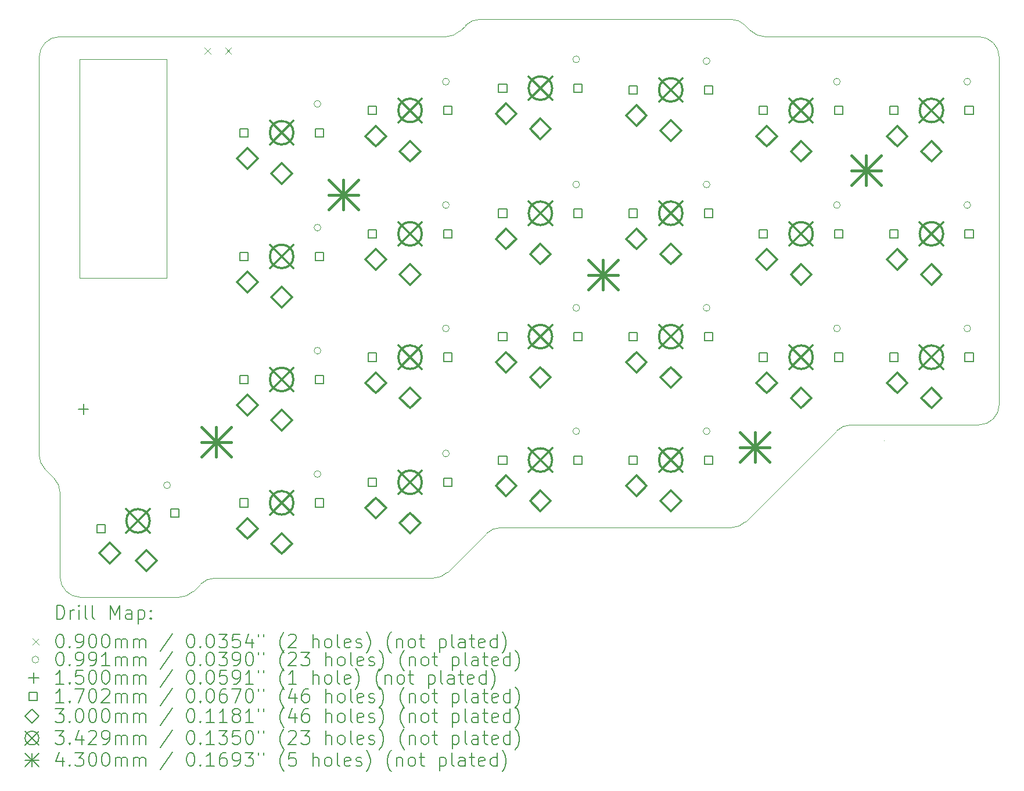
<source format=gbr>
%TF.GenerationSoftware,KiCad,Pcbnew,7.0.5-0*%
%TF.CreationDate,2023-08-04T20:22:26+09:30*%
%TF.ProjectId,Rolio,436f726e-6552-46f6-9c69-6f2e6b696361,rev?*%
%TF.SameCoordinates,Original*%
%TF.FileFunction,Drillmap*%
%TF.FilePolarity,Positive*%
%FSLAX45Y45*%
G04 Gerber Fmt 4.5, Leading zero omitted, Abs format (unit mm)*
G04 Created by KiCad (PCBNEW 7.0.5-0) date 2023-08-04 20:22:26*
%MOMM*%
%LPD*%
G01*
G04 APERTURE LIST*
%ADD10C,0.100000*%
%ADD11C,0.200000*%
%ADD12C,0.090000*%
%ADD13C,0.099060*%
%ADD14C,0.150000*%
%ADD15C,0.170180*%
%ADD16C,0.300000*%
%ADD17C,0.342900*%
%ADD18C,0.430000*%
G04 APERTURE END LIST*
D10*
X18570350Y-9241800D02*
X16708614Y-9241800D01*
X11012818Y-3489732D02*
X11091082Y-3411468D01*
X18870350Y-3877600D02*
G75*
G03*
X18570350Y-3577600I-300000J0D01*
G01*
X11391082Y-10828268D02*
X10830218Y-11389132D01*
X15168820Y-3411466D02*
G75*
G03*
X14956686Y-3323600I-212130J-212134D01*
G01*
X15168818Y-3411468D02*
X15247082Y-3489732D01*
X10618086Y-11477000D02*
X7437614Y-11477000D01*
X17193950Y-9470400D02*
X17193950Y-9470400D01*
X11303214Y-3323603D02*
G75*
G03*
X11091082Y-3411468I-4J-299997D01*
G01*
X7225482Y-11564868D02*
X7121818Y-11668532D01*
X10800686Y-3577598D02*
G75*
G03*
X11012818Y-3489732I-6J300018D01*
G01*
X5174950Y-3577600D02*
G75*
G03*
X4874950Y-3877600I0J-300000D01*
G01*
X10618086Y-11476997D02*
G75*
G03*
X10830218Y-11389132I4J299997D01*
G01*
X11303214Y-3323600D02*
X14956686Y-3323600D01*
X5179748Y-10229664D02*
G75*
G03*
X5091882Y-10017532I-300018J-6D01*
G01*
X5179750Y-11456400D02*
G75*
G03*
X5479750Y-11756400I300000J0D01*
G01*
X16708614Y-9241802D02*
G75*
G03*
X16496482Y-9329668I6J-300018D01*
G01*
X18870350Y-3877600D02*
X18870350Y-8941800D01*
X4874950Y-9676336D02*
X4874950Y-3877600D01*
X11603214Y-10740402D02*
G75*
G03*
X11391082Y-10828268I6J-300018D01*
G01*
X6909686Y-11756397D02*
G75*
G03*
X7121818Y-11668532I4J299997D01*
G01*
X5462250Y-3905500D02*
X6732250Y-3905500D01*
X6732250Y-7096500D01*
X5462250Y-7096500D01*
X5462250Y-3905500D01*
X5174950Y-3577600D02*
X10800686Y-3577600D01*
X5179750Y-11456400D02*
X5179750Y-10229664D01*
X16496482Y-9329668D02*
X15173618Y-10652532D01*
X18570350Y-9241800D02*
G75*
G03*
X18870350Y-8941800I0J300000D01*
G01*
X15247080Y-3489734D02*
G75*
G03*
X15459214Y-3577600I212130J212134D01*
G01*
X14961486Y-10740397D02*
G75*
G03*
X15173618Y-10652532I4J299997D01*
G01*
X4874953Y-9676336D02*
G75*
G03*
X4962818Y-9888468I299997J-4D01*
G01*
X5091882Y-10017532D02*
X4962818Y-9888468D01*
X15459214Y-3577600D02*
X18570350Y-3577600D01*
X6909686Y-11756400D02*
X5479750Y-11756400D01*
X7437614Y-11477002D02*
G75*
G03*
X7225482Y-11564868I6J-300018D01*
G01*
X14961486Y-10740400D02*
X11603214Y-10740400D01*
D11*
D12*
X7286400Y-3736200D02*
X7376400Y-3826200D01*
X7376400Y-3736200D02*
X7286400Y-3826200D01*
X7586400Y-3736200D02*
X7676400Y-3826200D01*
X7676400Y-3736200D02*
X7586400Y-3826200D01*
D13*
X6788838Y-10121096D02*
G75*
G03*
X6788838Y-10121096I-49530J0D01*
G01*
X8981530Y-4558000D02*
G75*
G03*
X8981530Y-4558000I-49530J0D01*
G01*
X8981530Y-6362500D02*
G75*
G03*
X8981530Y-6362500I-49530J0D01*
G01*
X8981530Y-8158000D02*
G75*
G03*
X8981530Y-8158000I-49530J0D01*
G01*
X8981530Y-9958000D02*
G75*
G03*
X8981530Y-9958000I-49530J0D01*
G01*
X10853530Y-4233000D02*
G75*
G03*
X10853530Y-4233000I-49530J0D01*
G01*
X10853530Y-6033000D02*
G75*
G03*
X10853530Y-6033000I-49530J0D01*
G01*
X10853530Y-7833000D02*
G75*
G03*
X10853530Y-7833000I-49530J0D01*
G01*
X10853530Y-9658000D02*
G75*
G03*
X10853530Y-9658000I-49530J0D01*
G01*
X12753530Y-3908000D02*
G75*
G03*
X12753530Y-3908000I-49530J0D01*
G01*
X12753530Y-5733000D02*
G75*
G03*
X12753530Y-5733000I-49530J0D01*
G01*
X12753530Y-7533000D02*
G75*
G03*
X12753530Y-7533000I-49530J0D01*
G01*
X12753530Y-9333000D02*
G75*
G03*
X12753530Y-9333000I-49530J0D01*
G01*
X14653530Y-3933000D02*
G75*
G03*
X14653530Y-3933000I-49530J0D01*
G01*
X14653530Y-5733000D02*
G75*
G03*
X14653530Y-5733000I-49530J0D01*
G01*
X14653530Y-7533000D02*
G75*
G03*
X14653530Y-7533000I-49530J0D01*
G01*
X14653530Y-9333000D02*
G75*
G03*
X14653530Y-9333000I-49530J0D01*
G01*
X16553530Y-4233000D02*
G75*
G03*
X16553530Y-4233000I-49530J0D01*
G01*
X16553530Y-6033000D02*
G75*
G03*
X16553530Y-6033000I-49530J0D01*
G01*
X16553530Y-7833000D02*
G75*
G03*
X16553530Y-7833000I-49530J0D01*
G01*
X18453530Y-4233000D02*
G75*
G03*
X18453530Y-4233000I-49530J0D01*
G01*
X18453530Y-6033000D02*
G75*
G03*
X18453530Y-6033000I-49530J0D01*
G01*
X18453530Y-7833000D02*
G75*
G03*
X18453530Y-7833000I-49530J0D01*
G01*
D14*
X5519750Y-8938000D02*
X5519750Y-9088000D01*
X5444750Y-9013000D02*
X5594750Y-9013000D01*
D15*
X5838225Y-10814967D02*
X5838225Y-10694631D01*
X5717888Y-10694631D01*
X5717888Y-10814967D01*
X5838225Y-10814967D01*
X6914187Y-10586264D02*
X6914187Y-10465928D01*
X6793851Y-10465928D01*
X6793851Y-10586264D01*
X6914187Y-10586264D01*
X7920168Y-5038168D02*
X7920168Y-4917832D01*
X7799832Y-4917832D01*
X7799832Y-5038168D01*
X7920168Y-5038168D01*
X7920168Y-6842668D02*
X7920168Y-6722332D01*
X7799832Y-6722332D01*
X7799832Y-6842668D01*
X7920168Y-6842668D01*
X7920168Y-8638168D02*
X7920168Y-8517832D01*
X7799832Y-8517832D01*
X7799832Y-8638168D01*
X7920168Y-8638168D01*
X7920168Y-10438168D02*
X7920168Y-10317832D01*
X7799832Y-10317832D01*
X7799832Y-10438168D01*
X7920168Y-10438168D01*
X9020168Y-5038168D02*
X9020168Y-4917832D01*
X8899832Y-4917832D01*
X8899832Y-5038168D01*
X9020168Y-5038168D01*
X9020168Y-6842668D02*
X9020168Y-6722332D01*
X8899832Y-6722332D01*
X8899832Y-6842668D01*
X9020168Y-6842668D01*
X9020168Y-8638168D02*
X9020168Y-8517832D01*
X8899832Y-8517832D01*
X8899832Y-8638168D01*
X9020168Y-8638168D01*
X9020168Y-10438168D02*
X9020168Y-10317832D01*
X8899832Y-10317832D01*
X8899832Y-10438168D01*
X9020168Y-10438168D01*
X9792168Y-4713168D02*
X9792168Y-4592832D01*
X9671832Y-4592832D01*
X9671832Y-4713168D01*
X9792168Y-4713168D01*
X9792168Y-6513168D02*
X9792168Y-6392832D01*
X9671832Y-6392832D01*
X9671832Y-6513168D01*
X9792168Y-6513168D01*
X9792168Y-8313168D02*
X9792168Y-8192832D01*
X9671832Y-8192832D01*
X9671832Y-8313168D01*
X9792168Y-8313168D01*
X9792168Y-10138168D02*
X9792168Y-10017832D01*
X9671832Y-10017832D01*
X9671832Y-10138168D01*
X9792168Y-10138168D01*
X10892168Y-4713168D02*
X10892168Y-4592832D01*
X10771832Y-4592832D01*
X10771832Y-4713168D01*
X10892168Y-4713168D01*
X10892168Y-6513168D02*
X10892168Y-6392832D01*
X10771832Y-6392832D01*
X10771832Y-6513168D01*
X10892168Y-6513168D01*
X10892168Y-8313168D02*
X10892168Y-8192832D01*
X10771832Y-8192832D01*
X10771832Y-8313168D01*
X10892168Y-8313168D01*
X10892168Y-10138168D02*
X10892168Y-10017832D01*
X10771832Y-10017832D01*
X10771832Y-10138168D01*
X10892168Y-10138168D01*
X11692168Y-4388168D02*
X11692168Y-4267832D01*
X11571832Y-4267832D01*
X11571832Y-4388168D01*
X11692168Y-4388168D01*
X11692168Y-6213168D02*
X11692168Y-6092832D01*
X11571832Y-6092832D01*
X11571832Y-6213168D01*
X11692168Y-6213168D01*
X11692168Y-8013168D02*
X11692168Y-7892832D01*
X11571832Y-7892832D01*
X11571832Y-8013168D01*
X11692168Y-8013168D01*
X11692168Y-9813168D02*
X11692168Y-9692832D01*
X11571832Y-9692832D01*
X11571832Y-9813168D01*
X11692168Y-9813168D01*
X12792168Y-4388168D02*
X12792168Y-4267832D01*
X12671832Y-4267832D01*
X12671832Y-4388168D01*
X12792168Y-4388168D01*
X12792168Y-6213168D02*
X12792168Y-6092832D01*
X12671832Y-6092832D01*
X12671832Y-6213168D01*
X12792168Y-6213168D01*
X12792168Y-8013168D02*
X12792168Y-7892832D01*
X12671832Y-7892832D01*
X12671832Y-8013168D01*
X12792168Y-8013168D01*
X12792168Y-9813168D02*
X12792168Y-9692832D01*
X12671832Y-9692832D01*
X12671832Y-9813168D01*
X12792168Y-9813168D01*
X13592168Y-4413168D02*
X13592168Y-4292832D01*
X13471832Y-4292832D01*
X13471832Y-4413168D01*
X13592168Y-4413168D01*
X13592168Y-6213168D02*
X13592168Y-6092832D01*
X13471832Y-6092832D01*
X13471832Y-6213168D01*
X13592168Y-6213168D01*
X13592168Y-8013168D02*
X13592168Y-7892832D01*
X13471832Y-7892832D01*
X13471832Y-8013168D01*
X13592168Y-8013168D01*
X13592168Y-9813168D02*
X13592168Y-9692832D01*
X13471832Y-9692832D01*
X13471832Y-9813168D01*
X13592168Y-9813168D01*
X14692168Y-4413168D02*
X14692168Y-4292832D01*
X14571832Y-4292832D01*
X14571832Y-4413168D01*
X14692168Y-4413168D01*
X14692168Y-6213168D02*
X14692168Y-6092832D01*
X14571832Y-6092832D01*
X14571832Y-6213168D01*
X14692168Y-6213168D01*
X14692168Y-8013168D02*
X14692168Y-7892832D01*
X14571832Y-7892832D01*
X14571832Y-8013168D01*
X14692168Y-8013168D01*
X14692168Y-9813168D02*
X14692168Y-9692832D01*
X14571832Y-9692832D01*
X14571832Y-9813168D01*
X14692168Y-9813168D01*
X15492168Y-4713168D02*
X15492168Y-4592832D01*
X15371832Y-4592832D01*
X15371832Y-4713168D01*
X15492168Y-4713168D01*
X15492168Y-6513168D02*
X15492168Y-6392832D01*
X15371832Y-6392832D01*
X15371832Y-6513168D01*
X15492168Y-6513168D01*
X15492168Y-8313168D02*
X15492168Y-8192832D01*
X15371832Y-8192832D01*
X15371832Y-8313168D01*
X15492168Y-8313168D01*
X16592168Y-4713168D02*
X16592168Y-4592832D01*
X16471832Y-4592832D01*
X16471832Y-4713168D01*
X16592168Y-4713168D01*
X16592168Y-6513168D02*
X16592168Y-6392832D01*
X16471832Y-6392832D01*
X16471832Y-6513168D01*
X16592168Y-6513168D01*
X16592168Y-8313168D02*
X16592168Y-8192832D01*
X16471832Y-8192832D01*
X16471832Y-8313168D01*
X16592168Y-8313168D01*
X17392168Y-4713168D02*
X17392168Y-4592832D01*
X17271832Y-4592832D01*
X17271832Y-4713168D01*
X17392168Y-4713168D01*
X17392168Y-6513168D02*
X17392168Y-6392832D01*
X17271832Y-6392832D01*
X17271832Y-6513168D01*
X17392168Y-6513168D01*
X17392168Y-8313168D02*
X17392168Y-8192832D01*
X17271832Y-8192832D01*
X17271832Y-8313168D01*
X17392168Y-8313168D01*
X18492168Y-4713168D02*
X18492168Y-4592832D01*
X18371832Y-4592832D01*
X18371832Y-4713168D01*
X18492168Y-4713168D01*
X18492168Y-6513168D02*
X18492168Y-6392832D01*
X18371832Y-6392832D01*
X18371832Y-6513168D01*
X18492168Y-6513168D01*
X18492168Y-8313168D02*
X18492168Y-8192832D01*
X18371832Y-8192832D01*
X18371832Y-8313168D01*
X18492168Y-8313168D01*
D16*
X5904931Y-11261209D02*
X6054931Y-11111209D01*
X5904931Y-10961209D01*
X5754931Y-11111209D01*
X5904931Y-11261209D01*
X6439745Y-11372445D02*
X6589745Y-11222445D01*
X6439745Y-11072445D01*
X6289745Y-11222445D01*
X6439745Y-11372445D01*
X7910000Y-5503000D02*
X8060000Y-5353000D01*
X7910000Y-5203000D01*
X7760000Y-5353000D01*
X7910000Y-5503000D01*
X7910000Y-7307500D02*
X8060000Y-7157500D01*
X7910000Y-7007500D01*
X7760000Y-7157500D01*
X7910000Y-7307500D01*
X7910000Y-9103000D02*
X8060000Y-8953000D01*
X7910000Y-8803000D01*
X7760000Y-8953000D01*
X7910000Y-9103000D01*
X7910000Y-10903000D02*
X8060000Y-10753000D01*
X7910000Y-10603000D01*
X7760000Y-10753000D01*
X7910000Y-10903000D01*
X8410000Y-5723000D02*
X8560000Y-5573000D01*
X8410000Y-5423000D01*
X8260000Y-5573000D01*
X8410000Y-5723000D01*
X8410000Y-7527500D02*
X8560000Y-7377500D01*
X8410000Y-7227500D01*
X8260000Y-7377500D01*
X8410000Y-7527500D01*
X8410000Y-9323000D02*
X8560000Y-9173000D01*
X8410000Y-9023000D01*
X8260000Y-9173000D01*
X8410000Y-9323000D01*
X8410000Y-11123000D02*
X8560000Y-10973000D01*
X8410000Y-10823000D01*
X8260000Y-10973000D01*
X8410000Y-11123000D01*
X9782000Y-5178000D02*
X9932000Y-5028000D01*
X9782000Y-4878000D01*
X9632000Y-5028000D01*
X9782000Y-5178000D01*
X9782000Y-6978000D02*
X9932000Y-6828000D01*
X9782000Y-6678000D01*
X9632000Y-6828000D01*
X9782000Y-6978000D01*
X9782000Y-8778000D02*
X9932000Y-8628000D01*
X9782000Y-8478000D01*
X9632000Y-8628000D01*
X9782000Y-8778000D01*
X9782000Y-10603000D02*
X9932000Y-10453000D01*
X9782000Y-10303000D01*
X9632000Y-10453000D01*
X9782000Y-10603000D01*
X10282000Y-5398000D02*
X10432000Y-5248000D01*
X10282000Y-5098000D01*
X10132000Y-5248000D01*
X10282000Y-5398000D01*
X10282000Y-7198000D02*
X10432000Y-7048000D01*
X10282000Y-6898000D01*
X10132000Y-7048000D01*
X10282000Y-7198000D01*
X10282000Y-8998000D02*
X10432000Y-8848000D01*
X10282000Y-8698000D01*
X10132000Y-8848000D01*
X10282000Y-8998000D01*
X10282000Y-10823000D02*
X10432000Y-10673000D01*
X10282000Y-10523000D01*
X10132000Y-10673000D01*
X10282000Y-10823000D01*
X11682000Y-4853000D02*
X11832000Y-4703000D01*
X11682000Y-4553000D01*
X11532000Y-4703000D01*
X11682000Y-4853000D01*
X11682000Y-6678000D02*
X11832000Y-6528000D01*
X11682000Y-6378000D01*
X11532000Y-6528000D01*
X11682000Y-6678000D01*
X11682000Y-8478000D02*
X11832000Y-8328000D01*
X11682000Y-8178000D01*
X11532000Y-8328000D01*
X11682000Y-8478000D01*
X11682000Y-10278000D02*
X11832000Y-10128000D01*
X11682000Y-9978000D01*
X11532000Y-10128000D01*
X11682000Y-10278000D01*
X12182000Y-5073000D02*
X12332000Y-4923000D01*
X12182000Y-4773000D01*
X12032000Y-4923000D01*
X12182000Y-5073000D01*
X12182000Y-6898000D02*
X12332000Y-6748000D01*
X12182000Y-6598000D01*
X12032000Y-6748000D01*
X12182000Y-6898000D01*
X12182000Y-8698000D02*
X12332000Y-8548000D01*
X12182000Y-8398000D01*
X12032000Y-8548000D01*
X12182000Y-8698000D01*
X12182000Y-10498000D02*
X12332000Y-10348000D01*
X12182000Y-10198000D01*
X12032000Y-10348000D01*
X12182000Y-10498000D01*
X13582000Y-4878000D02*
X13732000Y-4728000D01*
X13582000Y-4578000D01*
X13432000Y-4728000D01*
X13582000Y-4878000D01*
X13582000Y-6678000D02*
X13732000Y-6528000D01*
X13582000Y-6378000D01*
X13432000Y-6528000D01*
X13582000Y-6678000D01*
X13582000Y-8478000D02*
X13732000Y-8328000D01*
X13582000Y-8178000D01*
X13432000Y-8328000D01*
X13582000Y-8478000D01*
X13582000Y-10278000D02*
X13732000Y-10128000D01*
X13582000Y-9978000D01*
X13432000Y-10128000D01*
X13582000Y-10278000D01*
X14082000Y-5098000D02*
X14232000Y-4948000D01*
X14082000Y-4798000D01*
X13932000Y-4948000D01*
X14082000Y-5098000D01*
X14082000Y-6898000D02*
X14232000Y-6748000D01*
X14082000Y-6598000D01*
X13932000Y-6748000D01*
X14082000Y-6898000D01*
X14082000Y-8698000D02*
X14232000Y-8548000D01*
X14082000Y-8398000D01*
X13932000Y-8548000D01*
X14082000Y-8698000D01*
X14082000Y-10498000D02*
X14232000Y-10348000D01*
X14082000Y-10198000D01*
X13932000Y-10348000D01*
X14082000Y-10498000D01*
X15482000Y-5178000D02*
X15632000Y-5028000D01*
X15482000Y-4878000D01*
X15332000Y-5028000D01*
X15482000Y-5178000D01*
X15482000Y-6978000D02*
X15632000Y-6828000D01*
X15482000Y-6678000D01*
X15332000Y-6828000D01*
X15482000Y-6978000D01*
X15482000Y-8778000D02*
X15632000Y-8628000D01*
X15482000Y-8478000D01*
X15332000Y-8628000D01*
X15482000Y-8778000D01*
X15982000Y-5398000D02*
X16132000Y-5248000D01*
X15982000Y-5098000D01*
X15832000Y-5248000D01*
X15982000Y-5398000D01*
X15982000Y-7198000D02*
X16132000Y-7048000D01*
X15982000Y-6898000D01*
X15832000Y-7048000D01*
X15982000Y-7198000D01*
X15982000Y-8998000D02*
X16132000Y-8848000D01*
X15982000Y-8698000D01*
X15832000Y-8848000D01*
X15982000Y-8998000D01*
X17382000Y-5178000D02*
X17532000Y-5028000D01*
X17382000Y-4878000D01*
X17232000Y-5028000D01*
X17382000Y-5178000D01*
X17382000Y-6978000D02*
X17532000Y-6828000D01*
X17382000Y-6678000D01*
X17232000Y-6828000D01*
X17382000Y-6978000D01*
X17382000Y-8778000D02*
X17532000Y-8628000D01*
X17382000Y-8478000D01*
X17232000Y-8628000D01*
X17382000Y-8778000D01*
X17882000Y-5398000D02*
X18032000Y-5248000D01*
X17882000Y-5098000D01*
X17732000Y-5248000D01*
X17882000Y-5398000D01*
X17882000Y-7198000D02*
X18032000Y-7048000D01*
X17882000Y-6898000D01*
X17732000Y-7048000D01*
X17882000Y-7198000D01*
X17882000Y-8998000D02*
X18032000Y-8848000D01*
X17882000Y-8698000D01*
X17732000Y-8848000D01*
X17882000Y-8998000D01*
D17*
X6144588Y-10468998D02*
X6487488Y-10811898D01*
X6487488Y-10468998D02*
X6144588Y-10811898D01*
X6487488Y-10640448D02*
G75*
G03*
X6487488Y-10640448I-171450J0D01*
G01*
X8238550Y-4806550D02*
X8581450Y-5149450D01*
X8581450Y-4806550D02*
X8238550Y-5149450D01*
X8581450Y-4978000D02*
G75*
G03*
X8581450Y-4978000I-171450J0D01*
G01*
X8238550Y-6611050D02*
X8581450Y-6953950D01*
X8581450Y-6611050D02*
X8238550Y-6953950D01*
X8581450Y-6782500D02*
G75*
G03*
X8581450Y-6782500I-171450J0D01*
G01*
X8238550Y-8406550D02*
X8581450Y-8749450D01*
X8581450Y-8406550D02*
X8238550Y-8749450D01*
X8581450Y-8578000D02*
G75*
G03*
X8581450Y-8578000I-171450J0D01*
G01*
X8238550Y-10206550D02*
X8581450Y-10549450D01*
X8581450Y-10206550D02*
X8238550Y-10549450D01*
X8581450Y-10378000D02*
G75*
G03*
X8581450Y-10378000I-171450J0D01*
G01*
X10110550Y-4481550D02*
X10453450Y-4824450D01*
X10453450Y-4481550D02*
X10110550Y-4824450D01*
X10453450Y-4653000D02*
G75*
G03*
X10453450Y-4653000I-171450J0D01*
G01*
X10110550Y-6281550D02*
X10453450Y-6624450D01*
X10453450Y-6281550D02*
X10110550Y-6624450D01*
X10453450Y-6453000D02*
G75*
G03*
X10453450Y-6453000I-171450J0D01*
G01*
X10110550Y-8081550D02*
X10453450Y-8424450D01*
X10453450Y-8081550D02*
X10110550Y-8424450D01*
X10453450Y-8253000D02*
G75*
G03*
X10453450Y-8253000I-171450J0D01*
G01*
X10110550Y-9906550D02*
X10453450Y-10249450D01*
X10453450Y-9906550D02*
X10110550Y-10249450D01*
X10453450Y-10078000D02*
G75*
G03*
X10453450Y-10078000I-171450J0D01*
G01*
X12010550Y-4156550D02*
X12353450Y-4499450D01*
X12353450Y-4156550D02*
X12010550Y-4499450D01*
X12353450Y-4328000D02*
G75*
G03*
X12353450Y-4328000I-171450J0D01*
G01*
X12010550Y-5981550D02*
X12353450Y-6324450D01*
X12353450Y-5981550D02*
X12010550Y-6324450D01*
X12353450Y-6153000D02*
G75*
G03*
X12353450Y-6153000I-171450J0D01*
G01*
X12010550Y-7781550D02*
X12353450Y-8124450D01*
X12353450Y-7781550D02*
X12010550Y-8124450D01*
X12353450Y-7953000D02*
G75*
G03*
X12353450Y-7953000I-171450J0D01*
G01*
X12010550Y-9581550D02*
X12353450Y-9924450D01*
X12353450Y-9581550D02*
X12010550Y-9924450D01*
X12353450Y-9753000D02*
G75*
G03*
X12353450Y-9753000I-171450J0D01*
G01*
X13910550Y-4181550D02*
X14253450Y-4524450D01*
X14253450Y-4181550D02*
X13910550Y-4524450D01*
X14253450Y-4353000D02*
G75*
G03*
X14253450Y-4353000I-171450J0D01*
G01*
X13910550Y-5981550D02*
X14253450Y-6324450D01*
X14253450Y-5981550D02*
X13910550Y-6324450D01*
X14253450Y-6153000D02*
G75*
G03*
X14253450Y-6153000I-171450J0D01*
G01*
X13910550Y-7781550D02*
X14253450Y-8124450D01*
X14253450Y-7781550D02*
X13910550Y-8124450D01*
X14253450Y-7953000D02*
G75*
G03*
X14253450Y-7953000I-171450J0D01*
G01*
X13910550Y-9581550D02*
X14253450Y-9924450D01*
X14253450Y-9581550D02*
X13910550Y-9924450D01*
X14253450Y-9753000D02*
G75*
G03*
X14253450Y-9753000I-171450J0D01*
G01*
X15810550Y-4481550D02*
X16153450Y-4824450D01*
X16153450Y-4481550D02*
X15810550Y-4824450D01*
X16153450Y-4653000D02*
G75*
G03*
X16153450Y-4653000I-171450J0D01*
G01*
X15810550Y-6281550D02*
X16153450Y-6624450D01*
X16153450Y-6281550D02*
X15810550Y-6624450D01*
X16153450Y-6453000D02*
G75*
G03*
X16153450Y-6453000I-171450J0D01*
G01*
X15810550Y-8081550D02*
X16153450Y-8424450D01*
X16153450Y-8081550D02*
X15810550Y-8424450D01*
X16153450Y-8253000D02*
G75*
G03*
X16153450Y-8253000I-171450J0D01*
G01*
X17710550Y-4481550D02*
X18053450Y-4824450D01*
X18053450Y-4481550D02*
X17710550Y-4824450D01*
X18053450Y-4653000D02*
G75*
G03*
X18053450Y-4653000I-171450J0D01*
G01*
X17710550Y-6281550D02*
X18053450Y-6624450D01*
X18053450Y-6281550D02*
X17710550Y-6624450D01*
X18053450Y-6453000D02*
G75*
G03*
X18053450Y-6453000I-171450J0D01*
G01*
X17710550Y-8081550D02*
X18053450Y-8424450D01*
X18053450Y-8081550D02*
X17710550Y-8424450D01*
X18053450Y-8253000D02*
G75*
G03*
X18053450Y-8253000I-171450J0D01*
G01*
D18*
X7241000Y-9276000D02*
X7671000Y-9706000D01*
X7671000Y-9276000D02*
X7241000Y-9706000D01*
X7456000Y-9276000D02*
X7456000Y-9706000D01*
X7241000Y-9491000D02*
X7671000Y-9491000D01*
X9095200Y-5669200D02*
X9525200Y-6099200D01*
X9525200Y-5669200D02*
X9095200Y-6099200D01*
X9310200Y-5669200D02*
X9310200Y-6099200D01*
X9095200Y-5884200D02*
X9525200Y-5884200D01*
X12881200Y-6837600D02*
X13311200Y-7267600D01*
X13311200Y-6837600D02*
X12881200Y-7267600D01*
X13096200Y-6837600D02*
X13096200Y-7267600D01*
X12881200Y-7052600D02*
X13311200Y-7052600D01*
X15094550Y-9352200D02*
X15524550Y-9782200D01*
X15524550Y-9352200D02*
X15094550Y-9782200D01*
X15309550Y-9352200D02*
X15309550Y-9782200D01*
X15094550Y-9567200D02*
X15524550Y-9567200D01*
X16715200Y-5313600D02*
X17145200Y-5743600D01*
X17145200Y-5313600D02*
X16715200Y-5743600D01*
X16930200Y-5313600D02*
X16930200Y-5743600D01*
X16715200Y-5528600D02*
X17145200Y-5528600D01*
D11*
X5130727Y-12072884D02*
X5130727Y-11872884D01*
X5130727Y-11872884D02*
X5178346Y-11872884D01*
X5178346Y-11872884D02*
X5206917Y-11882408D01*
X5206917Y-11882408D02*
X5225965Y-11901455D01*
X5225965Y-11901455D02*
X5235489Y-11920503D01*
X5235489Y-11920503D02*
X5245013Y-11958598D01*
X5245013Y-11958598D02*
X5245013Y-11987169D01*
X5245013Y-11987169D02*
X5235489Y-12025265D01*
X5235489Y-12025265D02*
X5225965Y-12044312D01*
X5225965Y-12044312D02*
X5206917Y-12063360D01*
X5206917Y-12063360D02*
X5178346Y-12072884D01*
X5178346Y-12072884D02*
X5130727Y-12072884D01*
X5330727Y-12072884D02*
X5330727Y-11939550D01*
X5330727Y-11977646D02*
X5340251Y-11958598D01*
X5340251Y-11958598D02*
X5349774Y-11949074D01*
X5349774Y-11949074D02*
X5368822Y-11939550D01*
X5368822Y-11939550D02*
X5387870Y-11939550D01*
X5454536Y-12072884D02*
X5454536Y-11939550D01*
X5454536Y-11872884D02*
X5445013Y-11882408D01*
X5445013Y-11882408D02*
X5454536Y-11891931D01*
X5454536Y-11891931D02*
X5464060Y-11882408D01*
X5464060Y-11882408D02*
X5454536Y-11872884D01*
X5454536Y-11872884D02*
X5454536Y-11891931D01*
X5578346Y-12072884D02*
X5559298Y-12063360D01*
X5559298Y-12063360D02*
X5549774Y-12044312D01*
X5549774Y-12044312D02*
X5549774Y-11872884D01*
X5683108Y-12072884D02*
X5664060Y-12063360D01*
X5664060Y-12063360D02*
X5654536Y-12044312D01*
X5654536Y-12044312D02*
X5654536Y-11872884D01*
X5911679Y-12072884D02*
X5911679Y-11872884D01*
X5911679Y-11872884D02*
X5978346Y-12015741D01*
X5978346Y-12015741D02*
X6045012Y-11872884D01*
X6045012Y-11872884D02*
X6045012Y-12072884D01*
X6225965Y-12072884D02*
X6225965Y-11968122D01*
X6225965Y-11968122D02*
X6216441Y-11949074D01*
X6216441Y-11949074D02*
X6197393Y-11939550D01*
X6197393Y-11939550D02*
X6159298Y-11939550D01*
X6159298Y-11939550D02*
X6140251Y-11949074D01*
X6225965Y-12063360D02*
X6206917Y-12072884D01*
X6206917Y-12072884D02*
X6159298Y-12072884D01*
X6159298Y-12072884D02*
X6140251Y-12063360D01*
X6140251Y-12063360D02*
X6130727Y-12044312D01*
X6130727Y-12044312D02*
X6130727Y-12025265D01*
X6130727Y-12025265D02*
X6140251Y-12006217D01*
X6140251Y-12006217D02*
X6159298Y-11996693D01*
X6159298Y-11996693D02*
X6206917Y-11996693D01*
X6206917Y-11996693D02*
X6225965Y-11987169D01*
X6321203Y-11939550D02*
X6321203Y-12139550D01*
X6321203Y-11949074D02*
X6340251Y-11939550D01*
X6340251Y-11939550D02*
X6378346Y-11939550D01*
X6378346Y-11939550D02*
X6397393Y-11949074D01*
X6397393Y-11949074D02*
X6406917Y-11958598D01*
X6406917Y-11958598D02*
X6416441Y-11977646D01*
X6416441Y-11977646D02*
X6416441Y-12034788D01*
X6416441Y-12034788D02*
X6406917Y-12053836D01*
X6406917Y-12053836D02*
X6397393Y-12063360D01*
X6397393Y-12063360D02*
X6378346Y-12072884D01*
X6378346Y-12072884D02*
X6340251Y-12072884D01*
X6340251Y-12072884D02*
X6321203Y-12063360D01*
X6502155Y-12053836D02*
X6511679Y-12063360D01*
X6511679Y-12063360D02*
X6502155Y-12072884D01*
X6502155Y-12072884D02*
X6492632Y-12063360D01*
X6492632Y-12063360D02*
X6502155Y-12053836D01*
X6502155Y-12053836D02*
X6502155Y-12072884D01*
X6502155Y-11949074D02*
X6511679Y-11958598D01*
X6511679Y-11958598D02*
X6502155Y-11968122D01*
X6502155Y-11968122D02*
X6492632Y-11958598D01*
X6492632Y-11958598D02*
X6502155Y-11949074D01*
X6502155Y-11949074D02*
X6502155Y-11968122D01*
D12*
X4779950Y-12356400D02*
X4869950Y-12446400D01*
X4869950Y-12356400D02*
X4779950Y-12446400D01*
D11*
X5168822Y-12292884D02*
X5187870Y-12292884D01*
X5187870Y-12292884D02*
X5206917Y-12302408D01*
X5206917Y-12302408D02*
X5216441Y-12311931D01*
X5216441Y-12311931D02*
X5225965Y-12330979D01*
X5225965Y-12330979D02*
X5235489Y-12369074D01*
X5235489Y-12369074D02*
X5235489Y-12416693D01*
X5235489Y-12416693D02*
X5225965Y-12454788D01*
X5225965Y-12454788D02*
X5216441Y-12473836D01*
X5216441Y-12473836D02*
X5206917Y-12483360D01*
X5206917Y-12483360D02*
X5187870Y-12492884D01*
X5187870Y-12492884D02*
X5168822Y-12492884D01*
X5168822Y-12492884D02*
X5149774Y-12483360D01*
X5149774Y-12483360D02*
X5140251Y-12473836D01*
X5140251Y-12473836D02*
X5130727Y-12454788D01*
X5130727Y-12454788D02*
X5121203Y-12416693D01*
X5121203Y-12416693D02*
X5121203Y-12369074D01*
X5121203Y-12369074D02*
X5130727Y-12330979D01*
X5130727Y-12330979D02*
X5140251Y-12311931D01*
X5140251Y-12311931D02*
X5149774Y-12302408D01*
X5149774Y-12302408D02*
X5168822Y-12292884D01*
X5321203Y-12473836D02*
X5330727Y-12483360D01*
X5330727Y-12483360D02*
X5321203Y-12492884D01*
X5321203Y-12492884D02*
X5311679Y-12483360D01*
X5311679Y-12483360D02*
X5321203Y-12473836D01*
X5321203Y-12473836D02*
X5321203Y-12492884D01*
X5425965Y-12492884D02*
X5464060Y-12492884D01*
X5464060Y-12492884D02*
X5483108Y-12483360D01*
X5483108Y-12483360D02*
X5492632Y-12473836D01*
X5492632Y-12473836D02*
X5511679Y-12445265D01*
X5511679Y-12445265D02*
X5521203Y-12407169D01*
X5521203Y-12407169D02*
X5521203Y-12330979D01*
X5521203Y-12330979D02*
X5511679Y-12311931D01*
X5511679Y-12311931D02*
X5502155Y-12302408D01*
X5502155Y-12302408D02*
X5483108Y-12292884D01*
X5483108Y-12292884D02*
X5445013Y-12292884D01*
X5445013Y-12292884D02*
X5425965Y-12302408D01*
X5425965Y-12302408D02*
X5416441Y-12311931D01*
X5416441Y-12311931D02*
X5406917Y-12330979D01*
X5406917Y-12330979D02*
X5406917Y-12378598D01*
X5406917Y-12378598D02*
X5416441Y-12397646D01*
X5416441Y-12397646D02*
X5425965Y-12407169D01*
X5425965Y-12407169D02*
X5445013Y-12416693D01*
X5445013Y-12416693D02*
X5483108Y-12416693D01*
X5483108Y-12416693D02*
X5502155Y-12407169D01*
X5502155Y-12407169D02*
X5511679Y-12397646D01*
X5511679Y-12397646D02*
X5521203Y-12378598D01*
X5645012Y-12292884D02*
X5664060Y-12292884D01*
X5664060Y-12292884D02*
X5683108Y-12302408D01*
X5683108Y-12302408D02*
X5692632Y-12311931D01*
X5692632Y-12311931D02*
X5702155Y-12330979D01*
X5702155Y-12330979D02*
X5711679Y-12369074D01*
X5711679Y-12369074D02*
X5711679Y-12416693D01*
X5711679Y-12416693D02*
X5702155Y-12454788D01*
X5702155Y-12454788D02*
X5692632Y-12473836D01*
X5692632Y-12473836D02*
X5683108Y-12483360D01*
X5683108Y-12483360D02*
X5664060Y-12492884D01*
X5664060Y-12492884D02*
X5645012Y-12492884D01*
X5645012Y-12492884D02*
X5625965Y-12483360D01*
X5625965Y-12483360D02*
X5616441Y-12473836D01*
X5616441Y-12473836D02*
X5606917Y-12454788D01*
X5606917Y-12454788D02*
X5597393Y-12416693D01*
X5597393Y-12416693D02*
X5597393Y-12369074D01*
X5597393Y-12369074D02*
X5606917Y-12330979D01*
X5606917Y-12330979D02*
X5616441Y-12311931D01*
X5616441Y-12311931D02*
X5625965Y-12302408D01*
X5625965Y-12302408D02*
X5645012Y-12292884D01*
X5835489Y-12292884D02*
X5854536Y-12292884D01*
X5854536Y-12292884D02*
X5873584Y-12302408D01*
X5873584Y-12302408D02*
X5883108Y-12311931D01*
X5883108Y-12311931D02*
X5892632Y-12330979D01*
X5892632Y-12330979D02*
X5902155Y-12369074D01*
X5902155Y-12369074D02*
X5902155Y-12416693D01*
X5902155Y-12416693D02*
X5892632Y-12454788D01*
X5892632Y-12454788D02*
X5883108Y-12473836D01*
X5883108Y-12473836D02*
X5873584Y-12483360D01*
X5873584Y-12483360D02*
X5854536Y-12492884D01*
X5854536Y-12492884D02*
X5835489Y-12492884D01*
X5835489Y-12492884D02*
X5816441Y-12483360D01*
X5816441Y-12483360D02*
X5806917Y-12473836D01*
X5806917Y-12473836D02*
X5797393Y-12454788D01*
X5797393Y-12454788D02*
X5787870Y-12416693D01*
X5787870Y-12416693D02*
X5787870Y-12369074D01*
X5787870Y-12369074D02*
X5797393Y-12330979D01*
X5797393Y-12330979D02*
X5806917Y-12311931D01*
X5806917Y-12311931D02*
X5816441Y-12302408D01*
X5816441Y-12302408D02*
X5835489Y-12292884D01*
X5987870Y-12492884D02*
X5987870Y-12359550D01*
X5987870Y-12378598D02*
X5997393Y-12369074D01*
X5997393Y-12369074D02*
X6016441Y-12359550D01*
X6016441Y-12359550D02*
X6045013Y-12359550D01*
X6045013Y-12359550D02*
X6064060Y-12369074D01*
X6064060Y-12369074D02*
X6073584Y-12388122D01*
X6073584Y-12388122D02*
X6073584Y-12492884D01*
X6073584Y-12388122D02*
X6083108Y-12369074D01*
X6083108Y-12369074D02*
X6102155Y-12359550D01*
X6102155Y-12359550D02*
X6130727Y-12359550D01*
X6130727Y-12359550D02*
X6149774Y-12369074D01*
X6149774Y-12369074D02*
X6159298Y-12388122D01*
X6159298Y-12388122D02*
X6159298Y-12492884D01*
X6254536Y-12492884D02*
X6254536Y-12359550D01*
X6254536Y-12378598D02*
X6264060Y-12369074D01*
X6264060Y-12369074D02*
X6283108Y-12359550D01*
X6283108Y-12359550D02*
X6311679Y-12359550D01*
X6311679Y-12359550D02*
X6330727Y-12369074D01*
X6330727Y-12369074D02*
X6340251Y-12388122D01*
X6340251Y-12388122D02*
X6340251Y-12492884D01*
X6340251Y-12388122D02*
X6349774Y-12369074D01*
X6349774Y-12369074D02*
X6368822Y-12359550D01*
X6368822Y-12359550D02*
X6397393Y-12359550D01*
X6397393Y-12359550D02*
X6416441Y-12369074D01*
X6416441Y-12369074D02*
X6425965Y-12388122D01*
X6425965Y-12388122D02*
X6425965Y-12492884D01*
X6816441Y-12283360D02*
X6645013Y-12540503D01*
X7073584Y-12292884D02*
X7092632Y-12292884D01*
X7092632Y-12292884D02*
X7111679Y-12302408D01*
X7111679Y-12302408D02*
X7121203Y-12311931D01*
X7121203Y-12311931D02*
X7130727Y-12330979D01*
X7130727Y-12330979D02*
X7140251Y-12369074D01*
X7140251Y-12369074D02*
X7140251Y-12416693D01*
X7140251Y-12416693D02*
X7130727Y-12454788D01*
X7130727Y-12454788D02*
X7121203Y-12473836D01*
X7121203Y-12473836D02*
X7111679Y-12483360D01*
X7111679Y-12483360D02*
X7092632Y-12492884D01*
X7092632Y-12492884D02*
X7073584Y-12492884D01*
X7073584Y-12492884D02*
X7054536Y-12483360D01*
X7054536Y-12483360D02*
X7045013Y-12473836D01*
X7045013Y-12473836D02*
X7035489Y-12454788D01*
X7035489Y-12454788D02*
X7025965Y-12416693D01*
X7025965Y-12416693D02*
X7025965Y-12369074D01*
X7025965Y-12369074D02*
X7035489Y-12330979D01*
X7035489Y-12330979D02*
X7045013Y-12311931D01*
X7045013Y-12311931D02*
X7054536Y-12302408D01*
X7054536Y-12302408D02*
X7073584Y-12292884D01*
X7225965Y-12473836D02*
X7235489Y-12483360D01*
X7235489Y-12483360D02*
X7225965Y-12492884D01*
X7225965Y-12492884D02*
X7216441Y-12483360D01*
X7216441Y-12483360D02*
X7225965Y-12473836D01*
X7225965Y-12473836D02*
X7225965Y-12492884D01*
X7359298Y-12292884D02*
X7378346Y-12292884D01*
X7378346Y-12292884D02*
X7397394Y-12302408D01*
X7397394Y-12302408D02*
X7406917Y-12311931D01*
X7406917Y-12311931D02*
X7416441Y-12330979D01*
X7416441Y-12330979D02*
X7425965Y-12369074D01*
X7425965Y-12369074D02*
X7425965Y-12416693D01*
X7425965Y-12416693D02*
X7416441Y-12454788D01*
X7416441Y-12454788D02*
X7406917Y-12473836D01*
X7406917Y-12473836D02*
X7397394Y-12483360D01*
X7397394Y-12483360D02*
X7378346Y-12492884D01*
X7378346Y-12492884D02*
X7359298Y-12492884D01*
X7359298Y-12492884D02*
X7340251Y-12483360D01*
X7340251Y-12483360D02*
X7330727Y-12473836D01*
X7330727Y-12473836D02*
X7321203Y-12454788D01*
X7321203Y-12454788D02*
X7311679Y-12416693D01*
X7311679Y-12416693D02*
X7311679Y-12369074D01*
X7311679Y-12369074D02*
X7321203Y-12330979D01*
X7321203Y-12330979D02*
X7330727Y-12311931D01*
X7330727Y-12311931D02*
X7340251Y-12302408D01*
X7340251Y-12302408D02*
X7359298Y-12292884D01*
X7492632Y-12292884D02*
X7616441Y-12292884D01*
X7616441Y-12292884D02*
X7549775Y-12369074D01*
X7549775Y-12369074D02*
X7578346Y-12369074D01*
X7578346Y-12369074D02*
X7597394Y-12378598D01*
X7597394Y-12378598D02*
X7606917Y-12388122D01*
X7606917Y-12388122D02*
X7616441Y-12407169D01*
X7616441Y-12407169D02*
X7616441Y-12454788D01*
X7616441Y-12454788D02*
X7606917Y-12473836D01*
X7606917Y-12473836D02*
X7597394Y-12483360D01*
X7597394Y-12483360D02*
X7578346Y-12492884D01*
X7578346Y-12492884D02*
X7521203Y-12492884D01*
X7521203Y-12492884D02*
X7502156Y-12483360D01*
X7502156Y-12483360D02*
X7492632Y-12473836D01*
X7797394Y-12292884D02*
X7702156Y-12292884D01*
X7702156Y-12292884D02*
X7692632Y-12388122D01*
X7692632Y-12388122D02*
X7702156Y-12378598D01*
X7702156Y-12378598D02*
X7721203Y-12369074D01*
X7721203Y-12369074D02*
X7768822Y-12369074D01*
X7768822Y-12369074D02*
X7787870Y-12378598D01*
X7787870Y-12378598D02*
X7797394Y-12388122D01*
X7797394Y-12388122D02*
X7806917Y-12407169D01*
X7806917Y-12407169D02*
X7806917Y-12454788D01*
X7806917Y-12454788D02*
X7797394Y-12473836D01*
X7797394Y-12473836D02*
X7787870Y-12483360D01*
X7787870Y-12483360D02*
X7768822Y-12492884D01*
X7768822Y-12492884D02*
X7721203Y-12492884D01*
X7721203Y-12492884D02*
X7702156Y-12483360D01*
X7702156Y-12483360D02*
X7692632Y-12473836D01*
X7978346Y-12359550D02*
X7978346Y-12492884D01*
X7930727Y-12283360D02*
X7883108Y-12426217D01*
X7883108Y-12426217D02*
X8006917Y-12426217D01*
X8073584Y-12292884D02*
X8073584Y-12330979D01*
X8149775Y-12292884D02*
X8149775Y-12330979D01*
X8445013Y-12569074D02*
X8435489Y-12559550D01*
X8435489Y-12559550D02*
X8416441Y-12530979D01*
X8416441Y-12530979D02*
X8406918Y-12511931D01*
X8406918Y-12511931D02*
X8397394Y-12483360D01*
X8397394Y-12483360D02*
X8387870Y-12435741D01*
X8387870Y-12435741D02*
X8387870Y-12397646D01*
X8387870Y-12397646D02*
X8397394Y-12350027D01*
X8397394Y-12350027D02*
X8406918Y-12321455D01*
X8406918Y-12321455D02*
X8416441Y-12302408D01*
X8416441Y-12302408D02*
X8435489Y-12273836D01*
X8435489Y-12273836D02*
X8445013Y-12264312D01*
X8511680Y-12311931D02*
X8521203Y-12302408D01*
X8521203Y-12302408D02*
X8540251Y-12292884D01*
X8540251Y-12292884D02*
X8587870Y-12292884D01*
X8587870Y-12292884D02*
X8606918Y-12302408D01*
X8606918Y-12302408D02*
X8616441Y-12311931D01*
X8616441Y-12311931D02*
X8625965Y-12330979D01*
X8625965Y-12330979D02*
X8625965Y-12350027D01*
X8625965Y-12350027D02*
X8616441Y-12378598D01*
X8616441Y-12378598D02*
X8502156Y-12492884D01*
X8502156Y-12492884D02*
X8625965Y-12492884D01*
X8864061Y-12492884D02*
X8864061Y-12292884D01*
X8949775Y-12492884D02*
X8949775Y-12388122D01*
X8949775Y-12388122D02*
X8940251Y-12369074D01*
X8940251Y-12369074D02*
X8921203Y-12359550D01*
X8921203Y-12359550D02*
X8892632Y-12359550D01*
X8892632Y-12359550D02*
X8873584Y-12369074D01*
X8873584Y-12369074D02*
X8864061Y-12378598D01*
X9073584Y-12492884D02*
X9054537Y-12483360D01*
X9054537Y-12483360D02*
X9045013Y-12473836D01*
X9045013Y-12473836D02*
X9035489Y-12454788D01*
X9035489Y-12454788D02*
X9035489Y-12397646D01*
X9035489Y-12397646D02*
X9045013Y-12378598D01*
X9045013Y-12378598D02*
X9054537Y-12369074D01*
X9054537Y-12369074D02*
X9073584Y-12359550D01*
X9073584Y-12359550D02*
X9102156Y-12359550D01*
X9102156Y-12359550D02*
X9121203Y-12369074D01*
X9121203Y-12369074D02*
X9130727Y-12378598D01*
X9130727Y-12378598D02*
X9140251Y-12397646D01*
X9140251Y-12397646D02*
X9140251Y-12454788D01*
X9140251Y-12454788D02*
X9130727Y-12473836D01*
X9130727Y-12473836D02*
X9121203Y-12483360D01*
X9121203Y-12483360D02*
X9102156Y-12492884D01*
X9102156Y-12492884D02*
X9073584Y-12492884D01*
X9254537Y-12492884D02*
X9235489Y-12483360D01*
X9235489Y-12483360D02*
X9225965Y-12464312D01*
X9225965Y-12464312D02*
X9225965Y-12292884D01*
X9406918Y-12483360D02*
X9387870Y-12492884D01*
X9387870Y-12492884D02*
X9349775Y-12492884D01*
X9349775Y-12492884D02*
X9330727Y-12483360D01*
X9330727Y-12483360D02*
X9321203Y-12464312D01*
X9321203Y-12464312D02*
X9321203Y-12388122D01*
X9321203Y-12388122D02*
X9330727Y-12369074D01*
X9330727Y-12369074D02*
X9349775Y-12359550D01*
X9349775Y-12359550D02*
X9387870Y-12359550D01*
X9387870Y-12359550D02*
X9406918Y-12369074D01*
X9406918Y-12369074D02*
X9416442Y-12388122D01*
X9416442Y-12388122D02*
X9416442Y-12407169D01*
X9416442Y-12407169D02*
X9321203Y-12426217D01*
X9492632Y-12483360D02*
X9511680Y-12492884D01*
X9511680Y-12492884D02*
X9549775Y-12492884D01*
X9549775Y-12492884D02*
X9568823Y-12483360D01*
X9568823Y-12483360D02*
X9578346Y-12464312D01*
X9578346Y-12464312D02*
X9578346Y-12454788D01*
X9578346Y-12454788D02*
X9568823Y-12435741D01*
X9568823Y-12435741D02*
X9549775Y-12426217D01*
X9549775Y-12426217D02*
X9521203Y-12426217D01*
X9521203Y-12426217D02*
X9502156Y-12416693D01*
X9502156Y-12416693D02*
X9492632Y-12397646D01*
X9492632Y-12397646D02*
X9492632Y-12388122D01*
X9492632Y-12388122D02*
X9502156Y-12369074D01*
X9502156Y-12369074D02*
X9521203Y-12359550D01*
X9521203Y-12359550D02*
X9549775Y-12359550D01*
X9549775Y-12359550D02*
X9568823Y-12369074D01*
X9645013Y-12569074D02*
X9654537Y-12559550D01*
X9654537Y-12559550D02*
X9673584Y-12530979D01*
X9673584Y-12530979D02*
X9683108Y-12511931D01*
X9683108Y-12511931D02*
X9692632Y-12483360D01*
X9692632Y-12483360D02*
X9702156Y-12435741D01*
X9702156Y-12435741D02*
X9702156Y-12397646D01*
X9702156Y-12397646D02*
X9692632Y-12350027D01*
X9692632Y-12350027D02*
X9683108Y-12321455D01*
X9683108Y-12321455D02*
X9673584Y-12302408D01*
X9673584Y-12302408D02*
X9654537Y-12273836D01*
X9654537Y-12273836D02*
X9645013Y-12264312D01*
X10006918Y-12569074D02*
X9997394Y-12559550D01*
X9997394Y-12559550D02*
X9978346Y-12530979D01*
X9978346Y-12530979D02*
X9968823Y-12511931D01*
X9968823Y-12511931D02*
X9959299Y-12483360D01*
X9959299Y-12483360D02*
X9949775Y-12435741D01*
X9949775Y-12435741D02*
X9949775Y-12397646D01*
X9949775Y-12397646D02*
X9959299Y-12350027D01*
X9959299Y-12350027D02*
X9968823Y-12321455D01*
X9968823Y-12321455D02*
X9978346Y-12302408D01*
X9978346Y-12302408D02*
X9997394Y-12273836D01*
X9997394Y-12273836D02*
X10006918Y-12264312D01*
X10083108Y-12359550D02*
X10083108Y-12492884D01*
X10083108Y-12378598D02*
X10092632Y-12369074D01*
X10092632Y-12369074D02*
X10111680Y-12359550D01*
X10111680Y-12359550D02*
X10140251Y-12359550D01*
X10140251Y-12359550D02*
X10159299Y-12369074D01*
X10159299Y-12369074D02*
X10168823Y-12388122D01*
X10168823Y-12388122D02*
X10168823Y-12492884D01*
X10292632Y-12492884D02*
X10273584Y-12483360D01*
X10273584Y-12483360D02*
X10264061Y-12473836D01*
X10264061Y-12473836D02*
X10254537Y-12454788D01*
X10254537Y-12454788D02*
X10254537Y-12397646D01*
X10254537Y-12397646D02*
X10264061Y-12378598D01*
X10264061Y-12378598D02*
X10273584Y-12369074D01*
X10273584Y-12369074D02*
X10292632Y-12359550D01*
X10292632Y-12359550D02*
X10321204Y-12359550D01*
X10321204Y-12359550D02*
X10340251Y-12369074D01*
X10340251Y-12369074D02*
X10349775Y-12378598D01*
X10349775Y-12378598D02*
X10359299Y-12397646D01*
X10359299Y-12397646D02*
X10359299Y-12454788D01*
X10359299Y-12454788D02*
X10349775Y-12473836D01*
X10349775Y-12473836D02*
X10340251Y-12483360D01*
X10340251Y-12483360D02*
X10321204Y-12492884D01*
X10321204Y-12492884D02*
X10292632Y-12492884D01*
X10416442Y-12359550D02*
X10492632Y-12359550D01*
X10445013Y-12292884D02*
X10445013Y-12464312D01*
X10445013Y-12464312D02*
X10454537Y-12483360D01*
X10454537Y-12483360D02*
X10473584Y-12492884D01*
X10473584Y-12492884D02*
X10492632Y-12492884D01*
X10711680Y-12359550D02*
X10711680Y-12559550D01*
X10711680Y-12369074D02*
X10730727Y-12359550D01*
X10730727Y-12359550D02*
X10768823Y-12359550D01*
X10768823Y-12359550D02*
X10787870Y-12369074D01*
X10787870Y-12369074D02*
X10797394Y-12378598D01*
X10797394Y-12378598D02*
X10806918Y-12397646D01*
X10806918Y-12397646D02*
X10806918Y-12454788D01*
X10806918Y-12454788D02*
X10797394Y-12473836D01*
X10797394Y-12473836D02*
X10787870Y-12483360D01*
X10787870Y-12483360D02*
X10768823Y-12492884D01*
X10768823Y-12492884D02*
X10730727Y-12492884D01*
X10730727Y-12492884D02*
X10711680Y-12483360D01*
X10921204Y-12492884D02*
X10902156Y-12483360D01*
X10902156Y-12483360D02*
X10892632Y-12464312D01*
X10892632Y-12464312D02*
X10892632Y-12292884D01*
X11083108Y-12492884D02*
X11083108Y-12388122D01*
X11083108Y-12388122D02*
X11073585Y-12369074D01*
X11073585Y-12369074D02*
X11054537Y-12359550D01*
X11054537Y-12359550D02*
X11016442Y-12359550D01*
X11016442Y-12359550D02*
X10997394Y-12369074D01*
X11083108Y-12483360D02*
X11064061Y-12492884D01*
X11064061Y-12492884D02*
X11016442Y-12492884D01*
X11016442Y-12492884D02*
X10997394Y-12483360D01*
X10997394Y-12483360D02*
X10987870Y-12464312D01*
X10987870Y-12464312D02*
X10987870Y-12445265D01*
X10987870Y-12445265D02*
X10997394Y-12426217D01*
X10997394Y-12426217D02*
X11016442Y-12416693D01*
X11016442Y-12416693D02*
X11064061Y-12416693D01*
X11064061Y-12416693D02*
X11083108Y-12407169D01*
X11149775Y-12359550D02*
X11225965Y-12359550D01*
X11178346Y-12292884D02*
X11178346Y-12464312D01*
X11178346Y-12464312D02*
X11187870Y-12483360D01*
X11187870Y-12483360D02*
X11206918Y-12492884D01*
X11206918Y-12492884D02*
X11225965Y-12492884D01*
X11368823Y-12483360D02*
X11349775Y-12492884D01*
X11349775Y-12492884D02*
X11311680Y-12492884D01*
X11311680Y-12492884D02*
X11292632Y-12483360D01*
X11292632Y-12483360D02*
X11283108Y-12464312D01*
X11283108Y-12464312D02*
X11283108Y-12388122D01*
X11283108Y-12388122D02*
X11292632Y-12369074D01*
X11292632Y-12369074D02*
X11311680Y-12359550D01*
X11311680Y-12359550D02*
X11349775Y-12359550D01*
X11349775Y-12359550D02*
X11368823Y-12369074D01*
X11368823Y-12369074D02*
X11378346Y-12388122D01*
X11378346Y-12388122D02*
X11378346Y-12407169D01*
X11378346Y-12407169D02*
X11283108Y-12426217D01*
X11549775Y-12492884D02*
X11549775Y-12292884D01*
X11549775Y-12483360D02*
X11530727Y-12492884D01*
X11530727Y-12492884D02*
X11492632Y-12492884D01*
X11492632Y-12492884D02*
X11473584Y-12483360D01*
X11473584Y-12483360D02*
X11464061Y-12473836D01*
X11464061Y-12473836D02*
X11454537Y-12454788D01*
X11454537Y-12454788D02*
X11454537Y-12397646D01*
X11454537Y-12397646D02*
X11464061Y-12378598D01*
X11464061Y-12378598D02*
X11473584Y-12369074D01*
X11473584Y-12369074D02*
X11492632Y-12359550D01*
X11492632Y-12359550D02*
X11530727Y-12359550D01*
X11530727Y-12359550D02*
X11549775Y-12369074D01*
X11625965Y-12569074D02*
X11635489Y-12559550D01*
X11635489Y-12559550D02*
X11654537Y-12530979D01*
X11654537Y-12530979D02*
X11664061Y-12511931D01*
X11664061Y-12511931D02*
X11673584Y-12483360D01*
X11673584Y-12483360D02*
X11683108Y-12435741D01*
X11683108Y-12435741D02*
X11683108Y-12397646D01*
X11683108Y-12397646D02*
X11673584Y-12350027D01*
X11673584Y-12350027D02*
X11664061Y-12321455D01*
X11664061Y-12321455D02*
X11654537Y-12302408D01*
X11654537Y-12302408D02*
X11635489Y-12273836D01*
X11635489Y-12273836D02*
X11625965Y-12264312D01*
D13*
X4869950Y-12665400D02*
G75*
G03*
X4869950Y-12665400I-49530J0D01*
G01*
D11*
X5168822Y-12556884D02*
X5187870Y-12556884D01*
X5187870Y-12556884D02*
X5206917Y-12566408D01*
X5206917Y-12566408D02*
X5216441Y-12575931D01*
X5216441Y-12575931D02*
X5225965Y-12594979D01*
X5225965Y-12594979D02*
X5235489Y-12633074D01*
X5235489Y-12633074D02*
X5235489Y-12680693D01*
X5235489Y-12680693D02*
X5225965Y-12718788D01*
X5225965Y-12718788D02*
X5216441Y-12737836D01*
X5216441Y-12737836D02*
X5206917Y-12747360D01*
X5206917Y-12747360D02*
X5187870Y-12756884D01*
X5187870Y-12756884D02*
X5168822Y-12756884D01*
X5168822Y-12756884D02*
X5149774Y-12747360D01*
X5149774Y-12747360D02*
X5140251Y-12737836D01*
X5140251Y-12737836D02*
X5130727Y-12718788D01*
X5130727Y-12718788D02*
X5121203Y-12680693D01*
X5121203Y-12680693D02*
X5121203Y-12633074D01*
X5121203Y-12633074D02*
X5130727Y-12594979D01*
X5130727Y-12594979D02*
X5140251Y-12575931D01*
X5140251Y-12575931D02*
X5149774Y-12566408D01*
X5149774Y-12566408D02*
X5168822Y-12556884D01*
X5321203Y-12737836D02*
X5330727Y-12747360D01*
X5330727Y-12747360D02*
X5321203Y-12756884D01*
X5321203Y-12756884D02*
X5311679Y-12747360D01*
X5311679Y-12747360D02*
X5321203Y-12737836D01*
X5321203Y-12737836D02*
X5321203Y-12756884D01*
X5425965Y-12756884D02*
X5464060Y-12756884D01*
X5464060Y-12756884D02*
X5483108Y-12747360D01*
X5483108Y-12747360D02*
X5492632Y-12737836D01*
X5492632Y-12737836D02*
X5511679Y-12709265D01*
X5511679Y-12709265D02*
X5521203Y-12671169D01*
X5521203Y-12671169D02*
X5521203Y-12594979D01*
X5521203Y-12594979D02*
X5511679Y-12575931D01*
X5511679Y-12575931D02*
X5502155Y-12566408D01*
X5502155Y-12566408D02*
X5483108Y-12556884D01*
X5483108Y-12556884D02*
X5445013Y-12556884D01*
X5445013Y-12556884D02*
X5425965Y-12566408D01*
X5425965Y-12566408D02*
X5416441Y-12575931D01*
X5416441Y-12575931D02*
X5406917Y-12594979D01*
X5406917Y-12594979D02*
X5406917Y-12642598D01*
X5406917Y-12642598D02*
X5416441Y-12661646D01*
X5416441Y-12661646D02*
X5425965Y-12671169D01*
X5425965Y-12671169D02*
X5445013Y-12680693D01*
X5445013Y-12680693D02*
X5483108Y-12680693D01*
X5483108Y-12680693D02*
X5502155Y-12671169D01*
X5502155Y-12671169D02*
X5511679Y-12661646D01*
X5511679Y-12661646D02*
X5521203Y-12642598D01*
X5616441Y-12756884D02*
X5654536Y-12756884D01*
X5654536Y-12756884D02*
X5673584Y-12747360D01*
X5673584Y-12747360D02*
X5683108Y-12737836D01*
X5683108Y-12737836D02*
X5702155Y-12709265D01*
X5702155Y-12709265D02*
X5711679Y-12671169D01*
X5711679Y-12671169D02*
X5711679Y-12594979D01*
X5711679Y-12594979D02*
X5702155Y-12575931D01*
X5702155Y-12575931D02*
X5692632Y-12566408D01*
X5692632Y-12566408D02*
X5673584Y-12556884D01*
X5673584Y-12556884D02*
X5635489Y-12556884D01*
X5635489Y-12556884D02*
X5616441Y-12566408D01*
X5616441Y-12566408D02*
X5606917Y-12575931D01*
X5606917Y-12575931D02*
X5597393Y-12594979D01*
X5597393Y-12594979D02*
X5597393Y-12642598D01*
X5597393Y-12642598D02*
X5606917Y-12661646D01*
X5606917Y-12661646D02*
X5616441Y-12671169D01*
X5616441Y-12671169D02*
X5635489Y-12680693D01*
X5635489Y-12680693D02*
X5673584Y-12680693D01*
X5673584Y-12680693D02*
X5692632Y-12671169D01*
X5692632Y-12671169D02*
X5702155Y-12661646D01*
X5702155Y-12661646D02*
X5711679Y-12642598D01*
X5902155Y-12756884D02*
X5787870Y-12756884D01*
X5845012Y-12756884D02*
X5845012Y-12556884D01*
X5845012Y-12556884D02*
X5825965Y-12585455D01*
X5825965Y-12585455D02*
X5806917Y-12604503D01*
X5806917Y-12604503D02*
X5787870Y-12614027D01*
X5987870Y-12756884D02*
X5987870Y-12623550D01*
X5987870Y-12642598D02*
X5997393Y-12633074D01*
X5997393Y-12633074D02*
X6016441Y-12623550D01*
X6016441Y-12623550D02*
X6045013Y-12623550D01*
X6045013Y-12623550D02*
X6064060Y-12633074D01*
X6064060Y-12633074D02*
X6073584Y-12652122D01*
X6073584Y-12652122D02*
X6073584Y-12756884D01*
X6073584Y-12652122D02*
X6083108Y-12633074D01*
X6083108Y-12633074D02*
X6102155Y-12623550D01*
X6102155Y-12623550D02*
X6130727Y-12623550D01*
X6130727Y-12623550D02*
X6149774Y-12633074D01*
X6149774Y-12633074D02*
X6159298Y-12652122D01*
X6159298Y-12652122D02*
X6159298Y-12756884D01*
X6254536Y-12756884D02*
X6254536Y-12623550D01*
X6254536Y-12642598D02*
X6264060Y-12633074D01*
X6264060Y-12633074D02*
X6283108Y-12623550D01*
X6283108Y-12623550D02*
X6311679Y-12623550D01*
X6311679Y-12623550D02*
X6330727Y-12633074D01*
X6330727Y-12633074D02*
X6340251Y-12652122D01*
X6340251Y-12652122D02*
X6340251Y-12756884D01*
X6340251Y-12652122D02*
X6349774Y-12633074D01*
X6349774Y-12633074D02*
X6368822Y-12623550D01*
X6368822Y-12623550D02*
X6397393Y-12623550D01*
X6397393Y-12623550D02*
X6416441Y-12633074D01*
X6416441Y-12633074D02*
X6425965Y-12652122D01*
X6425965Y-12652122D02*
X6425965Y-12756884D01*
X6816441Y-12547360D02*
X6645013Y-12804503D01*
X7073584Y-12556884D02*
X7092632Y-12556884D01*
X7092632Y-12556884D02*
X7111679Y-12566408D01*
X7111679Y-12566408D02*
X7121203Y-12575931D01*
X7121203Y-12575931D02*
X7130727Y-12594979D01*
X7130727Y-12594979D02*
X7140251Y-12633074D01*
X7140251Y-12633074D02*
X7140251Y-12680693D01*
X7140251Y-12680693D02*
X7130727Y-12718788D01*
X7130727Y-12718788D02*
X7121203Y-12737836D01*
X7121203Y-12737836D02*
X7111679Y-12747360D01*
X7111679Y-12747360D02*
X7092632Y-12756884D01*
X7092632Y-12756884D02*
X7073584Y-12756884D01*
X7073584Y-12756884D02*
X7054536Y-12747360D01*
X7054536Y-12747360D02*
X7045013Y-12737836D01*
X7045013Y-12737836D02*
X7035489Y-12718788D01*
X7035489Y-12718788D02*
X7025965Y-12680693D01*
X7025965Y-12680693D02*
X7025965Y-12633074D01*
X7025965Y-12633074D02*
X7035489Y-12594979D01*
X7035489Y-12594979D02*
X7045013Y-12575931D01*
X7045013Y-12575931D02*
X7054536Y-12566408D01*
X7054536Y-12566408D02*
X7073584Y-12556884D01*
X7225965Y-12737836D02*
X7235489Y-12747360D01*
X7235489Y-12747360D02*
X7225965Y-12756884D01*
X7225965Y-12756884D02*
X7216441Y-12747360D01*
X7216441Y-12747360D02*
X7225965Y-12737836D01*
X7225965Y-12737836D02*
X7225965Y-12756884D01*
X7359298Y-12556884D02*
X7378346Y-12556884D01*
X7378346Y-12556884D02*
X7397394Y-12566408D01*
X7397394Y-12566408D02*
X7406917Y-12575931D01*
X7406917Y-12575931D02*
X7416441Y-12594979D01*
X7416441Y-12594979D02*
X7425965Y-12633074D01*
X7425965Y-12633074D02*
X7425965Y-12680693D01*
X7425965Y-12680693D02*
X7416441Y-12718788D01*
X7416441Y-12718788D02*
X7406917Y-12737836D01*
X7406917Y-12737836D02*
X7397394Y-12747360D01*
X7397394Y-12747360D02*
X7378346Y-12756884D01*
X7378346Y-12756884D02*
X7359298Y-12756884D01*
X7359298Y-12756884D02*
X7340251Y-12747360D01*
X7340251Y-12747360D02*
X7330727Y-12737836D01*
X7330727Y-12737836D02*
X7321203Y-12718788D01*
X7321203Y-12718788D02*
X7311679Y-12680693D01*
X7311679Y-12680693D02*
X7311679Y-12633074D01*
X7311679Y-12633074D02*
X7321203Y-12594979D01*
X7321203Y-12594979D02*
X7330727Y-12575931D01*
X7330727Y-12575931D02*
X7340251Y-12566408D01*
X7340251Y-12566408D02*
X7359298Y-12556884D01*
X7492632Y-12556884D02*
X7616441Y-12556884D01*
X7616441Y-12556884D02*
X7549775Y-12633074D01*
X7549775Y-12633074D02*
X7578346Y-12633074D01*
X7578346Y-12633074D02*
X7597394Y-12642598D01*
X7597394Y-12642598D02*
X7606917Y-12652122D01*
X7606917Y-12652122D02*
X7616441Y-12671169D01*
X7616441Y-12671169D02*
X7616441Y-12718788D01*
X7616441Y-12718788D02*
X7606917Y-12737836D01*
X7606917Y-12737836D02*
X7597394Y-12747360D01*
X7597394Y-12747360D02*
X7578346Y-12756884D01*
X7578346Y-12756884D02*
X7521203Y-12756884D01*
X7521203Y-12756884D02*
X7502156Y-12747360D01*
X7502156Y-12747360D02*
X7492632Y-12737836D01*
X7711679Y-12756884D02*
X7749775Y-12756884D01*
X7749775Y-12756884D02*
X7768822Y-12747360D01*
X7768822Y-12747360D02*
X7778346Y-12737836D01*
X7778346Y-12737836D02*
X7797394Y-12709265D01*
X7797394Y-12709265D02*
X7806917Y-12671169D01*
X7806917Y-12671169D02*
X7806917Y-12594979D01*
X7806917Y-12594979D02*
X7797394Y-12575931D01*
X7797394Y-12575931D02*
X7787870Y-12566408D01*
X7787870Y-12566408D02*
X7768822Y-12556884D01*
X7768822Y-12556884D02*
X7730727Y-12556884D01*
X7730727Y-12556884D02*
X7711679Y-12566408D01*
X7711679Y-12566408D02*
X7702156Y-12575931D01*
X7702156Y-12575931D02*
X7692632Y-12594979D01*
X7692632Y-12594979D02*
X7692632Y-12642598D01*
X7692632Y-12642598D02*
X7702156Y-12661646D01*
X7702156Y-12661646D02*
X7711679Y-12671169D01*
X7711679Y-12671169D02*
X7730727Y-12680693D01*
X7730727Y-12680693D02*
X7768822Y-12680693D01*
X7768822Y-12680693D02*
X7787870Y-12671169D01*
X7787870Y-12671169D02*
X7797394Y-12661646D01*
X7797394Y-12661646D02*
X7806917Y-12642598D01*
X7930727Y-12556884D02*
X7949775Y-12556884D01*
X7949775Y-12556884D02*
X7968822Y-12566408D01*
X7968822Y-12566408D02*
X7978346Y-12575931D01*
X7978346Y-12575931D02*
X7987870Y-12594979D01*
X7987870Y-12594979D02*
X7997394Y-12633074D01*
X7997394Y-12633074D02*
X7997394Y-12680693D01*
X7997394Y-12680693D02*
X7987870Y-12718788D01*
X7987870Y-12718788D02*
X7978346Y-12737836D01*
X7978346Y-12737836D02*
X7968822Y-12747360D01*
X7968822Y-12747360D02*
X7949775Y-12756884D01*
X7949775Y-12756884D02*
X7930727Y-12756884D01*
X7930727Y-12756884D02*
X7911679Y-12747360D01*
X7911679Y-12747360D02*
X7902156Y-12737836D01*
X7902156Y-12737836D02*
X7892632Y-12718788D01*
X7892632Y-12718788D02*
X7883108Y-12680693D01*
X7883108Y-12680693D02*
X7883108Y-12633074D01*
X7883108Y-12633074D02*
X7892632Y-12594979D01*
X7892632Y-12594979D02*
X7902156Y-12575931D01*
X7902156Y-12575931D02*
X7911679Y-12566408D01*
X7911679Y-12566408D02*
X7930727Y-12556884D01*
X8073584Y-12556884D02*
X8073584Y-12594979D01*
X8149775Y-12556884D02*
X8149775Y-12594979D01*
X8445013Y-12833074D02*
X8435489Y-12823550D01*
X8435489Y-12823550D02*
X8416441Y-12794979D01*
X8416441Y-12794979D02*
X8406918Y-12775931D01*
X8406918Y-12775931D02*
X8397394Y-12747360D01*
X8397394Y-12747360D02*
X8387870Y-12699741D01*
X8387870Y-12699741D02*
X8387870Y-12661646D01*
X8387870Y-12661646D02*
X8397394Y-12614027D01*
X8397394Y-12614027D02*
X8406918Y-12585455D01*
X8406918Y-12585455D02*
X8416441Y-12566408D01*
X8416441Y-12566408D02*
X8435489Y-12537836D01*
X8435489Y-12537836D02*
X8445013Y-12528312D01*
X8511680Y-12575931D02*
X8521203Y-12566408D01*
X8521203Y-12566408D02*
X8540251Y-12556884D01*
X8540251Y-12556884D02*
X8587870Y-12556884D01*
X8587870Y-12556884D02*
X8606918Y-12566408D01*
X8606918Y-12566408D02*
X8616441Y-12575931D01*
X8616441Y-12575931D02*
X8625965Y-12594979D01*
X8625965Y-12594979D02*
X8625965Y-12614027D01*
X8625965Y-12614027D02*
X8616441Y-12642598D01*
X8616441Y-12642598D02*
X8502156Y-12756884D01*
X8502156Y-12756884D02*
X8625965Y-12756884D01*
X8692632Y-12556884D02*
X8816441Y-12556884D01*
X8816441Y-12556884D02*
X8749775Y-12633074D01*
X8749775Y-12633074D02*
X8778346Y-12633074D01*
X8778346Y-12633074D02*
X8797394Y-12642598D01*
X8797394Y-12642598D02*
X8806918Y-12652122D01*
X8806918Y-12652122D02*
X8816441Y-12671169D01*
X8816441Y-12671169D02*
X8816441Y-12718788D01*
X8816441Y-12718788D02*
X8806918Y-12737836D01*
X8806918Y-12737836D02*
X8797394Y-12747360D01*
X8797394Y-12747360D02*
X8778346Y-12756884D01*
X8778346Y-12756884D02*
X8721203Y-12756884D01*
X8721203Y-12756884D02*
X8702156Y-12747360D01*
X8702156Y-12747360D02*
X8692632Y-12737836D01*
X9054537Y-12756884D02*
X9054537Y-12556884D01*
X9140251Y-12756884D02*
X9140251Y-12652122D01*
X9140251Y-12652122D02*
X9130727Y-12633074D01*
X9130727Y-12633074D02*
X9111680Y-12623550D01*
X9111680Y-12623550D02*
X9083108Y-12623550D01*
X9083108Y-12623550D02*
X9064061Y-12633074D01*
X9064061Y-12633074D02*
X9054537Y-12642598D01*
X9264061Y-12756884D02*
X9245013Y-12747360D01*
X9245013Y-12747360D02*
X9235489Y-12737836D01*
X9235489Y-12737836D02*
X9225965Y-12718788D01*
X9225965Y-12718788D02*
X9225965Y-12661646D01*
X9225965Y-12661646D02*
X9235489Y-12642598D01*
X9235489Y-12642598D02*
X9245013Y-12633074D01*
X9245013Y-12633074D02*
X9264061Y-12623550D01*
X9264061Y-12623550D02*
X9292632Y-12623550D01*
X9292632Y-12623550D02*
X9311680Y-12633074D01*
X9311680Y-12633074D02*
X9321203Y-12642598D01*
X9321203Y-12642598D02*
X9330727Y-12661646D01*
X9330727Y-12661646D02*
X9330727Y-12718788D01*
X9330727Y-12718788D02*
X9321203Y-12737836D01*
X9321203Y-12737836D02*
X9311680Y-12747360D01*
X9311680Y-12747360D02*
X9292632Y-12756884D01*
X9292632Y-12756884D02*
X9264061Y-12756884D01*
X9445013Y-12756884D02*
X9425965Y-12747360D01*
X9425965Y-12747360D02*
X9416442Y-12728312D01*
X9416442Y-12728312D02*
X9416442Y-12556884D01*
X9597394Y-12747360D02*
X9578346Y-12756884D01*
X9578346Y-12756884D02*
X9540251Y-12756884D01*
X9540251Y-12756884D02*
X9521203Y-12747360D01*
X9521203Y-12747360D02*
X9511680Y-12728312D01*
X9511680Y-12728312D02*
X9511680Y-12652122D01*
X9511680Y-12652122D02*
X9521203Y-12633074D01*
X9521203Y-12633074D02*
X9540251Y-12623550D01*
X9540251Y-12623550D02*
X9578346Y-12623550D01*
X9578346Y-12623550D02*
X9597394Y-12633074D01*
X9597394Y-12633074D02*
X9606918Y-12652122D01*
X9606918Y-12652122D02*
X9606918Y-12671169D01*
X9606918Y-12671169D02*
X9511680Y-12690217D01*
X9683108Y-12747360D02*
X9702156Y-12756884D01*
X9702156Y-12756884D02*
X9740251Y-12756884D01*
X9740251Y-12756884D02*
X9759299Y-12747360D01*
X9759299Y-12747360D02*
X9768823Y-12728312D01*
X9768823Y-12728312D02*
X9768823Y-12718788D01*
X9768823Y-12718788D02*
X9759299Y-12699741D01*
X9759299Y-12699741D02*
X9740251Y-12690217D01*
X9740251Y-12690217D02*
X9711680Y-12690217D01*
X9711680Y-12690217D02*
X9692632Y-12680693D01*
X9692632Y-12680693D02*
X9683108Y-12661646D01*
X9683108Y-12661646D02*
X9683108Y-12652122D01*
X9683108Y-12652122D02*
X9692632Y-12633074D01*
X9692632Y-12633074D02*
X9711680Y-12623550D01*
X9711680Y-12623550D02*
X9740251Y-12623550D01*
X9740251Y-12623550D02*
X9759299Y-12633074D01*
X9835489Y-12833074D02*
X9845013Y-12823550D01*
X9845013Y-12823550D02*
X9864061Y-12794979D01*
X9864061Y-12794979D02*
X9873584Y-12775931D01*
X9873584Y-12775931D02*
X9883108Y-12747360D01*
X9883108Y-12747360D02*
X9892632Y-12699741D01*
X9892632Y-12699741D02*
X9892632Y-12661646D01*
X9892632Y-12661646D02*
X9883108Y-12614027D01*
X9883108Y-12614027D02*
X9873584Y-12585455D01*
X9873584Y-12585455D02*
X9864061Y-12566408D01*
X9864061Y-12566408D02*
X9845013Y-12537836D01*
X9845013Y-12537836D02*
X9835489Y-12528312D01*
X10197394Y-12833074D02*
X10187870Y-12823550D01*
X10187870Y-12823550D02*
X10168823Y-12794979D01*
X10168823Y-12794979D02*
X10159299Y-12775931D01*
X10159299Y-12775931D02*
X10149775Y-12747360D01*
X10149775Y-12747360D02*
X10140251Y-12699741D01*
X10140251Y-12699741D02*
X10140251Y-12661646D01*
X10140251Y-12661646D02*
X10149775Y-12614027D01*
X10149775Y-12614027D02*
X10159299Y-12585455D01*
X10159299Y-12585455D02*
X10168823Y-12566408D01*
X10168823Y-12566408D02*
X10187870Y-12537836D01*
X10187870Y-12537836D02*
X10197394Y-12528312D01*
X10273584Y-12623550D02*
X10273584Y-12756884D01*
X10273584Y-12642598D02*
X10283108Y-12633074D01*
X10283108Y-12633074D02*
X10302156Y-12623550D01*
X10302156Y-12623550D02*
X10330727Y-12623550D01*
X10330727Y-12623550D02*
X10349775Y-12633074D01*
X10349775Y-12633074D02*
X10359299Y-12652122D01*
X10359299Y-12652122D02*
X10359299Y-12756884D01*
X10483108Y-12756884D02*
X10464061Y-12747360D01*
X10464061Y-12747360D02*
X10454537Y-12737836D01*
X10454537Y-12737836D02*
X10445013Y-12718788D01*
X10445013Y-12718788D02*
X10445013Y-12661646D01*
X10445013Y-12661646D02*
X10454537Y-12642598D01*
X10454537Y-12642598D02*
X10464061Y-12633074D01*
X10464061Y-12633074D02*
X10483108Y-12623550D01*
X10483108Y-12623550D02*
X10511680Y-12623550D01*
X10511680Y-12623550D02*
X10530727Y-12633074D01*
X10530727Y-12633074D02*
X10540251Y-12642598D01*
X10540251Y-12642598D02*
X10549775Y-12661646D01*
X10549775Y-12661646D02*
X10549775Y-12718788D01*
X10549775Y-12718788D02*
X10540251Y-12737836D01*
X10540251Y-12737836D02*
X10530727Y-12747360D01*
X10530727Y-12747360D02*
X10511680Y-12756884D01*
X10511680Y-12756884D02*
X10483108Y-12756884D01*
X10606918Y-12623550D02*
X10683108Y-12623550D01*
X10635489Y-12556884D02*
X10635489Y-12728312D01*
X10635489Y-12728312D02*
X10645013Y-12747360D01*
X10645013Y-12747360D02*
X10664061Y-12756884D01*
X10664061Y-12756884D02*
X10683108Y-12756884D01*
X10902156Y-12623550D02*
X10902156Y-12823550D01*
X10902156Y-12633074D02*
X10921204Y-12623550D01*
X10921204Y-12623550D02*
X10959299Y-12623550D01*
X10959299Y-12623550D02*
X10978346Y-12633074D01*
X10978346Y-12633074D02*
X10987870Y-12642598D01*
X10987870Y-12642598D02*
X10997394Y-12661646D01*
X10997394Y-12661646D02*
X10997394Y-12718788D01*
X10997394Y-12718788D02*
X10987870Y-12737836D01*
X10987870Y-12737836D02*
X10978346Y-12747360D01*
X10978346Y-12747360D02*
X10959299Y-12756884D01*
X10959299Y-12756884D02*
X10921204Y-12756884D01*
X10921204Y-12756884D02*
X10902156Y-12747360D01*
X11111680Y-12756884D02*
X11092632Y-12747360D01*
X11092632Y-12747360D02*
X11083108Y-12728312D01*
X11083108Y-12728312D02*
X11083108Y-12556884D01*
X11273584Y-12756884D02*
X11273584Y-12652122D01*
X11273584Y-12652122D02*
X11264061Y-12633074D01*
X11264061Y-12633074D02*
X11245013Y-12623550D01*
X11245013Y-12623550D02*
X11206918Y-12623550D01*
X11206918Y-12623550D02*
X11187870Y-12633074D01*
X11273584Y-12747360D02*
X11254537Y-12756884D01*
X11254537Y-12756884D02*
X11206918Y-12756884D01*
X11206918Y-12756884D02*
X11187870Y-12747360D01*
X11187870Y-12747360D02*
X11178346Y-12728312D01*
X11178346Y-12728312D02*
X11178346Y-12709265D01*
X11178346Y-12709265D02*
X11187870Y-12690217D01*
X11187870Y-12690217D02*
X11206918Y-12680693D01*
X11206918Y-12680693D02*
X11254537Y-12680693D01*
X11254537Y-12680693D02*
X11273584Y-12671169D01*
X11340251Y-12623550D02*
X11416442Y-12623550D01*
X11368823Y-12556884D02*
X11368823Y-12728312D01*
X11368823Y-12728312D02*
X11378346Y-12747360D01*
X11378346Y-12747360D02*
X11397394Y-12756884D01*
X11397394Y-12756884D02*
X11416442Y-12756884D01*
X11559299Y-12747360D02*
X11540251Y-12756884D01*
X11540251Y-12756884D02*
X11502156Y-12756884D01*
X11502156Y-12756884D02*
X11483108Y-12747360D01*
X11483108Y-12747360D02*
X11473584Y-12728312D01*
X11473584Y-12728312D02*
X11473584Y-12652122D01*
X11473584Y-12652122D02*
X11483108Y-12633074D01*
X11483108Y-12633074D02*
X11502156Y-12623550D01*
X11502156Y-12623550D02*
X11540251Y-12623550D01*
X11540251Y-12623550D02*
X11559299Y-12633074D01*
X11559299Y-12633074D02*
X11568823Y-12652122D01*
X11568823Y-12652122D02*
X11568823Y-12671169D01*
X11568823Y-12671169D02*
X11473584Y-12690217D01*
X11740251Y-12756884D02*
X11740251Y-12556884D01*
X11740251Y-12747360D02*
X11721204Y-12756884D01*
X11721204Y-12756884D02*
X11683108Y-12756884D01*
X11683108Y-12756884D02*
X11664061Y-12747360D01*
X11664061Y-12747360D02*
X11654537Y-12737836D01*
X11654537Y-12737836D02*
X11645013Y-12718788D01*
X11645013Y-12718788D02*
X11645013Y-12661646D01*
X11645013Y-12661646D02*
X11654537Y-12642598D01*
X11654537Y-12642598D02*
X11664061Y-12633074D01*
X11664061Y-12633074D02*
X11683108Y-12623550D01*
X11683108Y-12623550D02*
X11721204Y-12623550D01*
X11721204Y-12623550D02*
X11740251Y-12633074D01*
X11816442Y-12833074D02*
X11825965Y-12823550D01*
X11825965Y-12823550D02*
X11845013Y-12794979D01*
X11845013Y-12794979D02*
X11854537Y-12775931D01*
X11854537Y-12775931D02*
X11864061Y-12747360D01*
X11864061Y-12747360D02*
X11873584Y-12699741D01*
X11873584Y-12699741D02*
X11873584Y-12661646D01*
X11873584Y-12661646D02*
X11864061Y-12614027D01*
X11864061Y-12614027D02*
X11854537Y-12585455D01*
X11854537Y-12585455D02*
X11845013Y-12566408D01*
X11845013Y-12566408D02*
X11825965Y-12537836D01*
X11825965Y-12537836D02*
X11816442Y-12528312D01*
D14*
X4794950Y-12854400D02*
X4794950Y-13004400D01*
X4719950Y-12929400D02*
X4869950Y-12929400D01*
D11*
X5235489Y-13020884D02*
X5121203Y-13020884D01*
X5178346Y-13020884D02*
X5178346Y-12820884D01*
X5178346Y-12820884D02*
X5159298Y-12849455D01*
X5159298Y-12849455D02*
X5140251Y-12868503D01*
X5140251Y-12868503D02*
X5121203Y-12878027D01*
X5321203Y-13001836D02*
X5330727Y-13011360D01*
X5330727Y-13011360D02*
X5321203Y-13020884D01*
X5321203Y-13020884D02*
X5311679Y-13011360D01*
X5311679Y-13011360D02*
X5321203Y-13001836D01*
X5321203Y-13001836D02*
X5321203Y-13020884D01*
X5511679Y-12820884D02*
X5416441Y-12820884D01*
X5416441Y-12820884D02*
X5406917Y-12916122D01*
X5406917Y-12916122D02*
X5416441Y-12906598D01*
X5416441Y-12906598D02*
X5435489Y-12897074D01*
X5435489Y-12897074D02*
X5483108Y-12897074D01*
X5483108Y-12897074D02*
X5502155Y-12906598D01*
X5502155Y-12906598D02*
X5511679Y-12916122D01*
X5511679Y-12916122D02*
X5521203Y-12935169D01*
X5521203Y-12935169D02*
X5521203Y-12982788D01*
X5521203Y-12982788D02*
X5511679Y-13001836D01*
X5511679Y-13001836D02*
X5502155Y-13011360D01*
X5502155Y-13011360D02*
X5483108Y-13020884D01*
X5483108Y-13020884D02*
X5435489Y-13020884D01*
X5435489Y-13020884D02*
X5416441Y-13011360D01*
X5416441Y-13011360D02*
X5406917Y-13001836D01*
X5645012Y-12820884D02*
X5664060Y-12820884D01*
X5664060Y-12820884D02*
X5683108Y-12830408D01*
X5683108Y-12830408D02*
X5692632Y-12839931D01*
X5692632Y-12839931D02*
X5702155Y-12858979D01*
X5702155Y-12858979D02*
X5711679Y-12897074D01*
X5711679Y-12897074D02*
X5711679Y-12944693D01*
X5711679Y-12944693D02*
X5702155Y-12982788D01*
X5702155Y-12982788D02*
X5692632Y-13001836D01*
X5692632Y-13001836D02*
X5683108Y-13011360D01*
X5683108Y-13011360D02*
X5664060Y-13020884D01*
X5664060Y-13020884D02*
X5645012Y-13020884D01*
X5645012Y-13020884D02*
X5625965Y-13011360D01*
X5625965Y-13011360D02*
X5616441Y-13001836D01*
X5616441Y-13001836D02*
X5606917Y-12982788D01*
X5606917Y-12982788D02*
X5597393Y-12944693D01*
X5597393Y-12944693D02*
X5597393Y-12897074D01*
X5597393Y-12897074D02*
X5606917Y-12858979D01*
X5606917Y-12858979D02*
X5616441Y-12839931D01*
X5616441Y-12839931D02*
X5625965Y-12830408D01*
X5625965Y-12830408D02*
X5645012Y-12820884D01*
X5835489Y-12820884D02*
X5854536Y-12820884D01*
X5854536Y-12820884D02*
X5873584Y-12830408D01*
X5873584Y-12830408D02*
X5883108Y-12839931D01*
X5883108Y-12839931D02*
X5892632Y-12858979D01*
X5892632Y-12858979D02*
X5902155Y-12897074D01*
X5902155Y-12897074D02*
X5902155Y-12944693D01*
X5902155Y-12944693D02*
X5892632Y-12982788D01*
X5892632Y-12982788D02*
X5883108Y-13001836D01*
X5883108Y-13001836D02*
X5873584Y-13011360D01*
X5873584Y-13011360D02*
X5854536Y-13020884D01*
X5854536Y-13020884D02*
X5835489Y-13020884D01*
X5835489Y-13020884D02*
X5816441Y-13011360D01*
X5816441Y-13011360D02*
X5806917Y-13001836D01*
X5806917Y-13001836D02*
X5797393Y-12982788D01*
X5797393Y-12982788D02*
X5787870Y-12944693D01*
X5787870Y-12944693D02*
X5787870Y-12897074D01*
X5787870Y-12897074D02*
X5797393Y-12858979D01*
X5797393Y-12858979D02*
X5806917Y-12839931D01*
X5806917Y-12839931D02*
X5816441Y-12830408D01*
X5816441Y-12830408D02*
X5835489Y-12820884D01*
X5987870Y-13020884D02*
X5987870Y-12887550D01*
X5987870Y-12906598D02*
X5997393Y-12897074D01*
X5997393Y-12897074D02*
X6016441Y-12887550D01*
X6016441Y-12887550D02*
X6045013Y-12887550D01*
X6045013Y-12887550D02*
X6064060Y-12897074D01*
X6064060Y-12897074D02*
X6073584Y-12916122D01*
X6073584Y-12916122D02*
X6073584Y-13020884D01*
X6073584Y-12916122D02*
X6083108Y-12897074D01*
X6083108Y-12897074D02*
X6102155Y-12887550D01*
X6102155Y-12887550D02*
X6130727Y-12887550D01*
X6130727Y-12887550D02*
X6149774Y-12897074D01*
X6149774Y-12897074D02*
X6159298Y-12916122D01*
X6159298Y-12916122D02*
X6159298Y-13020884D01*
X6254536Y-13020884D02*
X6254536Y-12887550D01*
X6254536Y-12906598D02*
X6264060Y-12897074D01*
X6264060Y-12897074D02*
X6283108Y-12887550D01*
X6283108Y-12887550D02*
X6311679Y-12887550D01*
X6311679Y-12887550D02*
X6330727Y-12897074D01*
X6330727Y-12897074D02*
X6340251Y-12916122D01*
X6340251Y-12916122D02*
X6340251Y-13020884D01*
X6340251Y-12916122D02*
X6349774Y-12897074D01*
X6349774Y-12897074D02*
X6368822Y-12887550D01*
X6368822Y-12887550D02*
X6397393Y-12887550D01*
X6397393Y-12887550D02*
X6416441Y-12897074D01*
X6416441Y-12897074D02*
X6425965Y-12916122D01*
X6425965Y-12916122D02*
X6425965Y-13020884D01*
X6816441Y-12811360D02*
X6645013Y-13068503D01*
X7073584Y-12820884D02*
X7092632Y-12820884D01*
X7092632Y-12820884D02*
X7111679Y-12830408D01*
X7111679Y-12830408D02*
X7121203Y-12839931D01*
X7121203Y-12839931D02*
X7130727Y-12858979D01*
X7130727Y-12858979D02*
X7140251Y-12897074D01*
X7140251Y-12897074D02*
X7140251Y-12944693D01*
X7140251Y-12944693D02*
X7130727Y-12982788D01*
X7130727Y-12982788D02*
X7121203Y-13001836D01*
X7121203Y-13001836D02*
X7111679Y-13011360D01*
X7111679Y-13011360D02*
X7092632Y-13020884D01*
X7092632Y-13020884D02*
X7073584Y-13020884D01*
X7073584Y-13020884D02*
X7054536Y-13011360D01*
X7054536Y-13011360D02*
X7045013Y-13001836D01*
X7045013Y-13001836D02*
X7035489Y-12982788D01*
X7035489Y-12982788D02*
X7025965Y-12944693D01*
X7025965Y-12944693D02*
X7025965Y-12897074D01*
X7025965Y-12897074D02*
X7035489Y-12858979D01*
X7035489Y-12858979D02*
X7045013Y-12839931D01*
X7045013Y-12839931D02*
X7054536Y-12830408D01*
X7054536Y-12830408D02*
X7073584Y-12820884D01*
X7225965Y-13001836D02*
X7235489Y-13011360D01*
X7235489Y-13011360D02*
X7225965Y-13020884D01*
X7225965Y-13020884D02*
X7216441Y-13011360D01*
X7216441Y-13011360D02*
X7225965Y-13001836D01*
X7225965Y-13001836D02*
X7225965Y-13020884D01*
X7359298Y-12820884D02*
X7378346Y-12820884D01*
X7378346Y-12820884D02*
X7397394Y-12830408D01*
X7397394Y-12830408D02*
X7406917Y-12839931D01*
X7406917Y-12839931D02*
X7416441Y-12858979D01*
X7416441Y-12858979D02*
X7425965Y-12897074D01*
X7425965Y-12897074D02*
X7425965Y-12944693D01*
X7425965Y-12944693D02*
X7416441Y-12982788D01*
X7416441Y-12982788D02*
X7406917Y-13001836D01*
X7406917Y-13001836D02*
X7397394Y-13011360D01*
X7397394Y-13011360D02*
X7378346Y-13020884D01*
X7378346Y-13020884D02*
X7359298Y-13020884D01*
X7359298Y-13020884D02*
X7340251Y-13011360D01*
X7340251Y-13011360D02*
X7330727Y-13001836D01*
X7330727Y-13001836D02*
X7321203Y-12982788D01*
X7321203Y-12982788D02*
X7311679Y-12944693D01*
X7311679Y-12944693D02*
X7311679Y-12897074D01*
X7311679Y-12897074D02*
X7321203Y-12858979D01*
X7321203Y-12858979D02*
X7330727Y-12839931D01*
X7330727Y-12839931D02*
X7340251Y-12830408D01*
X7340251Y-12830408D02*
X7359298Y-12820884D01*
X7606917Y-12820884D02*
X7511679Y-12820884D01*
X7511679Y-12820884D02*
X7502156Y-12916122D01*
X7502156Y-12916122D02*
X7511679Y-12906598D01*
X7511679Y-12906598D02*
X7530727Y-12897074D01*
X7530727Y-12897074D02*
X7578346Y-12897074D01*
X7578346Y-12897074D02*
X7597394Y-12906598D01*
X7597394Y-12906598D02*
X7606917Y-12916122D01*
X7606917Y-12916122D02*
X7616441Y-12935169D01*
X7616441Y-12935169D02*
X7616441Y-12982788D01*
X7616441Y-12982788D02*
X7606917Y-13001836D01*
X7606917Y-13001836D02*
X7597394Y-13011360D01*
X7597394Y-13011360D02*
X7578346Y-13020884D01*
X7578346Y-13020884D02*
X7530727Y-13020884D01*
X7530727Y-13020884D02*
X7511679Y-13011360D01*
X7511679Y-13011360D02*
X7502156Y-13001836D01*
X7711679Y-13020884D02*
X7749775Y-13020884D01*
X7749775Y-13020884D02*
X7768822Y-13011360D01*
X7768822Y-13011360D02*
X7778346Y-13001836D01*
X7778346Y-13001836D02*
X7797394Y-12973265D01*
X7797394Y-12973265D02*
X7806917Y-12935169D01*
X7806917Y-12935169D02*
X7806917Y-12858979D01*
X7806917Y-12858979D02*
X7797394Y-12839931D01*
X7797394Y-12839931D02*
X7787870Y-12830408D01*
X7787870Y-12830408D02*
X7768822Y-12820884D01*
X7768822Y-12820884D02*
X7730727Y-12820884D01*
X7730727Y-12820884D02*
X7711679Y-12830408D01*
X7711679Y-12830408D02*
X7702156Y-12839931D01*
X7702156Y-12839931D02*
X7692632Y-12858979D01*
X7692632Y-12858979D02*
X7692632Y-12906598D01*
X7692632Y-12906598D02*
X7702156Y-12925646D01*
X7702156Y-12925646D02*
X7711679Y-12935169D01*
X7711679Y-12935169D02*
X7730727Y-12944693D01*
X7730727Y-12944693D02*
X7768822Y-12944693D01*
X7768822Y-12944693D02*
X7787870Y-12935169D01*
X7787870Y-12935169D02*
X7797394Y-12925646D01*
X7797394Y-12925646D02*
X7806917Y-12906598D01*
X7997394Y-13020884D02*
X7883108Y-13020884D01*
X7940251Y-13020884D02*
X7940251Y-12820884D01*
X7940251Y-12820884D02*
X7921203Y-12849455D01*
X7921203Y-12849455D02*
X7902156Y-12868503D01*
X7902156Y-12868503D02*
X7883108Y-12878027D01*
X8073584Y-12820884D02*
X8073584Y-12858979D01*
X8149775Y-12820884D02*
X8149775Y-12858979D01*
X8445013Y-13097074D02*
X8435489Y-13087550D01*
X8435489Y-13087550D02*
X8416441Y-13058979D01*
X8416441Y-13058979D02*
X8406918Y-13039931D01*
X8406918Y-13039931D02*
X8397394Y-13011360D01*
X8397394Y-13011360D02*
X8387870Y-12963741D01*
X8387870Y-12963741D02*
X8387870Y-12925646D01*
X8387870Y-12925646D02*
X8397394Y-12878027D01*
X8397394Y-12878027D02*
X8406918Y-12849455D01*
X8406918Y-12849455D02*
X8416441Y-12830408D01*
X8416441Y-12830408D02*
X8435489Y-12801836D01*
X8435489Y-12801836D02*
X8445013Y-12792312D01*
X8625965Y-13020884D02*
X8511680Y-13020884D01*
X8568822Y-13020884D02*
X8568822Y-12820884D01*
X8568822Y-12820884D02*
X8549775Y-12849455D01*
X8549775Y-12849455D02*
X8530727Y-12868503D01*
X8530727Y-12868503D02*
X8511680Y-12878027D01*
X8864061Y-13020884D02*
X8864061Y-12820884D01*
X8949775Y-13020884D02*
X8949775Y-12916122D01*
X8949775Y-12916122D02*
X8940251Y-12897074D01*
X8940251Y-12897074D02*
X8921203Y-12887550D01*
X8921203Y-12887550D02*
X8892632Y-12887550D01*
X8892632Y-12887550D02*
X8873584Y-12897074D01*
X8873584Y-12897074D02*
X8864061Y-12906598D01*
X9073584Y-13020884D02*
X9054537Y-13011360D01*
X9054537Y-13011360D02*
X9045013Y-13001836D01*
X9045013Y-13001836D02*
X9035489Y-12982788D01*
X9035489Y-12982788D02*
X9035489Y-12925646D01*
X9035489Y-12925646D02*
X9045013Y-12906598D01*
X9045013Y-12906598D02*
X9054537Y-12897074D01*
X9054537Y-12897074D02*
X9073584Y-12887550D01*
X9073584Y-12887550D02*
X9102156Y-12887550D01*
X9102156Y-12887550D02*
X9121203Y-12897074D01*
X9121203Y-12897074D02*
X9130727Y-12906598D01*
X9130727Y-12906598D02*
X9140251Y-12925646D01*
X9140251Y-12925646D02*
X9140251Y-12982788D01*
X9140251Y-12982788D02*
X9130727Y-13001836D01*
X9130727Y-13001836D02*
X9121203Y-13011360D01*
X9121203Y-13011360D02*
X9102156Y-13020884D01*
X9102156Y-13020884D02*
X9073584Y-13020884D01*
X9254537Y-13020884D02*
X9235489Y-13011360D01*
X9235489Y-13011360D02*
X9225965Y-12992312D01*
X9225965Y-12992312D02*
X9225965Y-12820884D01*
X9406918Y-13011360D02*
X9387870Y-13020884D01*
X9387870Y-13020884D02*
X9349775Y-13020884D01*
X9349775Y-13020884D02*
X9330727Y-13011360D01*
X9330727Y-13011360D02*
X9321203Y-12992312D01*
X9321203Y-12992312D02*
X9321203Y-12916122D01*
X9321203Y-12916122D02*
X9330727Y-12897074D01*
X9330727Y-12897074D02*
X9349775Y-12887550D01*
X9349775Y-12887550D02*
X9387870Y-12887550D01*
X9387870Y-12887550D02*
X9406918Y-12897074D01*
X9406918Y-12897074D02*
X9416442Y-12916122D01*
X9416442Y-12916122D02*
X9416442Y-12935169D01*
X9416442Y-12935169D02*
X9321203Y-12954217D01*
X9483108Y-13097074D02*
X9492632Y-13087550D01*
X9492632Y-13087550D02*
X9511680Y-13058979D01*
X9511680Y-13058979D02*
X9521203Y-13039931D01*
X9521203Y-13039931D02*
X9530727Y-13011360D01*
X9530727Y-13011360D02*
X9540251Y-12963741D01*
X9540251Y-12963741D02*
X9540251Y-12925646D01*
X9540251Y-12925646D02*
X9530727Y-12878027D01*
X9530727Y-12878027D02*
X9521203Y-12849455D01*
X9521203Y-12849455D02*
X9511680Y-12830408D01*
X9511680Y-12830408D02*
X9492632Y-12801836D01*
X9492632Y-12801836D02*
X9483108Y-12792312D01*
X9845013Y-13097074D02*
X9835489Y-13087550D01*
X9835489Y-13087550D02*
X9816442Y-13058979D01*
X9816442Y-13058979D02*
X9806918Y-13039931D01*
X9806918Y-13039931D02*
X9797394Y-13011360D01*
X9797394Y-13011360D02*
X9787870Y-12963741D01*
X9787870Y-12963741D02*
X9787870Y-12925646D01*
X9787870Y-12925646D02*
X9797394Y-12878027D01*
X9797394Y-12878027D02*
X9806918Y-12849455D01*
X9806918Y-12849455D02*
X9816442Y-12830408D01*
X9816442Y-12830408D02*
X9835489Y-12801836D01*
X9835489Y-12801836D02*
X9845013Y-12792312D01*
X9921203Y-12887550D02*
X9921203Y-13020884D01*
X9921203Y-12906598D02*
X9930727Y-12897074D01*
X9930727Y-12897074D02*
X9949775Y-12887550D01*
X9949775Y-12887550D02*
X9978346Y-12887550D01*
X9978346Y-12887550D02*
X9997394Y-12897074D01*
X9997394Y-12897074D02*
X10006918Y-12916122D01*
X10006918Y-12916122D02*
X10006918Y-13020884D01*
X10130727Y-13020884D02*
X10111680Y-13011360D01*
X10111680Y-13011360D02*
X10102156Y-13001836D01*
X10102156Y-13001836D02*
X10092632Y-12982788D01*
X10092632Y-12982788D02*
X10092632Y-12925646D01*
X10092632Y-12925646D02*
X10102156Y-12906598D01*
X10102156Y-12906598D02*
X10111680Y-12897074D01*
X10111680Y-12897074D02*
X10130727Y-12887550D01*
X10130727Y-12887550D02*
X10159299Y-12887550D01*
X10159299Y-12887550D02*
X10178346Y-12897074D01*
X10178346Y-12897074D02*
X10187870Y-12906598D01*
X10187870Y-12906598D02*
X10197394Y-12925646D01*
X10197394Y-12925646D02*
X10197394Y-12982788D01*
X10197394Y-12982788D02*
X10187870Y-13001836D01*
X10187870Y-13001836D02*
X10178346Y-13011360D01*
X10178346Y-13011360D02*
X10159299Y-13020884D01*
X10159299Y-13020884D02*
X10130727Y-13020884D01*
X10254537Y-12887550D02*
X10330727Y-12887550D01*
X10283108Y-12820884D02*
X10283108Y-12992312D01*
X10283108Y-12992312D02*
X10292632Y-13011360D01*
X10292632Y-13011360D02*
X10311680Y-13020884D01*
X10311680Y-13020884D02*
X10330727Y-13020884D01*
X10549775Y-12887550D02*
X10549775Y-13087550D01*
X10549775Y-12897074D02*
X10568823Y-12887550D01*
X10568823Y-12887550D02*
X10606918Y-12887550D01*
X10606918Y-12887550D02*
X10625965Y-12897074D01*
X10625965Y-12897074D02*
X10635489Y-12906598D01*
X10635489Y-12906598D02*
X10645013Y-12925646D01*
X10645013Y-12925646D02*
X10645013Y-12982788D01*
X10645013Y-12982788D02*
X10635489Y-13001836D01*
X10635489Y-13001836D02*
X10625965Y-13011360D01*
X10625965Y-13011360D02*
X10606918Y-13020884D01*
X10606918Y-13020884D02*
X10568823Y-13020884D01*
X10568823Y-13020884D02*
X10549775Y-13011360D01*
X10759299Y-13020884D02*
X10740251Y-13011360D01*
X10740251Y-13011360D02*
X10730727Y-12992312D01*
X10730727Y-12992312D02*
X10730727Y-12820884D01*
X10921204Y-13020884D02*
X10921204Y-12916122D01*
X10921204Y-12916122D02*
X10911680Y-12897074D01*
X10911680Y-12897074D02*
X10892632Y-12887550D01*
X10892632Y-12887550D02*
X10854537Y-12887550D01*
X10854537Y-12887550D02*
X10835489Y-12897074D01*
X10921204Y-13011360D02*
X10902156Y-13020884D01*
X10902156Y-13020884D02*
X10854537Y-13020884D01*
X10854537Y-13020884D02*
X10835489Y-13011360D01*
X10835489Y-13011360D02*
X10825965Y-12992312D01*
X10825965Y-12992312D02*
X10825965Y-12973265D01*
X10825965Y-12973265D02*
X10835489Y-12954217D01*
X10835489Y-12954217D02*
X10854537Y-12944693D01*
X10854537Y-12944693D02*
X10902156Y-12944693D01*
X10902156Y-12944693D02*
X10921204Y-12935169D01*
X10987870Y-12887550D02*
X11064061Y-12887550D01*
X11016442Y-12820884D02*
X11016442Y-12992312D01*
X11016442Y-12992312D02*
X11025965Y-13011360D01*
X11025965Y-13011360D02*
X11045013Y-13020884D01*
X11045013Y-13020884D02*
X11064061Y-13020884D01*
X11206918Y-13011360D02*
X11187870Y-13020884D01*
X11187870Y-13020884D02*
X11149775Y-13020884D01*
X11149775Y-13020884D02*
X11130727Y-13011360D01*
X11130727Y-13011360D02*
X11121204Y-12992312D01*
X11121204Y-12992312D02*
X11121204Y-12916122D01*
X11121204Y-12916122D02*
X11130727Y-12897074D01*
X11130727Y-12897074D02*
X11149775Y-12887550D01*
X11149775Y-12887550D02*
X11187870Y-12887550D01*
X11187870Y-12887550D02*
X11206918Y-12897074D01*
X11206918Y-12897074D02*
X11216442Y-12916122D01*
X11216442Y-12916122D02*
X11216442Y-12935169D01*
X11216442Y-12935169D02*
X11121204Y-12954217D01*
X11387870Y-13020884D02*
X11387870Y-12820884D01*
X11387870Y-13011360D02*
X11368823Y-13020884D01*
X11368823Y-13020884D02*
X11330727Y-13020884D01*
X11330727Y-13020884D02*
X11311680Y-13011360D01*
X11311680Y-13011360D02*
X11302156Y-13001836D01*
X11302156Y-13001836D02*
X11292632Y-12982788D01*
X11292632Y-12982788D02*
X11292632Y-12925646D01*
X11292632Y-12925646D02*
X11302156Y-12906598D01*
X11302156Y-12906598D02*
X11311680Y-12897074D01*
X11311680Y-12897074D02*
X11330727Y-12887550D01*
X11330727Y-12887550D02*
X11368823Y-12887550D01*
X11368823Y-12887550D02*
X11387870Y-12897074D01*
X11464061Y-13097074D02*
X11473584Y-13087550D01*
X11473584Y-13087550D02*
X11492632Y-13058979D01*
X11492632Y-13058979D02*
X11502156Y-13039931D01*
X11502156Y-13039931D02*
X11511680Y-13011360D01*
X11511680Y-13011360D02*
X11521203Y-12963741D01*
X11521203Y-12963741D02*
X11521203Y-12925646D01*
X11521203Y-12925646D02*
X11511680Y-12878027D01*
X11511680Y-12878027D02*
X11502156Y-12849455D01*
X11502156Y-12849455D02*
X11492632Y-12830408D01*
X11492632Y-12830408D02*
X11473584Y-12801836D01*
X11473584Y-12801836D02*
X11464061Y-12792312D01*
D15*
X4845028Y-13259568D02*
X4845028Y-13139232D01*
X4724692Y-13139232D01*
X4724692Y-13259568D01*
X4845028Y-13259568D01*
D11*
X5235489Y-13290884D02*
X5121203Y-13290884D01*
X5178346Y-13290884D02*
X5178346Y-13090884D01*
X5178346Y-13090884D02*
X5159298Y-13119455D01*
X5159298Y-13119455D02*
X5140251Y-13138503D01*
X5140251Y-13138503D02*
X5121203Y-13148027D01*
X5321203Y-13271836D02*
X5330727Y-13281360D01*
X5330727Y-13281360D02*
X5321203Y-13290884D01*
X5321203Y-13290884D02*
X5311679Y-13281360D01*
X5311679Y-13281360D02*
X5321203Y-13271836D01*
X5321203Y-13271836D02*
X5321203Y-13290884D01*
X5397394Y-13090884D02*
X5530727Y-13090884D01*
X5530727Y-13090884D02*
X5445013Y-13290884D01*
X5645012Y-13090884D02*
X5664060Y-13090884D01*
X5664060Y-13090884D02*
X5683108Y-13100408D01*
X5683108Y-13100408D02*
X5692632Y-13109931D01*
X5692632Y-13109931D02*
X5702155Y-13128979D01*
X5702155Y-13128979D02*
X5711679Y-13167074D01*
X5711679Y-13167074D02*
X5711679Y-13214693D01*
X5711679Y-13214693D02*
X5702155Y-13252788D01*
X5702155Y-13252788D02*
X5692632Y-13271836D01*
X5692632Y-13271836D02*
X5683108Y-13281360D01*
X5683108Y-13281360D02*
X5664060Y-13290884D01*
X5664060Y-13290884D02*
X5645012Y-13290884D01*
X5645012Y-13290884D02*
X5625965Y-13281360D01*
X5625965Y-13281360D02*
X5616441Y-13271836D01*
X5616441Y-13271836D02*
X5606917Y-13252788D01*
X5606917Y-13252788D02*
X5597393Y-13214693D01*
X5597393Y-13214693D02*
X5597393Y-13167074D01*
X5597393Y-13167074D02*
X5606917Y-13128979D01*
X5606917Y-13128979D02*
X5616441Y-13109931D01*
X5616441Y-13109931D02*
X5625965Y-13100408D01*
X5625965Y-13100408D02*
X5645012Y-13090884D01*
X5787870Y-13109931D02*
X5797393Y-13100408D01*
X5797393Y-13100408D02*
X5816441Y-13090884D01*
X5816441Y-13090884D02*
X5864060Y-13090884D01*
X5864060Y-13090884D02*
X5883108Y-13100408D01*
X5883108Y-13100408D02*
X5892632Y-13109931D01*
X5892632Y-13109931D02*
X5902155Y-13128979D01*
X5902155Y-13128979D02*
X5902155Y-13148027D01*
X5902155Y-13148027D02*
X5892632Y-13176598D01*
X5892632Y-13176598D02*
X5778346Y-13290884D01*
X5778346Y-13290884D02*
X5902155Y-13290884D01*
X5987870Y-13290884D02*
X5987870Y-13157550D01*
X5987870Y-13176598D02*
X5997393Y-13167074D01*
X5997393Y-13167074D02*
X6016441Y-13157550D01*
X6016441Y-13157550D02*
X6045013Y-13157550D01*
X6045013Y-13157550D02*
X6064060Y-13167074D01*
X6064060Y-13167074D02*
X6073584Y-13186122D01*
X6073584Y-13186122D02*
X6073584Y-13290884D01*
X6073584Y-13186122D02*
X6083108Y-13167074D01*
X6083108Y-13167074D02*
X6102155Y-13157550D01*
X6102155Y-13157550D02*
X6130727Y-13157550D01*
X6130727Y-13157550D02*
X6149774Y-13167074D01*
X6149774Y-13167074D02*
X6159298Y-13186122D01*
X6159298Y-13186122D02*
X6159298Y-13290884D01*
X6254536Y-13290884D02*
X6254536Y-13157550D01*
X6254536Y-13176598D02*
X6264060Y-13167074D01*
X6264060Y-13167074D02*
X6283108Y-13157550D01*
X6283108Y-13157550D02*
X6311679Y-13157550D01*
X6311679Y-13157550D02*
X6330727Y-13167074D01*
X6330727Y-13167074D02*
X6340251Y-13186122D01*
X6340251Y-13186122D02*
X6340251Y-13290884D01*
X6340251Y-13186122D02*
X6349774Y-13167074D01*
X6349774Y-13167074D02*
X6368822Y-13157550D01*
X6368822Y-13157550D02*
X6397393Y-13157550D01*
X6397393Y-13157550D02*
X6416441Y-13167074D01*
X6416441Y-13167074D02*
X6425965Y-13186122D01*
X6425965Y-13186122D02*
X6425965Y-13290884D01*
X6816441Y-13081360D02*
X6645013Y-13338503D01*
X7073584Y-13090884D02*
X7092632Y-13090884D01*
X7092632Y-13090884D02*
X7111679Y-13100408D01*
X7111679Y-13100408D02*
X7121203Y-13109931D01*
X7121203Y-13109931D02*
X7130727Y-13128979D01*
X7130727Y-13128979D02*
X7140251Y-13167074D01*
X7140251Y-13167074D02*
X7140251Y-13214693D01*
X7140251Y-13214693D02*
X7130727Y-13252788D01*
X7130727Y-13252788D02*
X7121203Y-13271836D01*
X7121203Y-13271836D02*
X7111679Y-13281360D01*
X7111679Y-13281360D02*
X7092632Y-13290884D01*
X7092632Y-13290884D02*
X7073584Y-13290884D01*
X7073584Y-13290884D02*
X7054536Y-13281360D01*
X7054536Y-13281360D02*
X7045013Y-13271836D01*
X7045013Y-13271836D02*
X7035489Y-13252788D01*
X7035489Y-13252788D02*
X7025965Y-13214693D01*
X7025965Y-13214693D02*
X7025965Y-13167074D01*
X7025965Y-13167074D02*
X7035489Y-13128979D01*
X7035489Y-13128979D02*
X7045013Y-13109931D01*
X7045013Y-13109931D02*
X7054536Y-13100408D01*
X7054536Y-13100408D02*
X7073584Y-13090884D01*
X7225965Y-13271836D02*
X7235489Y-13281360D01*
X7235489Y-13281360D02*
X7225965Y-13290884D01*
X7225965Y-13290884D02*
X7216441Y-13281360D01*
X7216441Y-13281360D02*
X7225965Y-13271836D01*
X7225965Y-13271836D02*
X7225965Y-13290884D01*
X7359298Y-13090884D02*
X7378346Y-13090884D01*
X7378346Y-13090884D02*
X7397394Y-13100408D01*
X7397394Y-13100408D02*
X7406917Y-13109931D01*
X7406917Y-13109931D02*
X7416441Y-13128979D01*
X7416441Y-13128979D02*
X7425965Y-13167074D01*
X7425965Y-13167074D02*
X7425965Y-13214693D01*
X7425965Y-13214693D02*
X7416441Y-13252788D01*
X7416441Y-13252788D02*
X7406917Y-13271836D01*
X7406917Y-13271836D02*
X7397394Y-13281360D01*
X7397394Y-13281360D02*
X7378346Y-13290884D01*
X7378346Y-13290884D02*
X7359298Y-13290884D01*
X7359298Y-13290884D02*
X7340251Y-13281360D01*
X7340251Y-13281360D02*
X7330727Y-13271836D01*
X7330727Y-13271836D02*
X7321203Y-13252788D01*
X7321203Y-13252788D02*
X7311679Y-13214693D01*
X7311679Y-13214693D02*
X7311679Y-13167074D01*
X7311679Y-13167074D02*
X7321203Y-13128979D01*
X7321203Y-13128979D02*
X7330727Y-13109931D01*
X7330727Y-13109931D02*
X7340251Y-13100408D01*
X7340251Y-13100408D02*
X7359298Y-13090884D01*
X7597394Y-13090884D02*
X7559298Y-13090884D01*
X7559298Y-13090884D02*
X7540251Y-13100408D01*
X7540251Y-13100408D02*
X7530727Y-13109931D01*
X7530727Y-13109931D02*
X7511679Y-13138503D01*
X7511679Y-13138503D02*
X7502156Y-13176598D01*
X7502156Y-13176598D02*
X7502156Y-13252788D01*
X7502156Y-13252788D02*
X7511679Y-13271836D01*
X7511679Y-13271836D02*
X7521203Y-13281360D01*
X7521203Y-13281360D02*
X7540251Y-13290884D01*
X7540251Y-13290884D02*
X7578346Y-13290884D01*
X7578346Y-13290884D02*
X7597394Y-13281360D01*
X7597394Y-13281360D02*
X7606917Y-13271836D01*
X7606917Y-13271836D02*
X7616441Y-13252788D01*
X7616441Y-13252788D02*
X7616441Y-13205169D01*
X7616441Y-13205169D02*
X7606917Y-13186122D01*
X7606917Y-13186122D02*
X7597394Y-13176598D01*
X7597394Y-13176598D02*
X7578346Y-13167074D01*
X7578346Y-13167074D02*
X7540251Y-13167074D01*
X7540251Y-13167074D02*
X7521203Y-13176598D01*
X7521203Y-13176598D02*
X7511679Y-13186122D01*
X7511679Y-13186122D02*
X7502156Y-13205169D01*
X7683108Y-13090884D02*
X7816441Y-13090884D01*
X7816441Y-13090884D02*
X7730727Y-13290884D01*
X7930727Y-13090884D02*
X7949775Y-13090884D01*
X7949775Y-13090884D02*
X7968822Y-13100408D01*
X7968822Y-13100408D02*
X7978346Y-13109931D01*
X7978346Y-13109931D02*
X7987870Y-13128979D01*
X7987870Y-13128979D02*
X7997394Y-13167074D01*
X7997394Y-13167074D02*
X7997394Y-13214693D01*
X7997394Y-13214693D02*
X7987870Y-13252788D01*
X7987870Y-13252788D02*
X7978346Y-13271836D01*
X7978346Y-13271836D02*
X7968822Y-13281360D01*
X7968822Y-13281360D02*
X7949775Y-13290884D01*
X7949775Y-13290884D02*
X7930727Y-13290884D01*
X7930727Y-13290884D02*
X7911679Y-13281360D01*
X7911679Y-13281360D02*
X7902156Y-13271836D01*
X7902156Y-13271836D02*
X7892632Y-13252788D01*
X7892632Y-13252788D02*
X7883108Y-13214693D01*
X7883108Y-13214693D02*
X7883108Y-13167074D01*
X7883108Y-13167074D02*
X7892632Y-13128979D01*
X7892632Y-13128979D02*
X7902156Y-13109931D01*
X7902156Y-13109931D02*
X7911679Y-13100408D01*
X7911679Y-13100408D02*
X7930727Y-13090884D01*
X8073584Y-13090884D02*
X8073584Y-13128979D01*
X8149775Y-13090884D02*
X8149775Y-13128979D01*
X8445013Y-13367074D02*
X8435489Y-13357550D01*
X8435489Y-13357550D02*
X8416441Y-13328979D01*
X8416441Y-13328979D02*
X8406918Y-13309931D01*
X8406918Y-13309931D02*
X8397394Y-13281360D01*
X8397394Y-13281360D02*
X8387870Y-13233741D01*
X8387870Y-13233741D02*
X8387870Y-13195646D01*
X8387870Y-13195646D02*
X8397394Y-13148027D01*
X8397394Y-13148027D02*
X8406918Y-13119455D01*
X8406918Y-13119455D02*
X8416441Y-13100408D01*
X8416441Y-13100408D02*
X8435489Y-13071836D01*
X8435489Y-13071836D02*
X8445013Y-13062312D01*
X8606918Y-13157550D02*
X8606918Y-13290884D01*
X8559299Y-13081360D02*
X8511680Y-13224217D01*
X8511680Y-13224217D02*
X8635489Y-13224217D01*
X8797394Y-13090884D02*
X8759299Y-13090884D01*
X8759299Y-13090884D02*
X8740251Y-13100408D01*
X8740251Y-13100408D02*
X8730727Y-13109931D01*
X8730727Y-13109931D02*
X8711680Y-13138503D01*
X8711680Y-13138503D02*
X8702156Y-13176598D01*
X8702156Y-13176598D02*
X8702156Y-13252788D01*
X8702156Y-13252788D02*
X8711680Y-13271836D01*
X8711680Y-13271836D02*
X8721203Y-13281360D01*
X8721203Y-13281360D02*
X8740251Y-13290884D01*
X8740251Y-13290884D02*
X8778346Y-13290884D01*
X8778346Y-13290884D02*
X8797394Y-13281360D01*
X8797394Y-13281360D02*
X8806918Y-13271836D01*
X8806918Y-13271836D02*
X8816441Y-13252788D01*
X8816441Y-13252788D02*
X8816441Y-13205169D01*
X8816441Y-13205169D02*
X8806918Y-13186122D01*
X8806918Y-13186122D02*
X8797394Y-13176598D01*
X8797394Y-13176598D02*
X8778346Y-13167074D01*
X8778346Y-13167074D02*
X8740251Y-13167074D01*
X8740251Y-13167074D02*
X8721203Y-13176598D01*
X8721203Y-13176598D02*
X8711680Y-13186122D01*
X8711680Y-13186122D02*
X8702156Y-13205169D01*
X9054537Y-13290884D02*
X9054537Y-13090884D01*
X9140251Y-13290884D02*
X9140251Y-13186122D01*
X9140251Y-13186122D02*
X9130727Y-13167074D01*
X9130727Y-13167074D02*
X9111680Y-13157550D01*
X9111680Y-13157550D02*
X9083108Y-13157550D01*
X9083108Y-13157550D02*
X9064061Y-13167074D01*
X9064061Y-13167074D02*
X9054537Y-13176598D01*
X9264061Y-13290884D02*
X9245013Y-13281360D01*
X9245013Y-13281360D02*
X9235489Y-13271836D01*
X9235489Y-13271836D02*
X9225965Y-13252788D01*
X9225965Y-13252788D02*
X9225965Y-13195646D01*
X9225965Y-13195646D02*
X9235489Y-13176598D01*
X9235489Y-13176598D02*
X9245013Y-13167074D01*
X9245013Y-13167074D02*
X9264061Y-13157550D01*
X9264061Y-13157550D02*
X9292632Y-13157550D01*
X9292632Y-13157550D02*
X9311680Y-13167074D01*
X9311680Y-13167074D02*
X9321203Y-13176598D01*
X9321203Y-13176598D02*
X9330727Y-13195646D01*
X9330727Y-13195646D02*
X9330727Y-13252788D01*
X9330727Y-13252788D02*
X9321203Y-13271836D01*
X9321203Y-13271836D02*
X9311680Y-13281360D01*
X9311680Y-13281360D02*
X9292632Y-13290884D01*
X9292632Y-13290884D02*
X9264061Y-13290884D01*
X9445013Y-13290884D02*
X9425965Y-13281360D01*
X9425965Y-13281360D02*
X9416442Y-13262312D01*
X9416442Y-13262312D02*
X9416442Y-13090884D01*
X9597394Y-13281360D02*
X9578346Y-13290884D01*
X9578346Y-13290884D02*
X9540251Y-13290884D01*
X9540251Y-13290884D02*
X9521203Y-13281360D01*
X9521203Y-13281360D02*
X9511680Y-13262312D01*
X9511680Y-13262312D02*
X9511680Y-13186122D01*
X9511680Y-13186122D02*
X9521203Y-13167074D01*
X9521203Y-13167074D02*
X9540251Y-13157550D01*
X9540251Y-13157550D02*
X9578346Y-13157550D01*
X9578346Y-13157550D02*
X9597394Y-13167074D01*
X9597394Y-13167074D02*
X9606918Y-13186122D01*
X9606918Y-13186122D02*
X9606918Y-13205169D01*
X9606918Y-13205169D02*
X9511680Y-13224217D01*
X9683108Y-13281360D02*
X9702156Y-13290884D01*
X9702156Y-13290884D02*
X9740251Y-13290884D01*
X9740251Y-13290884D02*
X9759299Y-13281360D01*
X9759299Y-13281360D02*
X9768823Y-13262312D01*
X9768823Y-13262312D02*
X9768823Y-13252788D01*
X9768823Y-13252788D02*
X9759299Y-13233741D01*
X9759299Y-13233741D02*
X9740251Y-13224217D01*
X9740251Y-13224217D02*
X9711680Y-13224217D01*
X9711680Y-13224217D02*
X9692632Y-13214693D01*
X9692632Y-13214693D02*
X9683108Y-13195646D01*
X9683108Y-13195646D02*
X9683108Y-13186122D01*
X9683108Y-13186122D02*
X9692632Y-13167074D01*
X9692632Y-13167074D02*
X9711680Y-13157550D01*
X9711680Y-13157550D02*
X9740251Y-13157550D01*
X9740251Y-13157550D02*
X9759299Y-13167074D01*
X9835489Y-13367074D02*
X9845013Y-13357550D01*
X9845013Y-13357550D02*
X9864061Y-13328979D01*
X9864061Y-13328979D02*
X9873584Y-13309931D01*
X9873584Y-13309931D02*
X9883108Y-13281360D01*
X9883108Y-13281360D02*
X9892632Y-13233741D01*
X9892632Y-13233741D02*
X9892632Y-13195646D01*
X9892632Y-13195646D02*
X9883108Y-13148027D01*
X9883108Y-13148027D02*
X9873584Y-13119455D01*
X9873584Y-13119455D02*
X9864061Y-13100408D01*
X9864061Y-13100408D02*
X9845013Y-13071836D01*
X9845013Y-13071836D02*
X9835489Y-13062312D01*
X10197394Y-13367074D02*
X10187870Y-13357550D01*
X10187870Y-13357550D02*
X10168823Y-13328979D01*
X10168823Y-13328979D02*
X10159299Y-13309931D01*
X10159299Y-13309931D02*
X10149775Y-13281360D01*
X10149775Y-13281360D02*
X10140251Y-13233741D01*
X10140251Y-13233741D02*
X10140251Y-13195646D01*
X10140251Y-13195646D02*
X10149775Y-13148027D01*
X10149775Y-13148027D02*
X10159299Y-13119455D01*
X10159299Y-13119455D02*
X10168823Y-13100408D01*
X10168823Y-13100408D02*
X10187870Y-13071836D01*
X10187870Y-13071836D02*
X10197394Y-13062312D01*
X10273584Y-13157550D02*
X10273584Y-13290884D01*
X10273584Y-13176598D02*
X10283108Y-13167074D01*
X10283108Y-13167074D02*
X10302156Y-13157550D01*
X10302156Y-13157550D02*
X10330727Y-13157550D01*
X10330727Y-13157550D02*
X10349775Y-13167074D01*
X10349775Y-13167074D02*
X10359299Y-13186122D01*
X10359299Y-13186122D02*
X10359299Y-13290884D01*
X10483108Y-13290884D02*
X10464061Y-13281360D01*
X10464061Y-13281360D02*
X10454537Y-13271836D01*
X10454537Y-13271836D02*
X10445013Y-13252788D01*
X10445013Y-13252788D02*
X10445013Y-13195646D01*
X10445013Y-13195646D02*
X10454537Y-13176598D01*
X10454537Y-13176598D02*
X10464061Y-13167074D01*
X10464061Y-13167074D02*
X10483108Y-13157550D01*
X10483108Y-13157550D02*
X10511680Y-13157550D01*
X10511680Y-13157550D02*
X10530727Y-13167074D01*
X10530727Y-13167074D02*
X10540251Y-13176598D01*
X10540251Y-13176598D02*
X10549775Y-13195646D01*
X10549775Y-13195646D02*
X10549775Y-13252788D01*
X10549775Y-13252788D02*
X10540251Y-13271836D01*
X10540251Y-13271836D02*
X10530727Y-13281360D01*
X10530727Y-13281360D02*
X10511680Y-13290884D01*
X10511680Y-13290884D02*
X10483108Y-13290884D01*
X10606918Y-13157550D02*
X10683108Y-13157550D01*
X10635489Y-13090884D02*
X10635489Y-13262312D01*
X10635489Y-13262312D02*
X10645013Y-13281360D01*
X10645013Y-13281360D02*
X10664061Y-13290884D01*
X10664061Y-13290884D02*
X10683108Y-13290884D01*
X10902156Y-13157550D02*
X10902156Y-13357550D01*
X10902156Y-13167074D02*
X10921204Y-13157550D01*
X10921204Y-13157550D02*
X10959299Y-13157550D01*
X10959299Y-13157550D02*
X10978346Y-13167074D01*
X10978346Y-13167074D02*
X10987870Y-13176598D01*
X10987870Y-13176598D02*
X10997394Y-13195646D01*
X10997394Y-13195646D02*
X10997394Y-13252788D01*
X10997394Y-13252788D02*
X10987870Y-13271836D01*
X10987870Y-13271836D02*
X10978346Y-13281360D01*
X10978346Y-13281360D02*
X10959299Y-13290884D01*
X10959299Y-13290884D02*
X10921204Y-13290884D01*
X10921204Y-13290884D02*
X10902156Y-13281360D01*
X11111680Y-13290884D02*
X11092632Y-13281360D01*
X11092632Y-13281360D02*
X11083108Y-13262312D01*
X11083108Y-13262312D02*
X11083108Y-13090884D01*
X11273584Y-13290884D02*
X11273584Y-13186122D01*
X11273584Y-13186122D02*
X11264061Y-13167074D01*
X11264061Y-13167074D02*
X11245013Y-13157550D01*
X11245013Y-13157550D02*
X11206918Y-13157550D01*
X11206918Y-13157550D02*
X11187870Y-13167074D01*
X11273584Y-13281360D02*
X11254537Y-13290884D01*
X11254537Y-13290884D02*
X11206918Y-13290884D01*
X11206918Y-13290884D02*
X11187870Y-13281360D01*
X11187870Y-13281360D02*
X11178346Y-13262312D01*
X11178346Y-13262312D02*
X11178346Y-13243265D01*
X11178346Y-13243265D02*
X11187870Y-13224217D01*
X11187870Y-13224217D02*
X11206918Y-13214693D01*
X11206918Y-13214693D02*
X11254537Y-13214693D01*
X11254537Y-13214693D02*
X11273584Y-13205169D01*
X11340251Y-13157550D02*
X11416442Y-13157550D01*
X11368823Y-13090884D02*
X11368823Y-13262312D01*
X11368823Y-13262312D02*
X11378346Y-13281360D01*
X11378346Y-13281360D02*
X11397394Y-13290884D01*
X11397394Y-13290884D02*
X11416442Y-13290884D01*
X11559299Y-13281360D02*
X11540251Y-13290884D01*
X11540251Y-13290884D02*
X11502156Y-13290884D01*
X11502156Y-13290884D02*
X11483108Y-13281360D01*
X11483108Y-13281360D02*
X11473584Y-13262312D01*
X11473584Y-13262312D02*
X11473584Y-13186122D01*
X11473584Y-13186122D02*
X11483108Y-13167074D01*
X11483108Y-13167074D02*
X11502156Y-13157550D01*
X11502156Y-13157550D02*
X11540251Y-13157550D01*
X11540251Y-13157550D02*
X11559299Y-13167074D01*
X11559299Y-13167074D02*
X11568823Y-13186122D01*
X11568823Y-13186122D02*
X11568823Y-13205169D01*
X11568823Y-13205169D02*
X11473584Y-13224217D01*
X11740251Y-13290884D02*
X11740251Y-13090884D01*
X11740251Y-13281360D02*
X11721204Y-13290884D01*
X11721204Y-13290884D02*
X11683108Y-13290884D01*
X11683108Y-13290884D02*
X11664061Y-13281360D01*
X11664061Y-13281360D02*
X11654537Y-13271836D01*
X11654537Y-13271836D02*
X11645013Y-13252788D01*
X11645013Y-13252788D02*
X11645013Y-13195646D01*
X11645013Y-13195646D02*
X11654537Y-13176598D01*
X11654537Y-13176598D02*
X11664061Y-13167074D01*
X11664061Y-13167074D02*
X11683108Y-13157550D01*
X11683108Y-13157550D02*
X11721204Y-13157550D01*
X11721204Y-13157550D02*
X11740251Y-13167074D01*
X11816442Y-13367074D02*
X11825965Y-13357550D01*
X11825965Y-13357550D02*
X11845013Y-13328979D01*
X11845013Y-13328979D02*
X11854537Y-13309931D01*
X11854537Y-13309931D02*
X11864061Y-13281360D01*
X11864061Y-13281360D02*
X11873584Y-13233741D01*
X11873584Y-13233741D02*
X11873584Y-13195646D01*
X11873584Y-13195646D02*
X11864061Y-13148027D01*
X11864061Y-13148027D02*
X11854537Y-13119455D01*
X11854537Y-13119455D02*
X11845013Y-13100408D01*
X11845013Y-13100408D02*
X11825965Y-13071836D01*
X11825965Y-13071836D02*
X11816442Y-13062312D01*
X4769950Y-13589580D02*
X4869950Y-13489580D01*
X4769950Y-13389580D01*
X4669950Y-13489580D01*
X4769950Y-13589580D01*
X5111679Y-13381064D02*
X5235489Y-13381064D01*
X5235489Y-13381064D02*
X5168822Y-13457254D01*
X5168822Y-13457254D02*
X5197394Y-13457254D01*
X5197394Y-13457254D02*
X5216441Y-13466778D01*
X5216441Y-13466778D02*
X5225965Y-13476302D01*
X5225965Y-13476302D02*
X5235489Y-13495349D01*
X5235489Y-13495349D02*
X5235489Y-13542968D01*
X5235489Y-13542968D02*
X5225965Y-13562016D01*
X5225965Y-13562016D02*
X5216441Y-13571540D01*
X5216441Y-13571540D02*
X5197394Y-13581064D01*
X5197394Y-13581064D02*
X5140251Y-13581064D01*
X5140251Y-13581064D02*
X5121203Y-13571540D01*
X5121203Y-13571540D02*
X5111679Y-13562016D01*
X5321203Y-13562016D02*
X5330727Y-13571540D01*
X5330727Y-13571540D02*
X5321203Y-13581064D01*
X5321203Y-13581064D02*
X5311679Y-13571540D01*
X5311679Y-13571540D02*
X5321203Y-13562016D01*
X5321203Y-13562016D02*
X5321203Y-13581064D01*
X5454536Y-13381064D02*
X5473584Y-13381064D01*
X5473584Y-13381064D02*
X5492632Y-13390588D01*
X5492632Y-13390588D02*
X5502155Y-13400111D01*
X5502155Y-13400111D02*
X5511679Y-13419159D01*
X5511679Y-13419159D02*
X5521203Y-13457254D01*
X5521203Y-13457254D02*
X5521203Y-13504873D01*
X5521203Y-13504873D02*
X5511679Y-13542968D01*
X5511679Y-13542968D02*
X5502155Y-13562016D01*
X5502155Y-13562016D02*
X5492632Y-13571540D01*
X5492632Y-13571540D02*
X5473584Y-13581064D01*
X5473584Y-13581064D02*
X5454536Y-13581064D01*
X5454536Y-13581064D02*
X5435489Y-13571540D01*
X5435489Y-13571540D02*
X5425965Y-13562016D01*
X5425965Y-13562016D02*
X5416441Y-13542968D01*
X5416441Y-13542968D02*
X5406917Y-13504873D01*
X5406917Y-13504873D02*
X5406917Y-13457254D01*
X5406917Y-13457254D02*
X5416441Y-13419159D01*
X5416441Y-13419159D02*
X5425965Y-13400111D01*
X5425965Y-13400111D02*
X5435489Y-13390588D01*
X5435489Y-13390588D02*
X5454536Y-13381064D01*
X5645012Y-13381064D02*
X5664060Y-13381064D01*
X5664060Y-13381064D02*
X5683108Y-13390588D01*
X5683108Y-13390588D02*
X5692632Y-13400111D01*
X5692632Y-13400111D02*
X5702155Y-13419159D01*
X5702155Y-13419159D02*
X5711679Y-13457254D01*
X5711679Y-13457254D02*
X5711679Y-13504873D01*
X5711679Y-13504873D02*
X5702155Y-13542968D01*
X5702155Y-13542968D02*
X5692632Y-13562016D01*
X5692632Y-13562016D02*
X5683108Y-13571540D01*
X5683108Y-13571540D02*
X5664060Y-13581064D01*
X5664060Y-13581064D02*
X5645012Y-13581064D01*
X5645012Y-13581064D02*
X5625965Y-13571540D01*
X5625965Y-13571540D02*
X5616441Y-13562016D01*
X5616441Y-13562016D02*
X5606917Y-13542968D01*
X5606917Y-13542968D02*
X5597393Y-13504873D01*
X5597393Y-13504873D02*
X5597393Y-13457254D01*
X5597393Y-13457254D02*
X5606917Y-13419159D01*
X5606917Y-13419159D02*
X5616441Y-13400111D01*
X5616441Y-13400111D02*
X5625965Y-13390588D01*
X5625965Y-13390588D02*
X5645012Y-13381064D01*
X5835489Y-13381064D02*
X5854536Y-13381064D01*
X5854536Y-13381064D02*
X5873584Y-13390588D01*
X5873584Y-13390588D02*
X5883108Y-13400111D01*
X5883108Y-13400111D02*
X5892632Y-13419159D01*
X5892632Y-13419159D02*
X5902155Y-13457254D01*
X5902155Y-13457254D02*
X5902155Y-13504873D01*
X5902155Y-13504873D02*
X5892632Y-13542968D01*
X5892632Y-13542968D02*
X5883108Y-13562016D01*
X5883108Y-13562016D02*
X5873584Y-13571540D01*
X5873584Y-13571540D02*
X5854536Y-13581064D01*
X5854536Y-13581064D02*
X5835489Y-13581064D01*
X5835489Y-13581064D02*
X5816441Y-13571540D01*
X5816441Y-13571540D02*
X5806917Y-13562016D01*
X5806917Y-13562016D02*
X5797393Y-13542968D01*
X5797393Y-13542968D02*
X5787870Y-13504873D01*
X5787870Y-13504873D02*
X5787870Y-13457254D01*
X5787870Y-13457254D02*
X5797393Y-13419159D01*
X5797393Y-13419159D02*
X5806917Y-13400111D01*
X5806917Y-13400111D02*
X5816441Y-13390588D01*
X5816441Y-13390588D02*
X5835489Y-13381064D01*
X5987870Y-13581064D02*
X5987870Y-13447730D01*
X5987870Y-13466778D02*
X5997393Y-13457254D01*
X5997393Y-13457254D02*
X6016441Y-13447730D01*
X6016441Y-13447730D02*
X6045013Y-13447730D01*
X6045013Y-13447730D02*
X6064060Y-13457254D01*
X6064060Y-13457254D02*
X6073584Y-13476302D01*
X6073584Y-13476302D02*
X6073584Y-13581064D01*
X6073584Y-13476302D02*
X6083108Y-13457254D01*
X6083108Y-13457254D02*
X6102155Y-13447730D01*
X6102155Y-13447730D02*
X6130727Y-13447730D01*
X6130727Y-13447730D02*
X6149774Y-13457254D01*
X6149774Y-13457254D02*
X6159298Y-13476302D01*
X6159298Y-13476302D02*
X6159298Y-13581064D01*
X6254536Y-13581064D02*
X6254536Y-13447730D01*
X6254536Y-13466778D02*
X6264060Y-13457254D01*
X6264060Y-13457254D02*
X6283108Y-13447730D01*
X6283108Y-13447730D02*
X6311679Y-13447730D01*
X6311679Y-13447730D02*
X6330727Y-13457254D01*
X6330727Y-13457254D02*
X6340251Y-13476302D01*
X6340251Y-13476302D02*
X6340251Y-13581064D01*
X6340251Y-13476302D02*
X6349774Y-13457254D01*
X6349774Y-13457254D02*
X6368822Y-13447730D01*
X6368822Y-13447730D02*
X6397393Y-13447730D01*
X6397393Y-13447730D02*
X6416441Y-13457254D01*
X6416441Y-13457254D02*
X6425965Y-13476302D01*
X6425965Y-13476302D02*
X6425965Y-13581064D01*
X6816441Y-13371540D02*
X6645013Y-13628683D01*
X7073584Y-13381064D02*
X7092632Y-13381064D01*
X7092632Y-13381064D02*
X7111679Y-13390588D01*
X7111679Y-13390588D02*
X7121203Y-13400111D01*
X7121203Y-13400111D02*
X7130727Y-13419159D01*
X7130727Y-13419159D02*
X7140251Y-13457254D01*
X7140251Y-13457254D02*
X7140251Y-13504873D01*
X7140251Y-13504873D02*
X7130727Y-13542968D01*
X7130727Y-13542968D02*
X7121203Y-13562016D01*
X7121203Y-13562016D02*
X7111679Y-13571540D01*
X7111679Y-13571540D02*
X7092632Y-13581064D01*
X7092632Y-13581064D02*
X7073584Y-13581064D01*
X7073584Y-13581064D02*
X7054536Y-13571540D01*
X7054536Y-13571540D02*
X7045013Y-13562016D01*
X7045013Y-13562016D02*
X7035489Y-13542968D01*
X7035489Y-13542968D02*
X7025965Y-13504873D01*
X7025965Y-13504873D02*
X7025965Y-13457254D01*
X7025965Y-13457254D02*
X7035489Y-13419159D01*
X7035489Y-13419159D02*
X7045013Y-13400111D01*
X7045013Y-13400111D02*
X7054536Y-13390588D01*
X7054536Y-13390588D02*
X7073584Y-13381064D01*
X7225965Y-13562016D02*
X7235489Y-13571540D01*
X7235489Y-13571540D02*
X7225965Y-13581064D01*
X7225965Y-13581064D02*
X7216441Y-13571540D01*
X7216441Y-13571540D02*
X7225965Y-13562016D01*
X7225965Y-13562016D02*
X7225965Y-13581064D01*
X7425965Y-13581064D02*
X7311679Y-13581064D01*
X7368822Y-13581064D02*
X7368822Y-13381064D01*
X7368822Y-13381064D02*
X7349775Y-13409635D01*
X7349775Y-13409635D02*
X7330727Y-13428683D01*
X7330727Y-13428683D02*
X7311679Y-13438207D01*
X7616441Y-13581064D02*
X7502156Y-13581064D01*
X7559298Y-13581064D02*
X7559298Y-13381064D01*
X7559298Y-13381064D02*
X7540251Y-13409635D01*
X7540251Y-13409635D02*
X7521203Y-13428683D01*
X7521203Y-13428683D02*
X7502156Y-13438207D01*
X7730727Y-13466778D02*
X7711679Y-13457254D01*
X7711679Y-13457254D02*
X7702156Y-13447730D01*
X7702156Y-13447730D02*
X7692632Y-13428683D01*
X7692632Y-13428683D02*
X7692632Y-13419159D01*
X7692632Y-13419159D02*
X7702156Y-13400111D01*
X7702156Y-13400111D02*
X7711679Y-13390588D01*
X7711679Y-13390588D02*
X7730727Y-13381064D01*
X7730727Y-13381064D02*
X7768822Y-13381064D01*
X7768822Y-13381064D02*
X7787870Y-13390588D01*
X7787870Y-13390588D02*
X7797394Y-13400111D01*
X7797394Y-13400111D02*
X7806917Y-13419159D01*
X7806917Y-13419159D02*
X7806917Y-13428683D01*
X7806917Y-13428683D02*
X7797394Y-13447730D01*
X7797394Y-13447730D02*
X7787870Y-13457254D01*
X7787870Y-13457254D02*
X7768822Y-13466778D01*
X7768822Y-13466778D02*
X7730727Y-13466778D01*
X7730727Y-13466778D02*
X7711679Y-13476302D01*
X7711679Y-13476302D02*
X7702156Y-13485826D01*
X7702156Y-13485826D02*
X7692632Y-13504873D01*
X7692632Y-13504873D02*
X7692632Y-13542968D01*
X7692632Y-13542968D02*
X7702156Y-13562016D01*
X7702156Y-13562016D02*
X7711679Y-13571540D01*
X7711679Y-13571540D02*
X7730727Y-13581064D01*
X7730727Y-13581064D02*
X7768822Y-13581064D01*
X7768822Y-13581064D02*
X7787870Y-13571540D01*
X7787870Y-13571540D02*
X7797394Y-13562016D01*
X7797394Y-13562016D02*
X7806917Y-13542968D01*
X7806917Y-13542968D02*
X7806917Y-13504873D01*
X7806917Y-13504873D02*
X7797394Y-13485826D01*
X7797394Y-13485826D02*
X7787870Y-13476302D01*
X7787870Y-13476302D02*
X7768822Y-13466778D01*
X7997394Y-13581064D02*
X7883108Y-13581064D01*
X7940251Y-13581064D02*
X7940251Y-13381064D01*
X7940251Y-13381064D02*
X7921203Y-13409635D01*
X7921203Y-13409635D02*
X7902156Y-13428683D01*
X7902156Y-13428683D02*
X7883108Y-13438207D01*
X8073584Y-13381064D02*
X8073584Y-13419159D01*
X8149775Y-13381064D02*
X8149775Y-13419159D01*
X8445013Y-13657254D02*
X8435489Y-13647730D01*
X8435489Y-13647730D02*
X8416441Y-13619159D01*
X8416441Y-13619159D02*
X8406918Y-13600111D01*
X8406918Y-13600111D02*
X8397394Y-13571540D01*
X8397394Y-13571540D02*
X8387870Y-13523921D01*
X8387870Y-13523921D02*
X8387870Y-13485826D01*
X8387870Y-13485826D02*
X8397394Y-13438207D01*
X8397394Y-13438207D02*
X8406918Y-13409635D01*
X8406918Y-13409635D02*
X8416441Y-13390588D01*
X8416441Y-13390588D02*
X8435489Y-13362016D01*
X8435489Y-13362016D02*
X8445013Y-13352492D01*
X8606918Y-13447730D02*
X8606918Y-13581064D01*
X8559299Y-13371540D02*
X8511680Y-13514397D01*
X8511680Y-13514397D02*
X8635489Y-13514397D01*
X8797394Y-13381064D02*
X8759299Y-13381064D01*
X8759299Y-13381064D02*
X8740251Y-13390588D01*
X8740251Y-13390588D02*
X8730727Y-13400111D01*
X8730727Y-13400111D02*
X8711680Y-13428683D01*
X8711680Y-13428683D02*
X8702156Y-13466778D01*
X8702156Y-13466778D02*
X8702156Y-13542968D01*
X8702156Y-13542968D02*
X8711680Y-13562016D01*
X8711680Y-13562016D02*
X8721203Y-13571540D01*
X8721203Y-13571540D02*
X8740251Y-13581064D01*
X8740251Y-13581064D02*
X8778346Y-13581064D01*
X8778346Y-13581064D02*
X8797394Y-13571540D01*
X8797394Y-13571540D02*
X8806918Y-13562016D01*
X8806918Y-13562016D02*
X8816441Y-13542968D01*
X8816441Y-13542968D02*
X8816441Y-13495349D01*
X8816441Y-13495349D02*
X8806918Y-13476302D01*
X8806918Y-13476302D02*
X8797394Y-13466778D01*
X8797394Y-13466778D02*
X8778346Y-13457254D01*
X8778346Y-13457254D02*
X8740251Y-13457254D01*
X8740251Y-13457254D02*
X8721203Y-13466778D01*
X8721203Y-13466778D02*
X8711680Y-13476302D01*
X8711680Y-13476302D02*
X8702156Y-13495349D01*
X9054537Y-13581064D02*
X9054537Y-13381064D01*
X9140251Y-13581064D02*
X9140251Y-13476302D01*
X9140251Y-13476302D02*
X9130727Y-13457254D01*
X9130727Y-13457254D02*
X9111680Y-13447730D01*
X9111680Y-13447730D02*
X9083108Y-13447730D01*
X9083108Y-13447730D02*
X9064061Y-13457254D01*
X9064061Y-13457254D02*
X9054537Y-13466778D01*
X9264061Y-13581064D02*
X9245013Y-13571540D01*
X9245013Y-13571540D02*
X9235489Y-13562016D01*
X9235489Y-13562016D02*
X9225965Y-13542968D01*
X9225965Y-13542968D02*
X9225965Y-13485826D01*
X9225965Y-13485826D02*
X9235489Y-13466778D01*
X9235489Y-13466778D02*
X9245013Y-13457254D01*
X9245013Y-13457254D02*
X9264061Y-13447730D01*
X9264061Y-13447730D02*
X9292632Y-13447730D01*
X9292632Y-13447730D02*
X9311680Y-13457254D01*
X9311680Y-13457254D02*
X9321203Y-13466778D01*
X9321203Y-13466778D02*
X9330727Y-13485826D01*
X9330727Y-13485826D02*
X9330727Y-13542968D01*
X9330727Y-13542968D02*
X9321203Y-13562016D01*
X9321203Y-13562016D02*
X9311680Y-13571540D01*
X9311680Y-13571540D02*
X9292632Y-13581064D01*
X9292632Y-13581064D02*
X9264061Y-13581064D01*
X9445013Y-13581064D02*
X9425965Y-13571540D01*
X9425965Y-13571540D02*
X9416442Y-13552492D01*
X9416442Y-13552492D02*
X9416442Y-13381064D01*
X9597394Y-13571540D02*
X9578346Y-13581064D01*
X9578346Y-13581064D02*
X9540251Y-13581064D01*
X9540251Y-13581064D02*
X9521203Y-13571540D01*
X9521203Y-13571540D02*
X9511680Y-13552492D01*
X9511680Y-13552492D02*
X9511680Y-13476302D01*
X9511680Y-13476302D02*
X9521203Y-13457254D01*
X9521203Y-13457254D02*
X9540251Y-13447730D01*
X9540251Y-13447730D02*
X9578346Y-13447730D01*
X9578346Y-13447730D02*
X9597394Y-13457254D01*
X9597394Y-13457254D02*
X9606918Y-13476302D01*
X9606918Y-13476302D02*
X9606918Y-13495349D01*
X9606918Y-13495349D02*
X9511680Y-13514397D01*
X9683108Y-13571540D02*
X9702156Y-13581064D01*
X9702156Y-13581064D02*
X9740251Y-13581064D01*
X9740251Y-13581064D02*
X9759299Y-13571540D01*
X9759299Y-13571540D02*
X9768823Y-13552492D01*
X9768823Y-13552492D02*
X9768823Y-13542968D01*
X9768823Y-13542968D02*
X9759299Y-13523921D01*
X9759299Y-13523921D02*
X9740251Y-13514397D01*
X9740251Y-13514397D02*
X9711680Y-13514397D01*
X9711680Y-13514397D02*
X9692632Y-13504873D01*
X9692632Y-13504873D02*
X9683108Y-13485826D01*
X9683108Y-13485826D02*
X9683108Y-13476302D01*
X9683108Y-13476302D02*
X9692632Y-13457254D01*
X9692632Y-13457254D02*
X9711680Y-13447730D01*
X9711680Y-13447730D02*
X9740251Y-13447730D01*
X9740251Y-13447730D02*
X9759299Y-13457254D01*
X9835489Y-13657254D02*
X9845013Y-13647730D01*
X9845013Y-13647730D02*
X9864061Y-13619159D01*
X9864061Y-13619159D02*
X9873584Y-13600111D01*
X9873584Y-13600111D02*
X9883108Y-13571540D01*
X9883108Y-13571540D02*
X9892632Y-13523921D01*
X9892632Y-13523921D02*
X9892632Y-13485826D01*
X9892632Y-13485826D02*
X9883108Y-13438207D01*
X9883108Y-13438207D02*
X9873584Y-13409635D01*
X9873584Y-13409635D02*
X9864061Y-13390588D01*
X9864061Y-13390588D02*
X9845013Y-13362016D01*
X9845013Y-13362016D02*
X9835489Y-13352492D01*
X10197394Y-13657254D02*
X10187870Y-13647730D01*
X10187870Y-13647730D02*
X10168823Y-13619159D01*
X10168823Y-13619159D02*
X10159299Y-13600111D01*
X10159299Y-13600111D02*
X10149775Y-13571540D01*
X10149775Y-13571540D02*
X10140251Y-13523921D01*
X10140251Y-13523921D02*
X10140251Y-13485826D01*
X10140251Y-13485826D02*
X10149775Y-13438207D01*
X10149775Y-13438207D02*
X10159299Y-13409635D01*
X10159299Y-13409635D02*
X10168823Y-13390588D01*
X10168823Y-13390588D02*
X10187870Y-13362016D01*
X10187870Y-13362016D02*
X10197394Y-13352492D01*
X10273584Y-13447730D02*
X10273584Y-13581064D01*
X10273584Y-13466778D02*
X10283108Y-13457254D01*
X10283108Y-13457254D02*
X10302156Y-13447730D01*
X10302156Y-13447730D02*
X10330727Y-13447730D01*
X10330727Y-13447730D02*
X10349775Y-13457254D01*
X10349775Y-13457254D02*
X10359299Y-13476302D01*
X10359299Y-13476302D02*
X10359299Y-13581064D01*
X10483108Y-13581064D02*
X10464061Y-13571540D01*
X10464061Y-13571540D02*
X10454537Y-13562016D01*
X10454537Y-13562016D02*
X10445013Y-13542968D01*
X10445013Y-13542968D02*
X10445013Y-13485826D01*
X10445013Y-13485826D02*
X10454537Y-13466778D01*
X10454537Y-13466778D02*
X10464061Y-13457254D01*
X10464061Y-13457254D02*
X10483108Y-13447730D01*
X10483108Y-13447730D02*
X10511680Y-13447730D01*
X10511680Y-13447730D02*
X10530727Y-13457254D01*
X10530727Y-13457254D02*
X10540251Y-13466778D01*
X10540251Y-13466778D02*
X10549775Y-13485826D01*
X10549775Y-13485826D02*
X10549775Y-13542968D01*
X10549775Y-13542968D02*
X10540251Y-13562016D01*
X10540251Y-13562016D02*
X10530727Y-13571540D01*
X10530727Y-13571540D02*
X10511680Y-13581064D01*
X10511680Y-13581064D02*
X10483108Y-13581064D01*
X10606918Y-13447730D02*
X10683108Y-13447730D01*
X10635489Y-13381064D02*
X10635489Y-13552492D01*
X10635489Y-13552492D02*
X10645013Y-13571540D01*
X10645013Y-13571540D02*
X10664061Y-13581064D01*
X10664061Y-13581064D02*
X10683108Y-13581064D01*
X10902156Y-13447730D02*
X10902156Y-13647730D01*
X10902156Y-13457254D02*
X10921204Y-13447730D01*
X10921204Y-13447730D02*
X10959299Y-13447730D01*
X10959299Y-13447730D02*
X10978346Y-13457254D01*
X10978346Y-13457254D02*
X10987870Y-13466778D01*
X10987870Y-13466778D02*
X10997394Y-13485826D01*
X10997394Y-13485826D02*
X10997394Y-13542968D01*
X10997394Y-13542968D02*
X10987870Y-13562016D01*
X10987870Y-13562016D02*
X10978346Y-13571540D01*
X10978346Y-13571540D02*
X10959299Y-13581064D01*
X10959299Y-13581064D02*
X10921204Y-13581064D01*
X10921204Y-13581064D02*
X10902156Y-13571540D01*
X11111680Y-13581064D02*
X11092632Y-13571540D01*
X11092632Y-13571540D02*
X11083108Y-13552492D01*
X11083108Y-13552492D02*
X11083108Y-13381064D01*
X11273584Y-13581064D02*
X11273584Y-13476302D01*
X11273584Y-13476302D02*
X11264061Y-13457254D01*
X11264061Y-13457254D02*
X11245013Y-13447730D01*
X11245013Y-13447730D02*
X11206918Y-13447730D01*
X11206918Y-13447730D02*
X11187870Y-13457254D01*
X11273584Y-13571540D02*
X11254537Y-13581064D01*
X11254537Y-13581064D02*
X11206918Y-13581064D01*
X11206918Y-13581064D02*
X11187870Y-13571540D01*
X11187870Y-13571540D02*
X11178346Y-13552492D01*
X11178346Y-13552492D02*
X11178346Y-13533445D01*
X11178346Y-13533445D02*
X11187870Y-13514397D01*
X11187870Y-13514397D02*
X11206918Y-13504873D01*
X11206918Y-13504873D02*
X11254537Y-13504873D01*
X11254537Y-13504873D02*
X11273584Y-13495349D01*
X11340251Y-13447730D02*
X11416442Y-13447730D01*
X11368823Y-13381064D02*
X11368823Y-13552492D01*
X11368823Y-13552492D02*
X11378346Y-13571540D01*
X11378346Y-13571540D02*
X11397394Y-13581064D01*
X11397394Y-13581064D02*
X11416442Y-13581064D01*
X11559299Y-13571540D02*
X11540251Y-13581064D01*
X11540251Y-13581064D02*
X11502156Y-13581064D01*
X11502156Y-13581064D02*
X11483108Y-13571540D01*
X11483108Y-13571540D02*
X11473584Y-13552492D01*
X11473584Y-13552492D02*
X11473584Y-13476302D01*
X11473584Y-13476302D02*
X11483108Y-13457254D01*
X11483108Y-13457254D02*
X11502156Y-13447730D01*
X11502156Y-13447730D02*
X11540251Y-13447730D01*
X11540251Y-13447730D02*
X11559299Y-13457254D01*
X11559299Y-13457254D02*
X11568823Y-13476302D01*
X11568823Y-13476302D02*
X11568823Y-13495349D01*
X11568823Y-13495349D02*
X11473584Y-13514397D01*
X11740251Y-13581064D02*
X11740251Y-13381064D01*
X11740251Y-13571540D02*
X11721204Y-13581064D01*
X11721204Y-13581064D02*
X11683108Y-13581064D01*
X11683108Y-13581064D02*
X11664061Y-13571540D01*
X11664061Y-13571540D02*
X11654537Y-13562016D01*
X11654537Y-13562016D02*
X11645013Y-13542968D01*
X11645013Y-13542968D02*
X11645013Y-13485826D01*
X11645013Y-13485826D02*
X11654537Y-13466778D01*
X11654537Y-13466778D02*
X11664061Y-13457254D01*
X11664061Y-13457254D02*
X11683108Y-13447730D01*
X11683108Y-13447730D02*
X11721204Y-13447730D01*
X11721204Y-13447730D02*
X11740251Y-13457254D01*
X11816442Y-13657254D02*
X11825965Y-13647730D01*
X11825965Y-13647730D02*
X11845013Y-13619159D01*
X11845013Y-13619159D02*
X11854537Y-13600111D01*
X11854537Y-13600111D02*
X11864061Y-13571540D01*
X11864061Y-13571540D02*
X11873584Y-13523921D01*
X11873584Y-13523921D02*
X11873584Y-13485826D01*
X11873584Y-13485826D02*
X11864061Y-13438207D01*
X11864061Y-13438207D02*
X11854537Y-13409635D01*
X11854537Y-13409635D02*
X11845013Y-13390588D01*
X11845013Y-13390588D02*
X11825965Y-13362016D01*
X11825965Y-13362016D02*
X11816442Y-13352492D01*
X4669950Y-13709580D02*
X4869950Y-13909580D01*
X4869950Y-13709580D02*
X4669950Y-13909580D01*
X4869950Y-13809580D02*
G75*
G03*
X4869950Y-13809580I-100000J0D01*
G01*
X5111679Y-13701064D02*
X5235489Y-13701064D01*
X5235489Y-13701064D02*
X5168822Y-13777254D01*
X5168822Y-13777254D02*
X5197394Y-13777254D01*
X5197394Y-13777254D02*
X5216441Y-13786778D01*
X5216441Y-13786778D02*
X5225965Y-13796302D01*
X5225965Y-13796302D02*
X5235489Y-13815349D01*
X5235489Y-13815349D02*
X5235489Y-13862968D01*
X5235489Y-13862968D02*
X5225965Y-13882016D01*
X5225965Y-13882016D02*
X5216441Y-13891540D01*
X5216441Y-13891540D02*
X5197394Y-13901064D01*
X5197394Y-13901064D02*
X5140251Y-13901064D01*
X5140251Y-13901064D02*
X5121203Y-13891540D01*
X5121203Y-13891540D02*
X5111679Y-13882016D01*
X5321203Y-13882016D02*
X5330727Y-13891540D01*
X5330727Y-13891540D02*
X5321203Y-13901064D01*
X5321203Y-13901064D02*
X5311679Y-13891540D01*
X5311679Y-13891540D02*
X5321203Y-13882016D01*
X5321203Y-13882016D02*
X5321203Y-13901064D01*
X5502155Y-13767730D02*
X5502155Y-13901064D01*
X5454536Y-13691540D02*
X5406917Y-13834397D01*
X5406917Y-13834397D02*
X5530727Y-13834397D01*
X5597393Y-13720111D02*
X5606917Y-13710588D01*
X5606917Y-13710588D02*
X5625965Y-13701064D01*
X5625965Y-13701064D02*
X5673584Y-13701064D01*
X5673584Y-13701064D02*
X5692632Y-13710588D01*
X5692632Y-13710588D02*
X5702155Y-13720111D01*
X5702155Y-13720111D02*
X5711679Y-13739159D01*
X5711679Y-13739159D02*
X5711679Y-13758207D01*
X5711679Y-13758207D02*
X5702155Y-13786778D01*
X5702155Y-13786778D02*
X5587870Y-13901064D01*
X5587870Y-13901064D02*
X5711679Y-13901064D01*
X5806917Y-13901064D02*
X5845012Y-13901064D01*
X5845012Y-13901064D02*
X5864060Y-13891540D01*
X5864060Y-13891540D02*
X5873584Y-13882016D01*
X5873584Y-13882016D02*
X5892632Y-13853445D01*
X5892632Y-13853445D02*
X5902155Y-13815349D01*
X5902155Y-13815349D02*
X5902155Y-13739159D01*
X5902155Y-13739159D02*
X5892632Y-13720111D01*
X5892632Y-13720111D02*
X5883108Y-13710588D01*
X5883108Y-13710588D02*
X5864060Y-13701064D01*
X5864060Y-13701064D02*
X5825965Y-13701064D01*
X5825965Y-13701064D02*
X5806917Y-13710588D01*
X5806917Y-13710588D02*
X5797393Y-13720111D01*
X5797393Y-13720111D02*
X5787870Y-13739159D01*
X5787870Y-13739159D02*
X5787870Y-13786778D01*
X5787870Y-13786778D02*
X5797393Y-13805826D01*
X5797393Y-13805826D02*
X5806917Y-13815349D01*
X5806917Y-13815349D02*
X5825965Y-13824873D01*
X5825965Y-13824873D02*
X5864060Y-13824873D01*
X5864060Y-13824873D02*
X5883108Y-13815349D01*
X5883108Y-13815349D02*
X5892632Y-13805826D01*
X5892632Y-13805826D02*
X5902155Y-13786778D01*
X5987870Y-13901064D02*
X5987870Y-13767730D01*
X5987870Y-13786778D02*
X5997393Y-13777254D01*
X5997393Y-13777254D02*
X6016441Y-13767730D01*
X6016441Y-13767730D02*
X6045013Y-13767730D01*
X6045013Y-13767730D02*
X6064060Y-13777254D01*
X6064060Y-13777254D02*
X6073584Y-13796302D01*
X6073584Y-13796302D02*
X6073584Y-13901064D01*
X6073584Y-13796302D02*
X6083108Y-13777254D01*
X6083108Y-13777254D02*
X6102155Y-13767730D01*
X6102155Y-13767730D02*
X6130727Y-13767730D01*
X6130727Y-13767730D02*
X6149774Y-13777254D01*
X6149774Y-13777254D02*
X6159298Y-13796302D01*
X6159298Y-13796302D02*
X6159298Y-13901064D01*
X6254536Y-13901064D02*
X6254536Y-13767730D01*
X6254536Y-13786778D02*
X6264060Y-13777254D01*
X6264060Y-13777254D02*
X6283108Y-13767730D01*
X6283108Y-13767730D02*
X6311679Y-13767730D01*
X6311679Y-13767730D02*
X6330727Y-13777254D01*
X6330727Y-13777254D02*
X6340251Y-13796302D01*
X6340251Y-13796302D02*
X6340251Y-13901064D01*
X6340251Y-13796302D02*
X6349774Y-13777254D01*
X6349774Y-13777254D02*
X6368822Y-13767730D01*
X6368822Y-13767730D02*
X6397393Y-13767730D01*
X6397393Y-13767730D02*
X6416441Y-13777254D01*
X6416441Y-13777254D02*
X6425965Y-13796302D01*
X6425965Y-13796302D02*
X6425965Y-13901064D01*
X6816441Y-13691540D02*
X6645013Y-13948683D01*
X7073584Y-13701064D02*
X7092632Y-13701064D01*
X7092632Y-13701064D02*
X7111679Y-13710588D01*
X7111679Y-13710588D02*
X7121203Y-13720111D01*
X7121203Y-13720111D02*
X7130727Y-13739159D01*
X7130727Y-13739159D02*
X7140251Y-13777254D01*
X7140251Y-13777254D02*
X7140251Y-13824873D01*
X7140251Y-13824873D02*
X7130727Y-13862968D01*
X7130727Y-13862968D02*
X7121203Y-13882016D01*
X7121203Y-13882016D02*
X7111679Y-13891540D01*
X7111679Y-13891540D02*
X7092632Y-13901064D01*
X7092632Y-13901064D02*
X7073584Y-13901064D01*
X7073584Y-13901064D02*
X7054536Y-13891540D01*
X7054536Y-13891540D02*
X7045013Y-13882016D01*
X7045013Y-13882016D02*
X7035489Y-13862968D01*
X7035489Y-13862968D02*
X7025965Y-13824873D01*
X7025965Y-13824873D02*
X7025965Y-13777254D01*
X7025965Y-13777254D02*
X7035489Y-13739159D01*
X7035489Y-13739159D02*
X7045013Y-13720111D01*
X7045013Y-13720111D02*
X7054536Y-13710588D01*
X7054536Y-13710588D02*
X7073584Y-13701064D01*
X7225965Y-13882016D02*
X7235489Y-13891540D01*
X7235489Y-13891540D02*
X7225965Y-13901064D01*
X7225965Y-13901064D02*
X7216441Y-13891540D01*
X7216441Y-13891540D02*
X7225965Y-13882016D01*
X7225965Y-13882016D02*
X7225965Y-13901064D01*
X7425965Y-13901064D02*
X7311679Y-13901064D01*
X7368822Y-13901064D02*
X7368822Y-13701064D01*
X7368822Y-13701064D02*
X7349775Y-13729635D01*
X7349775Y-13729635D02*
X7330727Y-13748683D01*
X7330727Y-13748683D02*
X7311679Y-13758207D01*
X7492632Y-13701064D02*
X7616441Y-13701064D01*
X7616441Y-13701064D02*
X7549775Y-13777254D01*
X7549775Y-13777254D02*
X7578346Y-13777254D01*
X7578346Y-13777254D02*
X7597394Y-13786778D01*
X7597394Y-13786778D02*
X7606917Y-13796302D01*
X7606917Y-13796302D02*
X7616441Y-13815349D01*
X7616441Y-13815349D02*
X7616441Y-13862968D01*
X7616441Y-13862968D02*
X7606917Y-13882016D01*
X7606917Y-13882016D02*
X7597394Y-13891540D01*
X7597394Y-13891540D02*
X7578346Y-13901064D01*
X7578346Y-13901064D02*
X7521203Y-13901064D01*
X7521203Y-13901064D02*
X7502156Y-13891540D01*
X7502156Y-13891540D02*
X7492632Y-13882016D01*
X7797394Y-13701064D02*
X7702156Y-13701064D01*
X7702156Y-13701064D02*
X7692632Y-13796302D01*
X7692632Y-13796302D02*
X7702156Y-13786778D01*
X7702156Y-13786778D02*
X7721203Y-13777254D01*
X7721203Y-13777254D02*
X7768822Y-13777254D01*
X7768822Y-13777254D02*
X7787870Y-13786778D01*
X7787870Y-13786778D02*
X7797394Y-13796302D01*
X7797394Y-13796302D02*
X7806917Y-13815349D01*
X7806917Y-13815349D02*
X7806917Y-13862968D01*
X7806917Y-13862968D02*
X7797394Y-13882016D01*
X7797394Y-13882016D02*
X7787870Y-13891540D01*
X7787870Y-13891540D02*
X7768822Y-13901064D01*
X7768822Y-13901064D02*
X7721203Y-13901064D01*
X7721203Y-13901064D02*
X7702156Y-13891540D01*
X7702156Y-13891540D02*
X7692632Y-13882016D01*
X7930727Y-13701064D02*
X7949775Y-13701064D01*
X7949775Y-13701064D02*
X7968822Y-13710588D01*
X7968822Y-13710588D02*
X7978346Y-13720111D01*
X7978346Y-13720111D02*
X7987870Y-13739159D01*
X7987870Y-13739159D02*
X7997394Y-13777254D01*
X7997394Y-13777254D02*
X7997394Y-13824873D01*
X7997394Y-13824873D02*
X7987870Y-13862968D01*
X7987870Y-13862968D02*
X7978346Y-13882016D01*
X7978346Y-13882016D02*
X7968822Y-13891540D01*
X7968822Y-13891540D02*
X7949775Y-13901064D01*
X7949775Y-13901064D02*
X7930727Y-13901064D01*
X7930727Y-13901064D02*
X7911679Y-13891540D01*
X7911679Y-13891540D02*
X7902156Y-13882016D01*
X7902156Y-13882016D02*
X7892632Y-13862968D01*
X7892632Y-13862968D02*
X7883108Y-13824873D01*
X7883108Y-13824873D02*
X7883108Y-13777254D01*
X7883108Y-13777254D02*
X7892632Y-13739159D01*
X7892632Y-13739159D02*
X7902156Y-13720111D01*
X7902156Y-13720111D02*
X7911679Y-13710588D01*
X7911679Y-13710588D02*
X7930727Y-13701064D01*
X8073584Y-13701064D02*
X8073584Y-13739159D01*
X8149775Y-13701064D02*
X8149775Y-13739159D01*
X8445013Y-13977254D02*
X8435489Y-13967730D01*
X8435489Y-13967730D02*
X8416441Y-13939159D01*
X8416441Y-13939159D02*
X8406918Y-13920111D01*
X8406918Y-13920111D02*
X8397394Y-13891540D01*
X8397394Y-13891540D02*
X8387870Y-13843921D01*
X8387870Y-13843921D02*
X8387870Y-13805826D01*
X8387870Y-13805826D02*
X8397394Y-13758207D01*
X8397394Y-13758207D02*
X8406918Y-13729635D01*
X8406918Y-13729635D02*
X8416441Y-13710588D01*
X8416441Y-13710588D02*
X8435489Y-13682016D01*
X8435489Y-13682016D02*
X8445013Y-13672492D01*
X8511680Y-13720111D02*
X8521203Y-13710588D01*
X8521203Y-13710588D02*
X8540251Y-13701064D01*
X8540251Y-13701064D02*
X8587870Y-13701064D01*
X8587870Y-13701064D02*
X8606918Y-13710588D01*
X8606918Y-13710588D02*
X8616441Y-13720111D01*
X8616441Y-13720111D02*
X8625965Y-13739159D01*
X8625965Y-13739159D02*
X8625965Y-13758207D01*
X8625965Y-13758207D02*
X8616441Y-13786778D01*
X8616441Y-13786778D02*
X8502156Y-13901064D01*
X8502156Y-13901064D02*
X8625965Y-13901064D01*
X8692632Y-13701064D02*
X8816441Y-13701064D01*
X8816441Y-13701064D02*
X8749775Y-13777254D01*
X8749775Y-13777254D02*
X8778346Y-13777254D01*
X8778346Y-13777254D02*
X8797394Y-13786778D01*
X8797394Y-13786778D02*
X8806918Y-13796302D01*
X8806918Y-13796302D02*
X8816441Y-13815349D01*
X8816441Y-13815349D02*
X8816441Y-13862968D01*
X8816441Y-13862968D02*
X8806918Y-13882016D01*
X8806918Y-13882016D02*
X8797394Y-13891540D01*
X8797394Y-13891540D02*
X8778346Y-13901064D01*
X8778346Y-13901064D02*
X8721203Y-13901064D01*
X8721203Y-13901064D02*
X8702156Y-13891540D01*
X8702156Y-13891540D02*
X8692632Y-13882016D01*
X9054537Y-13901064D02*
X9054537Y-13701064D01*
X9140251Y-13901064D02*
X9140251Y-13796302D01*
X9140251Y-13796302D02*
X9130727Y-13777254D01*
X9130727Y-13777254D02*
X9111680Y-13767730D01*
X9111680Y-13767730D02*
X9083108Y-13767730D01*
X9083108Y-13767730D02*
X9064061Y-13777254D01*
X9064061Y-13777254D02*
X9054537Y-13786778D01*
X9264061Y-13901064D02*
X9245013Y-13891540D01*
X9245013Y-13891540D02*
X9235489Y-13882016D01*
X9235489Y-13882016D02*
X9225965Y-13862968D01*
X9225965Y-13862968D02*
X9225965Y-13805826D01*
X9225965Y-13805826D02*
X9235489Y-13786778D01*
X9235489Y-13786778D02*
X9245013Y-13777254D01*
X9245013Y-13777254D02*
X9264061Y-13767730D01*
X9264061Y-13767730D02*
X9292632Y-13767730D01*
X9292632Y-13767730D02*
X9311680Y-13777254D01*
X9311680Y-13777254D02*
X9321203Y-13786778D01*
X9321203Y-13786778D02*
X9330727Y-13805826D01*
X9330727Y-13805826D02*
X9330727Y-13862968D01*
X9330727Y-13862968D02*
X9321203Y-13882016D01*
X9321203Y-13882016D02*
X9311680Y-13891540D01*
X9311680Y-13891540D02*
X9292632Y-13901064D01*
X9292632Y-13901064D02*
X9264061Y-13901064D01*
X9445013Y-13901064D02*
X9425965Y-13891540D01*
X9425965Y-13891540D02*
X9416442Y-13872492D01*
X9416442Y-13872492D02*
X9416442Y-13701064D01*
X9597394Y-13891540D02*
X9578346Y-13901064D01*
X9578346Y-13901064D02*
X9540251Y-13901064D01*
X9540251Y-13901064D02*
X9521203Y-13891540D01*
X9521203Y-13891540D02*
X9511680Y-13872492D01*
X9511680Y-13872492D02*
X9511680Y-13796302D01*
X9511680Y-13796302D02*
X9521203Y-13777254D01*
X9521203Y-13777254D02*
X9540251Y-13767730D01*
X9540251Y-13767730D02*
X9578346Y-13767730D01*
X9578346Y-13767730D02*
X9597394Y-13777254D01*
X9597394Y-13777254D02*
X9606918Y-13796302D01*
X9606918Y-13796302D02*
X9606918Y-13815349D01*
X9606918Y-13815349D02*
X9511680Y-13834397D01*
X9683108Y-13891540D02*
X9702156Y-13901064D01*
X9702156Y-13901064D02*
X9740251Y-13901064D01*
X9740251Y-13901064D02*
X9759299Y-13891540D01*
X9759299Y-13891540D02*
X9768823Y-13872492D01*
X9768823Y-13872492D02*
X9768823Y-13862968D01*
X9768823Y-13862968D02*
X9759299Y-13843921D01*
X9759299Y-13843921D02*
X9740251Y-13834397D01*
X9740251Y-13834397D02*
X9711680Y-13834397D01*
X9711680Y-13834397D02*
X9692632Y-13824873D01*
X9692632Y-13824873D02*
X9683108Y-13805826D01*
X9683108Y-13805826D02*
X9683108Y-13796302D01*
X9683108Y-13796302D02*
X9692632Y-13777254D01*
X9692632Y-13777254D02*
X9711680Y-13767730D01*
X9711680Y-13767730D02*
X9740251Y-13767730D01*
X9740251Y-13767730D02*
X9759299Y-13777254D01*
X9835489Y-13977254D02*
X9845013Y-13967730D01*
X9845013Y-13967730D02*
X9864061Y-13939159D01*
X9864061Y-13939159D02*
X9873584Y-13920111D01*
X9873584Y-13920111D02*
X9883108Y-13891540D01*
X9883108Y-13891540D02*
X9892632Y-13843921D01*
X9892632Y-13843921D02*
X9892632Y-13805826D01*
X9892632Y-13805826D02*
X9883108Y-13758207D01*
X9883108Y-13758207D02*
X9873584Y-13729635D01*
X9873584Y-13729635D02*
X9864061Y-13710588D01*
X9864061Y-13710588D02*
X9845013Y-13682016D01*
X9845013Y-13682016D02*
X9835489Y-13672492D01*
X10197394Y-13977254D02*
X10187870Y-13967730D01*
X10187870Y-13967730D02*
X10168823Y-13939159D01*
X10168823Y-13939159D02*
X10159299Y-13920111D01*
X10159299Y-13920111D02*
X10149775Y-13891540D01*
X10149775Y-13891540D02*
X10140251Y-13843921D01*
X10140251Y-13843921D02*
X10140251Y-13805826D01*
X10140251Y-13805826D02*
X10149775Y-13758207D01*
X10149775Y-13758207D02*
X10159299Y-13729635D01*
X10159299Y-13729635D02*
X10168823Y-13710588D01*
X10168823Y-13710588D02*
X10187870Y-13682016D01*
X10187870Y-13682016D02*
X10197394Y-13672492D01*
X10273584Y-13767730D02*
X10273584Y-13901064D01*
X10273584Y-13786778D02*
X10283108Y-13777254D01*
X10283108Y-13777254D02*
X10302156Y-13767730D01*
X10302156Y-13767730D02*
X10330727Y-13767730D01*
X10330727Y-13767730D02*
X10349775Y-13777254D01*
X10349775Y-13777254D02*
X10359299Y-13796302D01*
X10359299Y-13796302D02*
X10359299Y-13901064D01*
X10483108Y-13901064D02*
X10464061Y-13891540D01*
X10464061Y-13891540D02*
X10454537Y-13882016D01*
X10454537Y-13882016D02*
X10445013Y-13862968D01*
X10445013Y-13862968D02*
X10445013Y-13805826D01*
X10445013Y-13805826D02*
X10454537Y-13786778D01*
X10454537Y-13786778D02*
X10464061Y-13777254D01*
X10464061Y-13777254D02*
X10483108Y-13767730D01*
X10483108Y-13767730D02*
X10511680Y-13767730D01*
X10511680Y-13767730D02*
X10530727Y-13777254D01*
X10530727Y-13777254D02*
X10540251Y-13786778D01*
X10540251Y-13786778D02*
X10549775Y-13805826D01*
X10549775Y-13805826D02*
X10549775Y-13862968D01*
X10549775Y-13862968D02*
X10540251Y-13882016D01*
X10540251Y-13882016D02*
X10530727Y-13891540D01*
X10530727Y-13891540D02*
X10511680Y-13901064D01*
X10511680Y-13901064D02*
X10483108Y-13901064D01*
X10606918Y-13767730D02*
X10683108Y-13767730D01*
X10635489Y-13701064D02*
X10635489Y-13872492D01*
X10635489Y-13872492D02*
X10645013Y-13891540D01*
X10645013Y-13891540D02*
X10664061Y-13901064D01*
X10664061Y-13901064D02*
X10683108Y-13901064D01*
X10902156Y-13767730D02*
X10902156Y-13967730D01*
X10902156Y-13777254D02*
X10921204Y-13767730D01*
X10921204Y-13767730D02*
X10959299Y-13767730D01*
X10959299Y-13767730D02*
X10978346Y-13777254D01*
X10978346Y-13777254D02*
X10987870Y-13786778D01*
X10987870Y-13786778D02*
X10997394Y-13805826D01*
X10997394Y-13805826D02*
X10997394Y-13862968D01*
X10997394Y-13862968D02*
X10987870Y-13882016D01*
X10987870Y-13882016D02*
X10978346Y-13891540D01*
X10978346Y-13891540D02*
X10959299Y-13901064D01*
X10959299Y-13901064D02*
X10921204Y-13901064D01*
X10921204Y-13901064D02*
X10902156Y-13891540D01*
X11111680Y-13901064D02*
X11092632Y-13891540D01*
X11092632Y-13891540D02*
X11083108Y-13872492D01*
X11083108Y-13872492D02*
X11083108Y-13701064D01*
X11273584Y-13901064D02*
X11273584Y-13796302D01*
X11273584Y-13796302D02*
X11264061Y-13777254D01*
X11264061Y-13777254D02*
X11245013Y-13767730D01*
X11245013Y-13767730D02*
X11206918Y-13767730D01*
X11206918Y-13767730D02*
X11187870Y-13777254D01*
X11273584Y-13891540D02*
X11254537Y-13901064D01*
X11254537Y-13901064D02*
X11206918Y-13901064D01*
X11206918Y-13901064D02*
X11187870Y-13891540D01*
X11187870Y-13891540D02*
X11178346Y-13872492D01*
X11178346Y-13872492D02*
X11178346Y-13853445D01*
X11178346Y-13853445D02*
X11187870Y-13834397D01*
X11187870Y-13834397D02*
X11206918Y-13824873D01*
X11206918Y-13824873D02*
X11254537Y-13824873D01*
X11254537Y-13824873D02*
X11273584Y-13815349D01*
X11340251Y-13767730D02*
X11416442Y-13767730D01*
X11368823Y-13701064D02*
X11368823Y-13872492D01*
X11368823Y-13872492D02*
X11378346Y-13891540D01*
X11378346Y-13891540D02*
X11397394Y-13901064D01*
X11397394Y-13901064D02*
X11416442Y-13901064D01*
X11559299Y-13891540D02*
X11540251Y-13901064D01*
X11540251Y-13901064D02*
X11502156Y-13901064D01*
X11502156Y-13901064D02*
X11483108Y-13891540D01*
X11483108Y-13891540D02*
X11473584Y-13872492D01*
X11473584Y-13872492D02*
X11473584Y-13796302D01*
X11473584Y-13796302D02*
X11483108Y-13777254D01*
X11483108Y-13777254D02*
X11502156Y-13767730D01*
X11502156Y-13767730D02*
X11540251Y-13767730D01*
X11540251Y-13767730D02*
X11559299Y-13777254D01*
X11559299Y-13777254D02*
X11568823Y-13796302D01*
X11568823Y-13796302D02*
X11568823Y-13815349D01*
X11568823Y-13815349D02*
X11473584Y-13834397D01*
X11740251Y-13901064D02*
X11740251Y-13701064D01*
X11740251Y-13891540D02*
X11721204Y-13901064D01*
X11721204Y-13901064D02*
X11683108Y-13901064D01*
X11683108Y-13901064D02*
X11664061Y-13891540D01*
X11664061Y-13891540D02*
X11654537Y-13882016D01*
X11654537Y-13882016D02*
X11645013Y-13862968D01*
X11645013Y-13862968D02*
X11645013Y-13805826D01*
X11645013Y-13805826D02*
X11654537Y-13786778D01*
X11654537Y-13786778D02*
X11664061Y-13777254D01*
X11664061Y-13777254D02*
X11683108Y-13767730D01*
X11683108Y-13767730D02*
X11721204Y-13767730D01*
X11721204Y-13767730D02*
X11740251Y-13777254D01*
X11816442Y-13977254D02*
X11825965Y-13967730D01*
X11825965Y-13967730D02*
X11845013Y-13939159D01*
X11845013Y-13939159D02*
X11854537Y-13920111D01*
X11854537Y-13920111D02*
X11864061Y-13891540D01*
X11864061Y-13891540D02*
X11873584Y-13843921D01*
X11873584Y-13843921D02*
X11873584Y-13805826D01*
X11873584Y-13805826D02*
X11864061Y-13758207D01*
X11864061Y-13758207D02*
X11854537Y-13729635D01*
X11854537Y-13729635D02*
X11845013Y-13710588D01*
X11845013Y-13710588D02*
X11825965Y-13682016D01*
X11825965Y-13682016D02*
X11816442Y-13672492D01*
X4669950Y-14029580D02*
X4869950Y-14229580D01*
X4869950Y-14029580D02*
X4669950Y-14229580D01*
X4769950Y-14029580D02*
X4769950Y-14229580D01*
X4669950Y-14129580D02*
X4869950Y-14129580D01*
X5216441Y-14087730D02*
X5216441Y-14221064D01*
X5168822Y-14011540D02*
X5121203Y-14154397D01*
X5121203Y-14154397D02*
X5245013Y-14154397D01*
X5321203Y-14202016D02*
X5330727Y-14211540D01*
X5330727Y-14211540D02*
X5321203Y-14221064D01*
X5321203Y-14221064D02*
X5311679Y-14211540D01*
X5311679Y-14211540D02*
X5321203Y-14202016D01*
X5321203Y-14202016D02*
X5321203Y-14221064D01*
X5397394Y-14021064D02*
X5521203Y-14021064D01*
X5521203Y-14021064D02*
X5454536Y-14097254D01*
X5454536Y-14097254D02*
X5483108Y-14097254D01*
X5483108Y-14097254D02*
X5502155Y-14106778D01*
X5502155Y-14106778D02*
X5511679Y-14116302D01*
X5511679Y-14116302D02*
X5521203Y-14135349D01*
X5521203Y-14135349D02*
X5521203Y-14182968D01*
X5521203Y-14182968D02*
X5511679Y-14202016D01*
X5511679Y-14202016D02*
X5502155Y-14211540D01*
X5502155Y-14211540D02*
X5483108Y-14221064D01*
X5483108Y-14221064D02*
X5425965Y-14221064D01*
X5425965Y-14221064D02*
X5406917Y-14211540D01*
X5406917Y-14211540D02*
X5397394Y-14202016D01*
X5645012Y-14021064D02*
X5664060Y-14021064D01*
X5664060Y-14021064D02*
X5683108Y-14030588D01*
X5683108Y-14030588D02*
X5692632Y-14040111D01*
X5692632Y-14040111D02*
X5702155Y-14059159D01*
X5702155Y-14059159D02*
X5711679Y-14097254D01*
X5711679Y-14097254D02*
X5711679Y-14144873D01*
X5711679Y-14144873D02*
X5702155Y-14182968D01*
X5702155Y-14182968D02*
X5692632Y-14202016D01*
X5692632Y-14202016D02*
X5683108Y-14211540D01*
X5683108Y-14211540D02*
X5664060Y-14221064D01*
X5664060Y-14221064D02*
X5645012Y-14221064D01*
X5645012Y-14221064D02*
X5625965Y-14211540D01*
X5625965Y-14211540D02*
X5616441Y-14202016D01*
X5616441Y-14202016D02*
X5606917Y-14182968D01*
X5606917Y-14182968D02*
X5597393Y-14144873D01*
X5597393Y-14144873D02*
X5597393Y-14097254D01*
X5597393Y-14097254D02*
X5606917Y-14059159D01*
X5606917Y-14059159D02*
X5616441Y-14040111D01*
X5616441Y-14040111D02*
X5625965Y-14030588D01*
X5625965Y-14030588D02*
X5645012Y-14021064D01*
X5835489Y-14021064D02*
X5854536Y-14021064D01*
X5854536Y-14021064D02*
X5873584Y-14030588D01*
X5873584Y-14030588D02*
X5883108Y-14040111D01*
X5883108Y-14040111D02*
X5892632Y-14059159D01*
X5892632Y-14059159D02*
X5902155Y-14097254D01*
X5902155Y-14097254D02*
X5902155Y-14144873D01*
X5902155Y-14144873D02*
X5892632Y-14182968D01*
X5892632Y-14182968D02*
X5883108Y-14202016D01*
X5883108Y-14202016D02*
X5873584Y-14211540D01*
X5873584Y-14211540D02*
X5854536Y-14221064D01*
X5854536Y-14221064D02*
X5835489Y-14221064D01*
X5835489Y-14221064D02*
X5816441Y-14211540D01*
X5816441Y-14211540D02*
X5806917Y-14202016D01*
X5806917Y-14202016D02*
X5797393Y-14182968D01*
X5797393Y-14182968D02*
X5787870Y-14144873D01*
X5787870Y-14144873D02*
X5787870Y-14097254D01*
X5787870Y-14097254D02*
X5797393Y-14059159D01*
X5797393Y-14059159D02*
X5806917Y-14040111D01*
X5806917Y-14040111D02*
X5816441Y-14030588D01*
X5816441Y-14030588D02*
X5835489Y-14021064D01*
X5987870Y-14221064D02*
X5987870Y-14087730D01*
X5987870Y-14106778D02*
X5997393Y-14097254D01*
X5997393Y-14097254D02*
X6016441Y-14087730D01*
X6016441Y-14087730D02*
X6045013Y-14087730D01*
X6045013Y-14087730D02*
X6064060Y-14097254D01*
X6064060Y-14097254D02*
X6073584Y-14116302D01*
X6073584Y-14116302D02*
X6073584Y-14221064D01*
X6073584Y-14116302D02*
X6083108Y-14097254D01*
X6083108Y-14097254D02*
X6102155Y-14087730D01*
X6102155Y-14087730D02*
X6130727Y-14087730D01*
X6130727Y-14087730D02*
X6149774Y-14097254D01*
X6149774Y-14097254D02*
X6159298Y-14116302D01*
X6159298Y-14116302D02*
X6159298Y-14221064D01*
X6254536Y-14221064D02*
X6254536Y-14087730D01*
X6254536Y-14106778D02*
X6264060Y-14097254D01*
X6264060Y-14097254D02*
X6283108Y-14087730D01*
X6283108Y-14087730D02*
X6311679Y-14087730D01*
X6311679Y-14087730D02*
X6330727Y-14097254D01*
X6330727Y-14097254D02*
X6340251Y-14116302D01*
X6340251Y-14116302D02*
X6340251Y-14221064D01*
X6340251Y-14116302D02*
X6349774Y-14097254D01*
X6349774Y-14097254D02*
X6368822Y-14087730D01*
X6368822Y-14087730D02*
X6397393Y-14087730D01*
X6397393Y-14087730D02*
X6416441Y-14097254D01*
X6416441Y-14097254D02*
X6425965Y-14116302D01*
X6425965Y-14116302D02*
X6425965Y-14221064D01*
X6816441Y-14011540D02*
X6645013Y-14268683D01*
X7073584Y-14021064D02*
X7092632Y-14021064D01*
X7092632Y-14021064D02*
X7111679Y-14030588D01*
X7111679Y-14030588D02*
X7121203Y-14040111D01*
X7121203Y-14040111D02*
X7130727Y-14059159D01*
X7130727Y-14059159D02*
X7140251Y-14097254D01*
X7140251Y-14097254D02*
X7140251Y-14144873D01*
X7140251Y-14144873D02*
X7130727Y-14182968D01*
X7130727Y-14182968D02*
X7121203Y-14202016D01*
X7121203Y-14202016D02*
X7111679Y-14211540D01*
X7111679Y-14211540D02*
X7092632Y-14221064D01*
X7092632Y-14221064D02*
X7073584Y-14221064D01*
X7073584Y-14221064D02*
X7054536Y-14211540D01*
X7054536Y-14211540D02*
X7045013Y-14202016D01*
X7045013Y-14202016D02*
X7035489Y-14182968D01*
X7035489Y-14182968D02*
X7025965Y-14144873D01*
X7025965Y-14144873D02*
X7025965Y-14097254D01*
X7025965Y-14097254D02*
X7035489Y-14059159D01*
X7035489Y-14059159D02*
X7045013Y-14040111D01*
X7045013Y-14040111D02*
X7054536Y-14030588D01*
X7054536Y-14030588D02*
X7073584Y-14021064D01*
X7225965Y-14202016D02*
X7235489Y-14211540D01*
X7235489Y-14211540D02*
X7225965Y-14221064D01*
X7225965Y-14221064D02*
X7216441Y-14211540D01*
X7216441Y-14211540D02*
X7225965Y-14202016D01*
X7225965Y-14202016D02*
X7225965Y-14221064D01*
X7425965Y-14221064D02*
X7311679Y-14221064D01*
X7368822Y-14221064D02*
X7368822Y-14021064D01*
X7368822Y-14021064D02*
X7349775Y-14049635D01*
X7349775Y-14049635D02*
X7330727Y-14068683D01*
X7330727Y-14068683D02*
X7311679Y-14078207D01*
X7597394Y-14021064D02*
X7559298Y-14021064D01*
X7559298Y-14021064D02*
X7540251Y-14030588D01*
X7540251Y-14030588D02*
X7530727Y-14040111D01*
X7530727Y-14040111D02*
X7511679Y-14068683D01*
X7511679Y-14068683D02*
X7502156Y-14106778D01*
X7502156Y-14106778D02*
X7502156Y-14182968D01*
X7502156Y-14182968D02*
X7511679Y-14202016D01*
X7511679Y-14202016D02*
X7521203Y-14211540D01*
X7521203Y-14211540D02*
X7540251Y-14221064D01*
X7540251Y-14221064D02*
X7578346Y-14221064D01*
X7578346Y-14221064D02*
X7597394Y-14211540D01*
X7597394Y-14211540D02*
X7606917Y-14202016D01*
X7606917Y-14202016D02*
X7616441Y-14182968D01*
X7616441Y-14182968D02*
X7616441Y-14135349D01*
X7616441Y-14135349D02*
X7606917Y-14116302D01*
X7606917Y-14116302D02*
X7597394Y-14106778D01*
X7597394Y-14106778D02*
X7578346Y-14097254D01*
X7578346Y-14097254D02*
X7540251Y-14097254D01*
X7540251Y-14097254D02*
X7521203Y-14106778D01*
X7521203Y-14106778D02*
X7511679Y-14116302D01*
X7511679Y-14116302D02*
X7502156Y-14135349D01*
X7711679Y-14221064D02*
X7749775Y-14221064D01*
X7749775Y-14221064D02*
X7768822Y-14211540D01*
X7768822Y-14211540D02*
X7778346Y-14202016D01*
X7778346Y-14202016D02*
X7797394Y-14173445D01*
X7797394Y-14173445D02*
X7806917Y-14135349D01*
X7806917Y-14135349D02*
X7806917Y-14059159D01*
X7806917Y-14059159D02*
X7797394Y-14040111D01*
X7797394Y-14040111D02*
X7787870Y-14030588D01*
X7787870Y-14030588D02*
X7768822Y-14021064D01*
X7768822Y-14021064D02*
X7730727Y-14021064D01*
X7730727Y-14021064D02*
X7711679Y-14030588D01*
X7711679Y-14030588D02*
X7702156Y-14040111D01*
X7702156Y-14040111D02*
X7692632Y-14059159D01*
X7692632Y-14059159D02*
X7692632Y-14106778D01*
X7692632Y-14106778D02*
X7702156Y-14125826D01*
X7702156Y-14125826D02*
X7711679Y-14135349D01*
X7711679Y-14135349D02*
X7730727Y-14144873D01*
X7730727Y-14144873D02*
X7768822Y-14144873D01*
X7768822Y-14144873D02*
X7787870Y-14135349D01*
X7787870Y-14135349D02*
X7797394Y-14125826D01*
X7797394Y-14125826D02*
X7806917Y-14106778D01*
X7873584Y-14021064D02*
X7997394Y-14021064D01*
X7997394Y-14021064D02*
X7930727Y-14097254D01*
X7930727Y-14097254D02*
X7959298Y-14097254D01*
X7959298Y-14097254D02*
X7978346Y-14106778D01*
X7978346Y-14106778D02*
X7987870Y-14116302D01*
X7987870Y-14116302D02*
X7997394Y-14135349D01*
X7997394Y-14135349D02*
X7997394Y-14182968D01*
X7997394Y-14182968D02*
X7987870Y-14202016D01*
X7987870Y-14202016D02*
X7978346Y-14211540D01*
X7978346Y-14211540D02*
X7959298Y-14221064D01*
X7959298Y-14221064D02*
X7902156Y-14221064D01*
X7902156Y-14221064D02*
X7883108Y-14211540D01*
X7883108Y-14211540D02*
X7873584Y-14202016D01*
X8073584Y-14021064D02*
X8073584Y-14059159D01*
X8149775Y-14021064D02*
X8149775Y-14059159D01*
X8445013Y-14297254D02*
X8435489Y-14287730D01*
X8435489Y-14287730D02*
X8416441Y-14259159D01*
X8416441Y-14259159D02*
X8406918Y-14240111D01*
X8406918Y-14240111D02*
X8397394Y-14211540D01*
X8397394Y-14211540D02*
X8387870Y-14163921D01*
X8387870Y-14163921D02*
X8387870Y-14125826D01*
X8387870Y-14125826D02*
X8397394Y-14078207D01*
X8397394Y-14078207D02*
X8406918Y-14049635D01*
X8406918Y-14049635D02*
X8416441Y-14030588D01*
X8416441Y-14030588D02*
X8435489Y-14002016D01*
X8435489Y-14002016D02*
X8445013Y-13992492D01*
X8616441Y-14021064D02*
X8521203Y-14021064D01*
X8521203Y-14021064D02*
X8511680Y-14116302D01*
X8511680Y-14116302D02*
X8521203Y-14106778D01*
X8521203Y-14106778D02*
X8540251Y-14097254D01*
X8540251Y-14097254D02*
X8587870Y-14097254D01*
X8587870Y-14097254D02*
X8606918Y-14106778D01*
X8606918Y-14106778D02*
X8616441Y-14116302D01*
X8616441Y-14116302D02*
X8625965Y-14135349D01*
X8625965Y-14135349D02*
X8625965Y-14182968D01*
X8625965Y-14182968D02*
X8616441Y-14202016D01*
X8616441Y-14202016D02*
X8606918Y-14211540D01*
X8606918Y-14211540D02*
X8587870Y-14221064D01*
X8587870Y-14221064D02*
X8540251Y-14221064D01*
X8540251Y-14221064D02*
X8521203Y-14211540D01*
X8521203Y-14211540D02*
X8511680Y-14202016D01*
X8864061Y-14221064D02*
X8864061Y-14021064D01*
X8949775Y-14221064D02*
X8949775Y-14116302D01*
X8949775Y-14116302D02*
X8940251Y-14097254D01*
X8940251Y-14097254D02*
X8921203Y-14087730D01*
X8921203Y-14087730D02*
X8892632Y-14087730D01*
X8892632Y-14087730D02*
X8873584Y-14097254D01*
X8873584Y-14097254D02*
X8864061Y-14106778D01*
X9073584Y-14221064D02*
X9054537Y-14211540D01*
X9054537Y-14211540D02*
X9045013Y-14202016D01*
X9045013Y-14202016D02*
X9035489Y-14182968D01*
X9035489Y-14182968D02*
X9035489Y-14125826D01*
X9035489Y-14125826D02*
X9045013Y-14106778D01*
X9045013Y-14106778D02*
X9054537Y-14097254D01*
X9054537Y-14097254D02*
X9073584Y-14087730D01*
X9073584Y-14087730D02*
X9102156Y-14087730D01*
X9102156Y-14087730D02*
X9121203Y-14097254D01*
X9121203Y-14097254D02*
X9130727Y-14106778D01*
X9130727Y-14106778D02*
X9140251Y-14125826D01*
X9140251Y-14125826D02*
X9140251Y-14182968D01*
X9140251Y-14182968D02*
X9130727Y-14202016D01*
X9130727Y-14202016D02*
X9121203Y-14211540D01*
X9121203Y-14211540D02*
X9102156Y-14221064D01*
X9102156Y-14221064D02*
X9073584Y-14221064D01*
X9254537Y-14221064D02*
X9235489Y-14211540D01*
X9235489Y-14211540D02*
X9225965Y-14192492D01*
X9225965Y-14192492D02*
X9225965Y-14021064D01*
X9406918Y-14211540D02*
X9387870Y-14221064D01*
X9387870Y-14221064D02*
X9349775Y-14221064D01*
X9349775Y-14221064D02*
X9330727Y-14211540D01*
X9330727Y-14211540D02*
X9321203Y-14192492D01*
X9321203Y-14192492D02*
X9321203Y-14116302D01*
X9321203Y-14116302D02*
X9330727Y-14097254D01*
X9330727Y-14097254D02*
X9349775Y-14087730D01*
X9349775Y-14087730D02*
X9387870Y-14087730D01*
X9387870Y-14087730D02*
X9406918Y-14097254D01*
X9406918Y-14097254D02*
X9416442Y-14116302D01*
X9416442Y-14116302D02*
X9416442Y-14135349D01*
X9416442Y-14135349D02*
X9321203Y-14154397D01*
X9492632Y-14211540D02*
X9511680Y-14221064D01*
X9511680Y-14221064D02*
X9549775Y-14221064D01*
X9549775Y-14221064D02*
X9568823Y-14211540D01*
X9568823Y-14211540D02*
X9578346Y-14192492D01*
X9578346Y-14192492D02*
X9578346Y-14182968D01*
X9578346Y-14182968D02*
X9568823Y-14163921D01*
X9568823Y-14163921D02*
X9549775Y-14154397D01*
X9549775Y-14154397D02*
X9521203Y-14154397D01*
X9521203Y-14154397D02*
X9502156Y-14144873D01*
X9502156Y-14144873D02*
X9492632Y-14125826D01*
X9492632Y-14125826D02*
X9492632Y-14116302D01*
X9492632Y-14116302D02*
X9502156Y-14097254D01*
X9502156Y-14097254D02*
X9521203Y-14087730D01*
X9521203Y-14087730D02*
X9549775Y-14087730D01*
X9549775Y-14087730D02*
X9568823Y-14097254D01*
X9645013Y-14297254D02*
X9654537Y-14287730D01*
X9654537Y-14287730D02*
X9673584Y-14259159D01*
X9673584Y-14259159D02*
X9683108Y-14240111D01*
X9683108Y-14240111D02*
X9692632Y-14211540D01*
X9692632Y-14211540D02*
X9702156Y-14163921D01*
X9702156Y-14163921D02*
X9702156Y-14125826D01*
X9702156Y-14125826D02*
X9692632Y-14078207D01*
X9692632Y-14078207D02*
X9683108Y-14049635D01*
X9683108Y-14049635D02*
X9673584Y-14030588D01*
X9673584Y-14030588D02*
X9654537Y-14002016D01*
X9654537Y-14002016D02*
X9645013Y-13992492D01*
X10006918Y-14297254D02*
X9997394Y-14287730D01*
X9997394Y-14287730D02*
X9978346Y-14259159D01*
X9978346Y-14259159D02*
X9968823Y-14240111D01*
X9968823Y-14240111D02*
X9959299Y-14211540D01*
X9959299Y-14211540D02*
X9949775Y-14163921D01*
X9949775Y-14163921D02*
X9949775Y-14125826D01*
X9949775Y-14125826D02*
X9959299Y-14078207D01*
X9959299Y-14078207D02*
X9968823Y-14049635D01*
X9968823Y-14049635D02*
X9978346Y-14030588D01*
X9978346Y-14030588D02*
X9997394Y-14002016D01*
X9997394Y-14002016D02*
X10006918Y-13992492D01*
X10083108Y-14087730D02*
X10083108Y-14221064D01*
X10083108Y-14106778D02*
X10092632Y-14097254D01*
X10092632Y-14097254D02*
X10111680Y-14087730D01*
X10111680Y-14087730D02*
X10140251Y-14087730D01*
X10140251Y-14087730D02*
X10159299Y-14097254D01*
X10159299Y-14097254D02*
X10168823Y-14116302D01*
X10168823Y-14116302D02*
X10168823Y-14221064D01*
X10292632Y-14221064D02*
X10273584Y-14211540D01*
X10273584Y-14211540D02*
X10264061Y-14202016D01*
X10264061Y-14202016D02*
X10254537Y-14182968D01*
X10254537Y-14182968D02*
X10254537Y-14125826D01*
X10254537Y-14125826D02*
X10264061Y-14106778D01*
X10264061Y-14106778D02*
X10273584Y-14097254D01*
X10273584Y-14097254D02*
X10292632Y-14087730D01*
X10292632Y-14087730D02*
X10321204Y-14087730D01*
X10321204Y-14087730D02*
X10340251Y-14097254D01*
X10340251Y-14097254D02*
X10349775Y-14106778D01*
X10349775Y-14106778D02*
X10359299Y-14125826D01*
X10359299Y-14125826D02*
X10359299Y-14182968D01*
X10359299Y-14182968D02*
X10349775Y-14202016D01*
X10349775Y-14202016D02*
X10340251Y-14211540D01*
X10340251Y-14211540D02*
X10321204Y-14221064D01*
X10321204Y-14221064D02*
X10292632Y-14221064D01*
X10416442Y-14087730D02*
X10492632Y-14087730D01*
X10445013Y-14021064D02*
X10445013Y-14192492D01*
X10445013Y-14192492D02*
X10454537Y-14211540D01*
X10454537Y-14211540D02*
X10473584Y-14221064D01*
X10473584Y-14221064D02*
X10492632Y-14221064D01*
X10711680Y-14087730D02*
X10711680Y-14287730D01*
X10711680Y-14097254D02*
X10730727Y-14087730D01*
X10730727Y-14087730D02*
X10768823Y-14087730D01*
X10768823Y-14087730D02*
X10787870Y-14097254D01*
X10787870Y-14097254D02*
X10797394Y-14106778D01*
X10797394Y-14106778D02*
X10806918Y-14125826D01*
X10806918Y-14125826D02*
X10806918Y-14182968D01*
X10806918Y-14182968D02*
X10797394Y-14202016D01*
X10797394Y-14202016D02*
X10787870Y-14211540D01*
X10787870Y-14211540D02*
X10768823Y-14221064D01*
X10768823Y-14221064D02*
X10730727Y-14221064D01*
X10730727Y-14221064D02*
X10711680Y-14211540D01*
X10921204Y-14221064D02*
X10902156Y-14211540D01*
X10902156Y-14211540D02*
X10892632Y-14192492D01*
X10892632Y-14192492D02*
X10892632Y-14021064D01*
X11083108Y-14221064D02*
X11083108Y-14116302D01*
X11083108Y-14116302D02*
X11073585Y-14097254D01*
X11073585Y-14097254D02*
X11054537Y-14087730D01*
X11054537Y-14087730D02*
X11016442Y-14087730D01*
X11016442Y-14087730D02*
X10997394Y-14097254D01*
X11083108Y-14211540D02*
X11064061Y-14221064D01*
X11064061Y-14221064D02*
X11016442Y-14221064D01*
X11016442Y-14221064D02*
X10997394Y-14211540D01*
X10997394Y-14211540D02*
X10987870Y-14192492D01*
X10987870Y-14192492D02*
X10987870Y-14173445D01*
X10987870Y-14173445D02*
X10997394Y-14154397D01*
X10997394Y-14154397D02*
X11016442Y-14144873D01*
X11016442Y-14144873D02*
X11064061Y-14144873D01*
X11064061Y-14144873D02*
X11083108Y-14135349D01*
X11149775Y-14087730D02*
X11225965Y-14087730D01*
X11178346Y-14021064D02*
X11178346Y-14192492D01*
X11178346Y-14192492D02*
X11187870Y-14211540D01*
X11187870Y-14211540D02*
X11206918Y-14221064D01*
X11206918Y-14221064D02*
X11225965Y-14221064D01*
X11368823Y-14211540D02*
X11349775Y-14221064D01*
X11349775Y-14221064D02*
X11311680Y-14221064D01*
X11311680Y-14221064D02*
X11292632Y-14211540D01*
X11292632Y-14211540D02*
X11283108Y-14192492D01*
X11283108Y-14192492D02*
X11283108Y-14116302D01*
X11283108Y-14116302D02*
X11292632Y-14097254D01*
X11292632Y-14097254D02*
X11311680Y-14087730D01*
X11311680Y-14087730D02*
X11349775Y-14087730D01*
X11349775Y-14087730D02*
X11368823Y-14097254D01*
X11368823Y-14097254D02*
X11378346Y-14116302D01*
X11378346Y-14116302D02*
X11378346Y-14135349D01*
X11378346Y-14135349D02*
X11283108Y-14154397D01*
X11549775Y-14221064D02*
X11549775Y-14021064D01*
X11549775Y-14211540D02*
X11530727Y-14221064D01*
X11530727Y-14221064D02*
X11492632Y-14221064D01*
X11492632Y-14221064D02*
X11473584Y-14211540D01*
X11473584Y-14211540D02*
X11464061Y-14202016D01*
X11464061Y-14202016D02*
X11454537Y-14182968D01*
X11454537Y-14182968D02*
X11454537Y-14125826D01*
X11454537Y-14125826D02*
X11464061Y-14106778D01*
X11464061Y-14106778D02*
X11473584Y-14097254D01*
X11473584Y-14097254D02*
X11492632Y-14087730D01*
X11492632Y-14087730D02*
X11530727Y-14087730D01*
X11530727Y-14087730D02*
X11549775Y-14097254D01*
X11625965Y-14297254D02*
X11635489Y-14287730D01*
X11635489Y-14287730D02*
X11654537Y-14259159D01*
X11654537Y-14259159D02*
X11664061Y-14240111D01*
X11664061Y-14240111D02*
X11673584Y-14211540D01*
X11673584Y-14211540D02*
X11683108Y-14163921D01*
X11683108Y-14163921D02*
X11683108Y-14125826D01*
X11683108Y-14125826D02*
X11673584Y-14078207D01*
X11673584Y-14078207D02*
X11664061Y-14049635D01*
X11664061Y-14049635D02*
X11654537Y-14030588D01*
X11654537Y-14030588D02*
X11635489Y-14002016D01*
X11635489Y-14002016D02*
X11625965Y-13992492D01*
M02*

</source>
